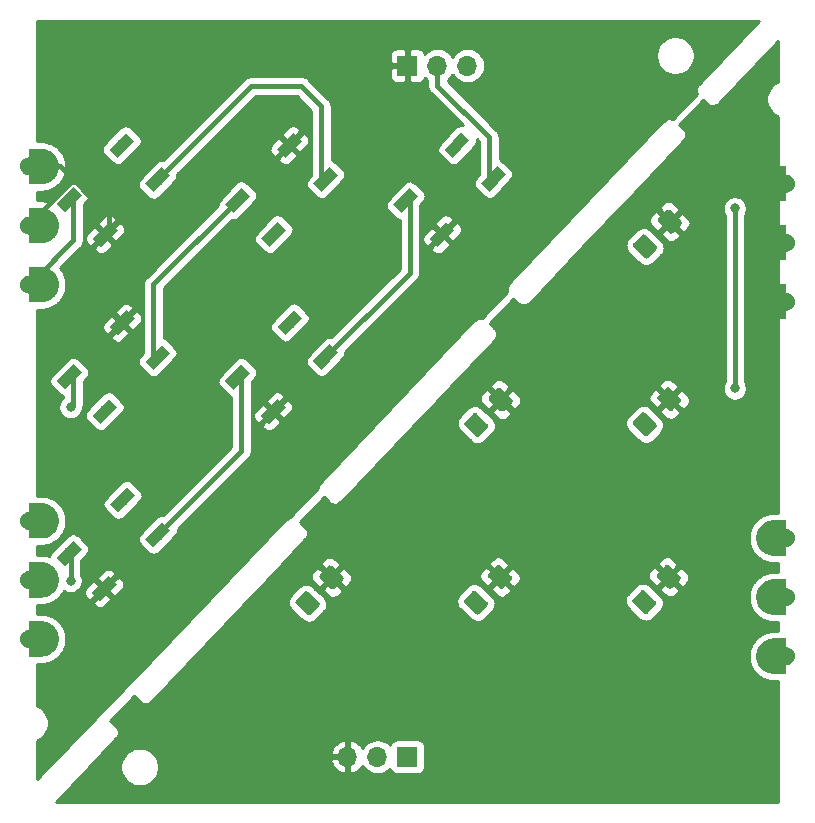
<source format=gbr>
G04 #@! TF.GenerationSoftware,KiCad,Pcbnew,5.1.4-e60b266~84~ubuntu18.04.1*
G04 #@! TF.CreationDate,2019-08-23T14:23:09+02:00*
G04 #@! TF.ProjectId,aab1,61616231-2e6b-4696-9361-645f70636258,rev?*
G04 #@! TF.SameCoordinates,Original*
G04 #@! TF.FileFunction,Copper,L2,Bot*
G04 #@! TF.FilePolarity,Positive*
%FSLAX46Y46*%
G04 Gerber Fmt 4.6, Leading zero omitted, Abs format (unit mm)*
G04 Created by KiCad (PCBNEW 5.1.4-e60b266~84~ubuntu18.04.1) date 2019-08-23 14:23:09*
%MOMM*%
%LPD*%
G04 APERTURE LIST*
%ADD10C,1.524000*%
%ADD11C,0.150000*%
%ADD12C,1.000000*%
%ADD13O,1.700000X1.700000*%
%ADD14R,1.700000X1.700000*%
%ADD15C,1.425000*%
%ADD16C,0.800000*%
%ADD17C,0.450000*%
%ADD18C,0.254000*%
G04 APERTURE END LIST*
D10*
X114043064Y-106967657D03*
D11*
G36*
X114043064Y-106206575D02*
G01*
X114080454Y-106206575D01*
X114154873Y-106213904D01*
X114228215Y-106228493D01*
X114299774Y-106250200D01*
X114368861Y-106278817D01*
X114434810Y-106314068D01*
X114496987Y-106355613D01*
X114554792Y-106403052D01*
X114607669Y-106455929D01*
X114655108Y-106513734D01*
X114696653Y-106575911D01*
X114731904Y-106641860D01*
X114760521Y-106710947D01*
X114782228Y-106782506D01*
X114796817Y-106855848D01*
X114804146Y-106930267D01*
X114804146Y-107005047D01*
X114796817Y-107079466D01*
X114782228Y-107152808D01*
X114760521Y-107224367D01*
X114731904Y-107293454D01*
X114696653Y-107359403D01*
X114655108Y-107421580D01*
X114607669Y-107479385D01*
X114554792Y-107532262D01*
X114496987Y-107579701D01*
X114434810Y-107621246D01*
X114368861Y-107656497D01*
X114299774Y-107685114D01*
X114228215Y-107706821D01*
X114154873Y-107721410D01*
X114080454Y-107728739D01*
X114043064Y-107728739D01*
X114043064Y-108467657D01*
X113043064Y-108467657D01*
X113043064Y-108466762D01*
X113006431Y-108466762D01*
X112933244Y-108463183D01*
X112933232Y-108463183D01*
X112933216Y-108463181D01*
X112922788Y-108462598D01*
X112891596Y-108459100D01*
X112860307Y-108456031D01*
X112787851Y-108445331D01*
X112787832Y-108445329D01*
X112787813Y-108445325D01*
X112777469Y-108443724D01*
X112746745Y-108437193D01*
X112715953Y-108431096D01*
X112644860Y-108413372D01*
X112644850Y-108413370D01*
X112644838Y-108413366D01*
X112634712Y-108410766D01*
X112604809Y-108401281D01*
X112574703Y-108392191D01*
X112505684Y-108367614D01*
X112505671Y-108367610D01*
X112505656Y-108367604D01*
X112495833Y-108364029D01*
X112466963Y-108351656D01*
X112437926Y-108339687D01*
X112371632Y-108308491D01*
X112371624Y-108308488D01*
X112371615Y-108308483D01*
X112362180Y-108303963D01*
X112334646Y-108288826D01*
X112306926Y-108274087D01*
X112243995Y-108236573D01*
X112243983Y-108236566D01*
X112243969Y-108236557D01*
X112235028Y-108231142D01*
X112209111Y-108213396D01*
X112182952Y-108196015D01*
X112123973Y-108152532D01*
X112115588Y-108146259D01*
X112091527Y-108126069D01*
X112067198Y-108106227D01*
X112012743Y-108057197D01*
X112005010Y-108050135D01*
X111983030Y-108027691D01*
X111960745Y-108005560D01*
X111911336Y-107951451D01*
X111904329Y-107943668D01*
X111884661Y-107919206D01*
X111864630Y-107894992D01*
X111820737Y-107836320D01*
X111814523Y-107827891D01*
X111797325Y-107801609D01*
X111779760Y-107775568D01*
X111741802Y-107712891D01*
X111736440Y-107703896D01*
X111721875Y-107676035D01*
X111706955Y-107648441D01*
X111675294Y-107582361D01*
X111670835Y-107572885D01*
X111659071Y-107543770D01*
X111646899Y-107514813D01*
X111621837Y-107445957D01*
X111621832Y-107445946D01*
X111621825Y-107445923D01*
X111618324Y-107436092D01*
X111609455Y-107405959D01*
X111600166Y-107375948D01*
X111581951Y-107305003D01*
X111581945Y-107304983D01*
X111581940Y-107304960D01*
X111579410Y-107294814D01*
X111573527Y-107263971D01*
X111567212Y-107233205D01*
X111556006Y-107160817D01*
X111556002Y-107160799D01*
X111556000Y-107160778D01*
X111554472Y-107150433D01*
X111551628Y-107119178D01*
X111548343Y-107087926D01*
X111544252Y-107014766D01*
X111543740Y-107004307D01*
X111543959Y-106972894D01*
X111543740Y-106941480D01*
X111546808Y-106868292D01*
X111546808Y-106868275D01*
X111546810Y-106868256D01*
X111547321Y-106857811D01*
X111550598Y-106826633D01*
X111553450Y-106795302D01*
X111563648Y-106722741D01*
X111565178Y-106712381D01*
X111571487Y-106681647D01*
X111577378Y-106650764D01*
X111594601Y-106579576D01*
X111594606Y-106579550D01*
X111594614Y-106579522D01*
X111597142Y-106569382D01*
X111606424Y-106539397D01*
X111615295Y-106509257D01*
X111639392Y-106440057D01*
X111642905Y-106430192D01*
X111655062Y-106401270D01*
X111666842Y-106372114D01*
X111697572Y-106305609D01*
X111697580Y-106305589D01*
X111697592Y-106305565D01*
X111702036Y-106296122D01*
X111716960Y-106268521D01*
X111731529Y-106240654D01*
X111768609Y-106177453D01*
X111773972Y-106168458D01*
X111791513Y-106142452D01*
X111808727Y-106116147D01*
X111851797Y-106056866D01*
X111858012Y-106048437D01*
X111878024Y-106024246D01*
X111897706Y-105999767D01*
X111946354Y-105944972D01*
X111946365Y-105944958D01*
X111946385Y-105944938D01*
X111953361Y-105937189D01*
X111975637Y-105915068D01*
X111997634Y-105892606D01*
X112051386Y-105842833D01*
X112051393Y-105842825D01*
X112051402Y-105842818D01*
X112059131Y-105835760D01*
X112083469Y-105815910D01*
X112107525Y-105795726D01*
X112165883Y-105751430D01*
X112165889Y-105751425D01*
X112165897Y-105751420D01*
X112174276Y-105745150D01*
X112200460Y-105727753D01*
X112226349Y-105710027D01*
X112288744Y-105671641D01*
X112288756Y-105671633D01*
X112288771Y-105671625D01*
X112297717Y-105666207D01*
X112325415Y-105651480D01*
X112352967Y-105636333D01*
X112418826Y-105604211D01*
X112428270Y-105599686D01*
X112457316Y-105587714D01*
X112486183Y-105575342D01*
X112554862Y-105549801D01*
X112564703Y-105546219D01*
X112594789Y-105537136D01*
X112624698Y-105527648D01*
X112695526Y-105508934D01*
X112695548Y-105508927D01*
X112695575Y-105508921D01*
X112705684Y-105506325D01*
X112736478Y-105500227D01*
X112767221Y-105493693D01*
X112839541Y-105481980D01*
X112839551Y-105481978D01*
X112839562Y-105481977D01*
X112849903Y-105480376D01*
X112881154Y-105477312D01*
X112912369Y-105473811D01*
X112985499Y-105469210D01*
X112995955Y-105468625D01*
X113011673Y-105468625D01*
X113027364Y-105467748D01*
X113037836Y-105467675D01*
X113043064Y-105467675D01*
X113043064Y-105467657D01*
X114043064Y-105467657D01*
X114043064Y-106206575D01*
X114043064Y-106206575D01*
G37*
D10*
X114043064Y-96967657D03*
D11*
G36*
X114043064Y-96206575D02*
G01*
X114080454Y-96206575D01*
X114154873Y-96213904D01*
X114228215Y-96228493D01*
X114299774Y-96250200D01*
X114368861Y-96278817D01*
X114434810Y-96314068D01*
X114496987Y-96355613D01*
X114554792Y-96403052D01*
X114607669Y-96455929D01*
X114655108Y-96513734D01*
X114696653Y-96575911D01*
X114731904Y-96641860D01*
X114760521Y-96710947D01*
X114782228Y-96782506D01*
X114796817Y-96855848D01*
X114804146Y-96930267D01*
X114804146Y-97005047D01*
X114796817Y-97079466D01*
X114782228Y-97152808D01*
X114760521Y-97224367D01*
X114731904Y-97293454D01*
X114696653Y-97359403D01*
X114655108Y-97421580D01*
X114607669Y-97479385D01*
X114554792Y-97532262D01*
X114496987Y-97579701D01*
X114434810Y-97621246D01*
X114368861Y-97656497D01*
X114299774Y-97685114D01*
X114228215Y-97706821D01*
X114154873Y-97721410D01*
X114080454Y-97728739D01*
X114043064Y-97728739D01*
X114043064Y-98467657D01*
X113043064Y-98467657D01*
X113043064Y-98466762D01*
X113006431Y-98466762D01*
X112933244Y-98463183D01*
X112933232Y-98463183D01*
X112933216Y-98463181D01*
X112922788Y-98462598D01*
X112891596Y-98459100D01*
X112860307Y-98456031D01*
X112787851Y-98445331D01*
X112787832Y-98445329D01*
X112787813Y-98445325D01*
X112777469Y-98443724D01*
X112746745Y-98437193D01*
X112715953Y-98431096D01*
X112644860Y-98413372D01*
X112644850Y-98413370D01*
X112644838Y-98413366D01*
X112634712Y-98410766D01*
X112604809Y-98401281D01*
X112574703Y-98392191D01*
X112505684Y-98367614D01*
X112505671Y-98367610D01*
X112505656Y-98367604D01*
X112495833Y-98364029D01*
X112466963Y-98351656D01*
X112437926Y-98339687D01*
X112371632Y-98308491D01*
X112371624Y-98308488D01*
X112371615Y-98308483D01*
X112362180Y-98303963D01*
X112334646Y-98288826D01*
X112306926Y-98274087D01*
X112243995Y-98236573D01*
X112243983Y-98236566D01*
X112243969Y-98236557D01*
X112235028Y-98231142D01*
X112209111Y-98213396D01*
X112182952Y-98196015D01*
X112123973Y-98152532D01*
X112115588Y-98146259D01*
X112091527Y-98126069D01*
X112067198Y-98106227D01*
X112012743Y-98057197D01*
X112005010Y-98050135D01*
X111983030Y-98027691D01*
X111960745Y-98005560D01*
X111911336Y-97951451D01*
X111904329Y-97943668D01*
X111884661Y-97919206D01*
X111864630Y-97894992D01*
X111820737Y-97836320D01*
X111814523Y-97827891D01*
X111797325Y-97801609D01*
X111779760Y-97775568D01*
X111741802Y-97712891D01*
X111736440Y-97703896D01*
X111721875Y-97676035D01*
X111706955Y-97648441D01*
X111675294Y-97582361D01*
X111670835Y-97572885D01*
X111659071Y-97543770D01*
X111646899Y-97514813D01*
X111621837Y-97445957D01*
X111621832Y-97445946D01*
X111621825Y-97445923D01*
X111618324Y-97436092D01*
X111609455Y-97405959D01*
X111600166Y-97375948D01*
X111581951Y-97305003D01*
X111581945Y-97304983D01*
X111581940Y-97304960D01*
X111579410Y-97294814D01*
X111573527Y-97263971D01*
X111567212Y-97233205D01*
X111556006Y-97160817D01*
X111556002Y-97160799D01*
X111556000Y-97160778D01*
X111554472Y-97150433D01*
X111551628Y-97119178D01*
X111548343Y-97087926D01*
X111544252Y-97014766D01*
X111543740Y-97004307D01*
X111543959Y-96972894D01*
X111543740Y-96941480D01*
X111546808Y-96868292D01*
X111546808Y-96868275D01*
X111546810Y-96868256D01*
X111547321Y-96857811D01*
X111550598Y-96826633D01*
X111553450Y-96795302D01*
X111563648Y-96722741D01*
X111565178Y-96712381D01*
X111571487Y-96681647D01*
X111577378Y-96650764D01*
X111594601Y-96579576D01*
X111594606Y-96579550D01*
X111594614Y-96579522D01*
X111597142Y-96569382D01*
X111606424Y-96539397D01*
X111615295Y-96509257D01*
X111639392Y-96440057D01*
X111642905Y-96430192D01*
X111655062Y-96401270D01*
X111666842Y-96372114D01*
X111697572Y-96305609D01*
X111697580Y-96305589D01*
X111697592Y-96305565D01*
X111702036Y-96296122D01*
X111716960Y-96268521D01*
X111731529Y-96240654D01*
X111768609Y-96177453D01*
X111773972Y-96168458D01*
X111791513Y-96142452D01*
X111808727Y-96116147D01*
X111851797Y-96056866D01*
X111858012Y-96048437D01*
X111878024Y-96024246D01*
X111897706Y-95999767D01*
X111946354Y-95944972D01*
X111946365Y-95944958D01*
X111946385Y-95944938D01*
X111953361Y-95937189D01*
X111975637Y-95915068D01*
X111997634Y-95892606D01*
X112051386Y-95842833D01*
X112051393Y-95842825D01*
X112051402Y-95842818D01*
X112059131Y-95835760D01*
X112083469Y-95815910D01*
X112107525Y-95795726D01*
X112165883Y-95751430D01*
X112165889Y-95751425D01*
X112165897Y-95751420D01*
X112174276Y-95745150D01*
X112200460Y-95727753D01*
X112226349Y-95710027D01*
X112288744Y-95671641D01*
X112288756Y-95671633D01*
X112288771Y-95671625D01*
X112297717Y-95666207D01*
X112325415Y-95651480D01*
X112352967Y-95636333D01*
X112418826Y-95604211D01*
X112428270Y-95599686D01*
X112457316Y-95587714D01*
X112486183Y-95575342D01*
X112554862Y-95549801D01*
X112564703Y-95546219D01*
X112594789Y-95537136D01*
X112624698Y-95527648D01*
X112695526Y-95508934D01*
X112695548Y-95508927D01*
X112695575Y-95508921D01*
X112705684Y-95506325D01*
X112736478Y-95500227D01*
X112767221Y-95493693D01*
X112839541Y-95481980D01*
X112839551Y-95481978D01*
X112839562Y-95481977D01*
X112849903Y-95480376D01*
X112881154Y-95477312D01*
X112912369Y-95473811D01*
X112985499Y-95469210D01*
X112995955Y-95468625D01*
X113011673Y-95468625D01*
X113027364Y-95467748D01*
X113037836Y-95467675D01*
X113043064Y-95467675D01*
X113043064Y-95467657D01*
X114043064Y-95467657D01*
X114043064Y-96206575D01*
X114043064Y-96206575D01*
G37*
D10*
X114043064Y-101967657D03*
D11*
G36*
X114043064Y-101206575D02*
G01*
X114080454Y-101206575D01*
X114154873Y-101213904D01*
X114228215Y-101228493D01*
X114299774Y-101250200D01*
X114368861Y-101278817D01*
X114434810Y-101314068D01*
X114496987Y-101355613D01*
X114554792Y-101403052D01*
X114607669Y-101455929D01*
X114655108Y-101513734D01*
X114696653Y-101575911D01*
X114731904Y-101641860D01*
X114760521Y-101710947D01*
X114782228Y-101782506D01*
X114796817Y-101855848D01*
X114804146Y-101930267D01*
X114804146Y-102005047D01*
X114796817Y-102079466D01*
X114782228Y-102152808D01*
X114760521Y-102224367D01*
X114731904Y-102293454D01*
X114696653Y-102359403D01*
X114655108Y-102421580D01*
X114607669Y-102479385D01*
X114554792Y-102532262D01*
X114496987Y-102579701D01*
X114434810Y-102621246D01*
X114368861Y-102656497D01*
X114299774Y-102685114D01*
X114228215Y-102706821D01*
X114154873Y-102721410D01*
X114080454Y-102728739D01*
X114043064Y-102728739D01*
X114043064Y-103467657D01*
X113043064Y-103467657D01*
X113043064Y-103466762D01*
X113006431Y-103466762D01*
X112933244Y-103463183D01*
X112933232Y-103463183D01*
X112933216Y-103463181D01*
X112922788Y-103462598D01*
X112891596Y-103459100D01*
X112860307Y-103456031D01*
X112787851Y-103445331D01*
X112787832Y-103445329D01*
X112787813Y-103445325D01*
X112777469Y-103443724D01*
X112746745Y-103437193D01*
X112715953Y-103431096D01*
X112644860Y-103413372D01*
X112644850Y-103413370D01*
X112644838Y-103413366D01*
X112634712Y-103410766D01*
X112604809Y-103401281D01*
X112574703Y-103392191D01*
X112505684Y-103367614D01*
X112505671Y-103367610D01*
X112505656Y-103367604D01*
X112495833Y-103364029D01*
X112466963Y-103351656D01*
X112437926Y-103339687D01*
X112371632Y-103308491D01*
X112371624Y-103308488D01*
X112371615Y-103308483D01*
X112362180Y-103303963D01*
X112334646Y-103288826D01*
X112306926Y-103274087D01*
X112243995Y-103236573D01*
X112243983Y-103236566D01*
X112243969Y-103236557D01*
X112235028Y-103231142D01*
X112209111Y-103213396D01*
X112182952Y-103196015D01*
X112123973Y-103152532D01*
X112115588Y-103146259D01*
X112091527Y-103126069D01*
X112067198Y-103106227D01*
X112012743Y-103057197D01*
X112005010Y-103050135D01*
X111983030Y-103027691D01*
X111960745Y-103005560D01*
X111911336Y-102951451D01*
X111904329Y-102943668D01*
X111884661Y-102919206D01*
X111864630Y-102894992D01*
X111820737Y-102836320D01*
X111814523Y-102827891D01*
X111797325Y-102801609D01*
X111779760Y-102775568D01*
X111741802Y-102712891D01*
X111736440Y-102703896D01*
X111721875Y-102676035D01*
X111706955Y-102648441D01*
X111675294Y-102582361D01*
X111670835Y-102572885D01*
X111659071Y-102543770D01*
X111646899Y-102514813D01*
X111621837Y-102445957D01*
X111621832Y-102445946D01*
X111621825Y-102445923D01*
X111618324Y-102436092D01*
X111609455Y-102405959D01*
X111600166Y-102375948D01*
X111581951Y-102305003D01*
X111581945Y-102304983D01*
X111581940Y-102304960D01*
X111579410Y-102294814D01*
X111573527Y-102263971D01*
X111567212Y-102233205D01*
X111556006Y-102160817D01*
X111556002Y-102160799D01*
X111556000Y-102160778D01*
X111554472Y-102150433D01*
X111551628Y-102119178D01*
X111548343Y-102087926D01*
X111544252Y-102014766D01*
X111543740Y-102004307D01*
X111543959Y-101972894D01*
X111543740Y-101941480D01*
X111546808Y-101868292D01*
X111546808Y-101868275D01*
X111546810Y-101868256D01*
X111547321Y-101857811D01*
X111550598Y-101826633D01*
X111553450Y-101795302D01*
X111563648Y-101722741D01*
X111565178Y-101712381D01*
X111571487Y-101681647D01*
X111577378Y-101650764D01*
X111594601Y-101579576D01*
X111594606Y-101579550D01*
X111594614Y-101579522D01*
X111597142Y-101569382D01*
X111606424Y-101539397D01*
X111615295Y-101509257D01*
X111639392Y-101440057D01*
X111642905Y-101430192D01*
X111655062Y-101401270D01*
X111666842Y-101372114D01*
X111697572Y-101305609D01*
X111697580Y-101305589D01*
X111697592Y-101305565D01*
X111702036Y-101296122D01*
X111716960Y-101268521D01*
X111731529Y-101240654D01*
X111768609Y-101177453D01*
X111773972Y-101168458D01*
X111791513Y-101142452D01*
X111808727Y-101116147D01*
X111851797Y-101056866D01*
X111858012Y-101048437D01*
X111878024Y-101024246D01*
X111897706Y-100999767D01*
X111946354Y-100944972D01*
X111946365Y-100944958D01*
X111946385Y-100944938D01*
X111953361Y-100937189D01*
X111975637Y-100915068D01*
X111997634Y-100892606D01*
X112051386Y-100842833D01*
X112051393Y-100842825D01*
X112051402Y-100842818D01*
X112059131Y-100835760D01*
X112083469Y-100815910D01*
X112107525Y-100795726D01*
X112165883Y-100751430D01*
X112165889Y-100751425D01*
X112165897Y-100751420D01*
X112174276Y-100745150D01*
X112200460Y-100727753D01*
X112226349Y-100710027D01*
X112288744Y-100671641D01*
X112288756Y-100671633D01*
X112288771Y-100671625D01*
X112297717Y-100666207D01*
X112325415Y-100651480D01*
X112352967Y-100636333D01*
X112418826Y-100604211D01*
X112428270Y-100599686D01*
X112457316Y-100587714D01*
X112486183Y-100575342D01*
X112554862Y-100549801D01*
X112564703Y-100546219D01*
X112594789Y-100537136D01*
X112624698Y-100527648D01*
X112695526Y-100508934D01*
X112695548Y-100508927D01*
X112695575Y-100508921D01*
X112705684Y-100506325D01*
X112736478Y-100500227D01*
X112767221Y-100493693D01*
X112839541Y-100481980D01*
X112839551Y-100481978D01*
X112839562Y-100481977D01*
X112849903Y-100480376D01*
X112881154Y-100477312D01*
X112912369Y-100473811D01*
X112985499Y-100469210D01*
X112995955Y-100468625D01*
X113011673Y-100468625D01*
X113027364Y-100467748D01*
X113037836Y-100467675D01*
X113043064Y-100467675D01*
X113043064Y-100467657D01*
X114043064Y-100467657D01*
X114043064Y-101206575D01*
X114043064Y-101206575D01*
G37*
D10*
X114041108Y-136967657D03*
D11*
G36*
X114041108Y-136206575D02*
G01*
X114078498Y-136206575D01*
X114152917Y-136213904D01*
X114226259Y-136228493D01*
X114297818Y-136250200D01*
X114366905Y-136278817D01*
X114432854Y-136314068D01*
X114495031Y-136355613D01*
X114552836Y-136403052D01*
X114605713Y-136455929D01*
X114653152Y-136513734D01*
X114694697Y-136575911D01*
X114729948Y-136641860D01*
X114758565Y-136710947D01*
X114780272Y-136782506D01*
X114794861Y-136855848D01*
X114802190Y-136930267D01*
X114802190Y-137005047D01*
X114794861Y-137079466D01*
X114780272Y-137152808D01*
X114758565Y-137224367D01*
X114729948Y-137293454D01*
X114694697Y-137359403D01*
X114653152Y-137421580D01*
X114605713Y-137479385D01*
X114552836Y-137532262D01*
X114495031Y-137579701D01*
X114432854Y-137621246D01*
X114366905Y-137656497D01*
X114297818Y-137685114D01*
X114226259Y-137706821D01*
X114152917Y-137721410D01*
X114078498Y-137728739D01*
X114041108Y-137728739D01*
X114041108Y-138467657D01*
X113041108Y-138467657D01*
X113041108Y-138466762D01*
X113004475Y-138466762D01*
X112931288Y-138463183D01*
X112931276Y-138463183D01*
X112931260Y-138463181D01*
X112920832Y-138462598D01*
X112889640Y-138459100D01*
X112858351Y-138456031D01*
X112785895Y-138445331D01*
X112785876Y-138445329D01*
X112785857Y-138445325D01*
X112775513Y-138443724D01*
X112744789Y-138437193D01*
X112713997Y-138431096D01*
X112642904Y-138413372D01*
X112642894Y-138413370D01*
X112642882Y-138413366D01*
X112632756Y-138410766D01*
X112602853Y-138401281D01*
X112572747Y-138392191D01*
X112503728Y-138367614D01*
X112503715Y-138367610D01*
X112503700Y-138367604D01*
X112493877Y-138364029D01*
X112465007Y-138351656D01*
X112435970Y-138339687D01*
X112369676Y-138308491D01*
X112369668Y-138308488D01*
X112369659Y-138308483D01*
X112360224Y-138303963D01*
X112332690Y-138288826D01*
X112304970Y-138274087D01*
X112242039Y-138236573D01*
X112242027Y-138236566D01*
X112242013Y-138236557D01*
X112233072Y-138231142D01*
X112207155Y-138213396D01*
X112180996Y-138196015D01*
X112122017Y-138152532D01*
X112113632Y-138146259D01*
X112089571Y-138126069D01*
X112065242Y-138106227D01*
X112010787Y-138057197D01*
X112003054Y-138050135D01*
X111981074Y-138027691D01*
X111958789Y-138005560D01*
X111909380Y-137951451D01*
X111902373Y-137943668D01*
X111882705Y-137919206D01*
X111862674Y-137894992D01*
X111818781Y-137836320D01*
X111812567Y-137827891D01*
X111795369Y-137801609D01*
X111777804Y-137775568D01*
X111739846Y-137712891D01*
X111734484Y-137703896D01*
X111719919Y-137676035D01*
X111704999Y-137648441D01*
X111673338Y-137582361D01*
X111668879Y-137572885D01*
X111657115Y-137543770D01*
X111644943Y-137514813D01*
X111619881Y-137445957D01*
X111619876Y-137445946D01*
X111619869Y-137445923D01*
X111616368Y-137436092D01*
X111607499Y-137405959D01*
X111598210Y-137375948D01*
X111579995Y-137305003D01*
X111579989Y-137304983D01*
X111579984Y-137304960D01*
X111577454Y-137294814D01*
X111571571Y-137263971D01*
X111565256Y-137233205D01*
X111554050Y-137160817D01*
X111554046Y-137160799D01*
X111554044Y-137160778D01*
X111552516Y-137150433D01*
X111549672Y-137119178D01*
X111546387Y-137087926D01*
X111542296Y-137014766D01*
X111541784Y-137004307D01*
X111542003Y-136972894D01*
X111541784Y-136941480D01*
X111544852Y-136868292D01*
X111544852Y-136868275D01*
X111544854Y-136868256D01*
X111545365Y-136857811D01*
X111548642Y-136826633D01*
X111551494Y-136795302D01*
X111561692Y-136722741D01*
X111563222Y-136712381D01*
X111569531Y-136681647D01*
X111575422Y-136650764D01*
X111592645Y-136579576D01*
X111592650Y-136579550D01*
X111592658Y-136579522D01*
X111595186Y-136569382D01*
X111604468Y-136539397D01*
X111613339Y-136509257D01*
X111637436Y-136440057D01*
X111640949Y-136430192D01*
X111653106Y-136401270D01*
X111664886Y-136372114D01*
X111695616Y-136305609D01*
X111695624Y-136305589D01*
X111695636Y-136305565D01*
X111700080Y-136296122D01*
X111715004Y-136268521D01*
X111729573Y-136240654D01*
X111766653Y-136177453D01*
X111772016Y-136168458D01*
X111789557Y-136142452D01*
X111806771Y-136116147D01*
X111849841Y-136056866D01*
X111856056Y-136048437D01*
X111876068Y-136024246D01*
X111895750Y-135999767D01*
X111944398Y-135944972D01*
X111944409Y-135944958D01*
X111944429Y-135944938D01*
X111951405Y-135937189D01*
X111973681Y-135915068D01*
X111995678Y-135892606D01*
X112049430Y-135842833D01*
X112049437Y-135842825D01*
X112049446Y-135842818D01*
X112057175Y-135835760D01*
X112081513Y-135815910D01*
X112105569Y-135795726D01*
X112163927Y-135751430D01*
X112163933Y-135751425D01*
X112163941Y-135751420D01*
X112172320Y-135745150D01*
X112198504Y-135727753D01*
X112224393Y-135710027D01*
X112286788Y-135671641D01*
X112286800Y-135671633D01*
X112286815Y-135671625D01*
X112295761Y-135666207D01*
X112323459Y-135651480D01*
X112351011Y-135636333D01*
X112416870Y-135604211D01*
X112426314Y-135599686D01*
X112455360Y-135587714D01*
X112484227Y-135575342D01*
X112552906Y-135549801D01*
X112562747Y-135546219D01*
X112592833Y-135537136D01*
X112622742Y-135527648D01*
X112693570Y-135508934D01*
X112693592Y-135508927D01*
X112693619Y-135508921D01*
X112703728Y-135506325D01*
X112734522Y-135500227D01*
X112765265Y-135493693D01*
X112837585Y-135481980D01*
X112837595Y-135481978D01*
X112837606Y-135481977D01*
X112847947Y-135480376D01*
X112879198Y-135477312D01*
X112910413Y-135473811D01*
X112983543Y-135469210D01*
X112993999Y-135468625D01*
X113009717Y-135468625D01*
X113025408Y-135467748D01*
X113035880Y-135467675D01*
X113041108Y-135467675D01*
X113041108Y-135467657D01*
X114041108Y-135467657D01*
X114041108Y-136206575D01*
X114041108Y-136206575D01*
G37*
D10*
X114041108Y-126967657D03*
D11*
G36*
X114041108Y-126206575D02*
G01*
X114078498Y-126206575D01*
X114152917Y-126213904D01*
X114226259Y-126228493D01*
X114297818Y-126250200D01*
X114366905Y-126278817D01*
X114432854Y-126314068D01*
X114495031Y-126355613D01*
X114552836Y-126403052D01*
X114605713Y-126455929D01*
X114653152Y-126513734D01*
X114694697Y-126575911D01*
X114729948Y-126641860D01*
X114758565Y-126710947D01*
X114780272Y-126782506D01*
X114794861Y-126855848D01*
X114802190Y-126930267D01*
X114802190Y-127005047D01*
X114794861Y-127079466D01*
X114780272Y-127152808D01*
X114758565Y-127224367D01*
X114729948Y-127293454D01*
X114694697Y-127359403D01*
X114653152Y-127421580D01*
X114605713Y-127479385D01*
X114552836Y-127532262D01*
X114495031Y-127579701D01*
X114432854Y-127621246D01*
X114366905Y-127656497D01*
X114297818Y-127685114D01*
X114226259Y-127706821D01*
X114152917Y-127721410D01*
X114078498Y-127728739D01*
X114041108Y-127728739D01*
X114041108Y-128467657D01*
X113041108Y-128467657D01*
X113041108Y-128466762D01*
X113004475Y-128466762D01*
X112931288Y-128463183D01*
X112931276Y-128463183D01*
X112931260Y-128463181D01*
X112920832Y-128462598D01*
X112889640Y-128459100D01*
X112858351Y-128456031D01*
X112785895Y-128445331D01*
X112785876Y-128445329D01*
X112785857Y-128445325D01*
X112775513Y-128443724D01*
X112744789Y-128437193D01*
X112713997Y-128431096D01*
X112642904Y-128413372D01*
X112642894Y-128413370D01*
X112642882Y-128413366D01*
X112632756Y-128410766D01*
X112602853Y-128401281D01*
X112572747Y-128392191D01*
X112503728Y-128367614D01*
X112503715Y-128367610D01*
X112503700Y-128367604D01*
X112493877Y-128364029D01*
X112465007Y-128351656D01*
X112435970Y-128339687D01*
X112369676Y-128308491D01*
X112369668Y-128308488D01*
X112369659Y-128308483D01*
X112360224Y-128303963D01*
X112332690Y-128288826D01*
X112304970Y-128274087D01*
X112242039Y-128236573D01*
X112242027Y-128236566D01*
X112242013Y-128236557D01*
X112233072Y-128231142D01*
X112207155Y-128213396D01*
X112180996Y-128196015D01*
X112122017Y-128152532D01*
X112113632Y-128146259D01*
X112089571Y-128126069D01*
X112065242Y-128106227D01*
X112010787Y-128057197D01*
X112003054Y-128050135D01*
X111981074Y-128027691D01*
X111958789Y-128005560D01*
X111909380Y-127951451D01*
X111902373Y-127943668D01*
X111882705Y-127919206D01*
X111862674Y-127894992D01*
X111818781Y-127836320D01*
X111812567Y-127827891D01*
X111795369Y-127801609D01*
X111777804Y-127775568D01*
X111739846Y-127712891D01*
X111734484Y-127703896D01*
X111719919Y-127676035D01*
X111704999Y-127648441D01*
X111673338Y-127582361D01*
X111668879Y-127572885D01*
X111657115Y-127543770D01*
X111644943Y-127514813D01*
X111619881Y-127445957D01*
X111619876Y-127445946D01*
X111619869Y-127445923D01*
X111616368Y-127436092D01*
X111607499Y-127405959D01*
X111598210Y-127375948D01*
X111579995Y-127305003D01*
X111579989Y-127304983D01*
X111579984Y-127304960D01*
X111577454Y-127294814D01*
X111571571Y-127263971D01*
X111565256Y-127233205D01*
X111554050Y-127160817D01*
X111554046Y-127160799D01*
X111554044Y-127160778D01*
X111552516Y-127150433D01*
X111549672Y-127119178D01*
X111546387Y-127087926D01*
X111542296Y-127014766D01*
X111541784Y-127004307D01*
X111542003Y-126972894D01*
X111541784Y-126941480D01*
X111544852Y-126868292D01*
X111544852Y-126868275D01*
X111544854Y-126868256D01*
X111545365Y-126857811D01*
X111548642Y-126826633D01*
X111551494Y-126795302D01*
X111561692Y-126722741D01*
X111563222Y-126712381D01*
X111569531Y-126681647D01*
X111575422Y-126650764D01*
X111592645Y-126579576D01*
X111592650Y-126579550D01*
X111592658Y-126579522D01*
X111595186Y-126569382D01*
X111604468Y-126539397D01*
X111613339Y-126509257D01*
X111637436Y-126440057D01*
X111640949Y-126430192D01*
X111653106Y-126401270D01*
X111664886Y-126372114D01*
X111695616Y-126305609D01*
X111695624Y-126305589D01*
X111695636Y-126305565D01*
X111700080Y-126296122D01*
X111715004Y-126268521D01*
X111729573Y-126240654D01*
X111766653Y-126177453D01*
X111772016Y-126168458D01*
X111789557Y-126142452D01*
X111806771Y-126116147D01*
X111849841Y-126056866D01*
X111856056Y-126048437D01*
X111876068Y-126024246D01*
X111895750Y-125999767D01*
X111944398Y-125944972D01*
X111944409Y-125944958D01*
X111944429Y-125944938D01*
X111951405Y-125937189D01*
X111973681Y-125915068D01*
X111995678Y-125892606D01*
X112049430Y-125842833D01*
X112049437Y-125842825D01*
X112049446Y-125842818D01*
X112057175Y-125835760D01*
X112081513Y-125815910D01*
X112105569Y-125795726D01*
X112163927Y-125751430D01*
X112163933Y-125751425D01*
X112163941Y-125751420D01*
X112172320Y-125745150D01*
X112198504Y-125727753D01*
X112224393Y-125710027D01*
X112286788Y-125671641D01*
X112286800Y-125671633D01*
X112286815Y-125671625D01*
X112295761Y-125666207D01*
X112323459Y-125651480D01*
X112351011Y-125636333D01*
X112416870Y-125604211D01*
X112426314Y-125599686D01*
X112455360Y-125587714D01*
X112484227Y-125575342D01*
X112552906Y-125549801D01*
X112562747Y-125546219D01*
X112592833Y-125537136D01*
X112622742Y-125527648D01*
X112693570Y-125508934D01*
X112693592Y-125508927D01*
X112693619Y-125508921D01*
X112703728Y-125506325D01*
X112734522Y-125500227D01*
X112765265Y-125493693D01*
X112837585Y-125481980D01*
X112837595Y-125481978D01*
X112837606Y-125481977D01*
X112847947Y-125480376D01*
X112879198Y-125477312D01*
X112910413Y-125473811D01*
X112983543Y-125469210D01*
X112993999Y-125468625D01*
X113009717Y-125468625D01*
X113025408Y-125467748D01*
X113035880Y-125467675D01*
X113041108Y-125467675D01*
X113041108Y-125467657D01*
X114041108Y-125467657D01*
X114041108Y-126206575D01*
X114041108Y-126206575D01*
G37*
D10*
X114041108Y-131967657D03*
D11*
G36*
X114041108Y-131206575D02*
G01*
X114078498Y-131206575D01*
X114152917Y-131213904D01*
X114226259Y-131228493D01*
X114297818Y-131250200D01*
X114366905Y-131278817D01*
X114432854Y-131314068D01*
X114495031Y-131355613D01*
X114552836Y-131403052D01*
X114605713Y-131455929D01*
X114653152Y-131513734D01*
X114694697Y-131575911D01*
X114729948Y-131641860D01*
X114758565Y-131710947D01*
X114780272Y-131782506D01*
X114794861Y-131855848D01*
X114802190Y-131930267D01*
X114802190Y-132005047D01*
X114794861Y-132079466D01*
X114780272Y-132152808D01*
X114758565Y-132224367D01*
X114729948Y-132293454D01*
X114694697Y-132359403D01*
X114653152Y-132421580D01*
X114605713Y-132479385D01*
X114552836Y-132532262D01*
X114495031Y-132579701D01*
X114432854Y-132621246D01*
X114366905Y-132656497D01*
X114297818Y-132685114D01*
X114226259Y-132706821D01*
X114152917Y-132721410D01*
X114078498Y-132728739D01*
X114041108Y-132728739D01*
X114041108Y-133467657D01*
X113041108Y-133467657D01*
X113041108Y-133466762D01*
X113004475Y-133466762D01*
X112931288Y-133463183D01*
X112931276Y-133463183D01*
X112931260Y-133463181D01*
X112920832Y-133462598D01*
X112889640Y-133459100D01*
X112858351Y-133456031D01*
X112785895Y-133445331D01*
X112785876Y-133445329D01*
X112785857Y-133445325D01*
X112775513Y-133443724D01*
X112744789Y-133437193D01*
X112713997Y-133431096D01*
X112642904Y-133413372D01*
X112642894Y-133413370D01*
X112642882Y-133413366D01*
X112632756Y-133410766D01*
X112602853Y-133401281D01*
X112572747Y-133392191D01*
X112503728Y-133367614D01*
X112503715Y-133367610D01*
X112503700Y-133367604D01*
X112493877Y-133364029D01*
X112465007Y-133351656D01*
X112435970Y-133339687D01*
X112369676Y-133308491D01*
X112369668Y-133308488D01*
X112369659Y-133308483D01*
X112360224Y-133303963D01*
X112332690Y-133288826D01*
X112304970Y-133274087D01*
X112242039Y-133236573D01*
X112242027Y-133236566D01*
X112242013Y-133236557D01*
X112233072Y-133231142D01*
X112207155Y-133213396D01*
X112180996Y-133196015D01*
X112122017Y-133152532D01*
X112113632Y-133146259D01*
X112089571Y-133126069D01*
X112065242Y-133106227D01*
X112010787Y-133057197D01*
X112003054Y-133050135D01*
X111981074Y-133027691D01*
X111958789Y-133005560D01*
X111909380Y-132951451D01*
X111902373Y-132943668D01*
X111882705Y-132919206D01*
X111862674Y-132894992D01*
X111818781Y-132836320D01*
X111812567Y-132827891D01*
X111795369Y-132801609D01*
X111777804Y-132775568D01*
X111739846Y-132712891D01*
X111734484Y-132703896D01*
X111719919Y-132676035D01*
X111704999Y-132648441D01*
X111673338Y-132582361D01*
X111668879Y-132572885D01*
X111657115Y-132543770D01*
X111644943Y-132514813D01*
X111619881Y-132445957D01*
X111619876Y-132445946D01*
X111619869Y-132445923D01*
X111616368Y-132436092D01*
X111607499Y-132405959D01*
X111598210Y-132375948D01*
X111579995Y-132305003D01*
X111579989Y-132304983D01*
X111579984Y-132304960D01*
X111577454Y-132294814D01*
X111571571Y-132263971D01*
X111565256Y-132233205D01*
X111554050Y-132160817D01*
X111554046Y-132160799D01*
X111554044Y-132160778D01*
X111552516Y-132150433D01*
X111549672Y-132119178D01*
X111546387Y-132087926D01*
X111542296Y-132014766D01*
X111541784Y-132004307D01*
X111542003Y-131972894D01*
X111541784Y-131941480D01*
X111544852Y-131868292D01*
X111544852Y-131868275D01*
X111544854Y-131868256D01*
X111545365Y-131857811D01*
X111548642Y-131826633D01*
X111551494Y-131795302D01*
X111561692Y-131722741D01*
X111563222Y-131712381D01*
X111569531Y-131681647D01*
X111575422Y-131650764D01*
X111592645Y-131579576D01*
X111592650Y-131579550D01*
X111592658Y-131579522D01*
X111595186Y-131569382D01*
X111604468Y-131539397D01*
X111613339Y-131509257D01*
X111637436Y-131440057D01*
X111640949Y-131430192D01*
X111653106Y-131401270D01*
X111664886Y-131372114D01*
X111695616Y-131305609D01*
X111695624Y-131305589D01*
X111695636Y-131305565D01*
X111700080Y-131296122D01*
X111715004Y-131268521D01*
X111729573Y-131240654D01*
X111766653Y-131177453D01*
X111772016Y-131168458D01*
X111789557Y-131142452D01*
X111806771Y-131116147D01*
X111849841Y-131056866D01*
X111856056Y-131048437D01*
X111876068Y-131024246D01*
X111895750Y-130999767D01*
X111944398Y-130944972D01*
X111944409Y-130944958D01*
X111944429Y-130944938D01*
X111951405Y-130937189D01*
X111973681Y-130915068D01*
X111995678Y-130892606D01*
X112049430Y-130842833D01*
X112049437Y-130842825D01*
X112049446Y-130842818D01*
X112057175Y-130835760D01*
X112081513Y-130815910D01*
X112105569Y-130795726D01*
X112163927Y-130751430D01*
X112163933Y-130751425D01*
X112163941Y-130751420D01*
X112172320Y-130745150D01*
X112198504Y-130727753D01*
X112224393Y-130710027D01*
X112286788Y-130671641D01*
X112286800Y-130671633D01*
X112286815Y-130671625D01*
X112295761Y-130666207D01*
X112323459Y-130651480D01*
X112351011Y-130636333D01*
X112416870Y-130604211D01*
X112426314Y-130599686D01*
X112455360Y-130587714D01*
X112484227Y-130575342D01*
X112552906Y-130549801D01*
X112562747Y-130546219D01*
X112592833Y-130537136D01*
X112622742Y-130527648D01*
X112693570Y-130508934D01*
X112693592Y-130508927D01*
X112693619Y-130508921D01*
X112703728Y-130506325D01*
X112734522Y-130500227D01*
X112765265Y-130493693D01*
X112837585Y-130481980D01*
X112837595Y-130481978D01*
X112837606Y-130481977D01*
X112847947Y-130480376D01*
X112879198Y-130477312D01*
X112910413Y-130473811D01*
X112983543Y-130469210D01*
X112993999Y-130468625D01*
X113009717Y-130468625D01*
X113025408Y-130467748D01*
X113035880Y-130467675D01*
X113041108Y-130467675D01*
X113041108Y-130467657D01*
X114041108Y-130467657D01*
X114041108Y-131206575D01*
X114041108Y-131206575D01*
G37*
D10*
X50000000Y-125514572D03*
D11*
G36*
X50000000Y-126275654D02*
G01*
X49962610Y-126275654D01*
X49888191Y-126268325D01*
X49814849Y-126253736D01*
X49743290Y-126232029D01*
X49674203Y-126203412D01*
X49608254Y-126168161D01*
X49546077Y-126126616D01*
X49488272Y-126079177D01*
X49435395Y-126026300D01*
X49387956Y-125968495D01*
X49346411Y-125906318D01*
X49311160Y-125840369D01*
X49282543Y-125771282D01*
X49260836Y-125699723D01*
X49246247Y-125626381D01*
X49238918Y-125551962D01*
X49238918Y-125477182D01*
X49246247Y-125402763D01*
X49260836Y-125329421D01*
X49282543Y-125257862D01*
X49311160Y-125188775D01*
X49346411Y-125122826D01*
X49387956Y-125060649D01*
X49435395Y-125002844D01*
X49488272Y-124949967D01*
X49546077Y-124902528D01*
X49608254Y-124860983D01*
X49674203Y-124825732D01*
X49743290Y-124797115D01*
X49814849Y-124775408D01*
X49888191Y-124760819D01*
X49962610Y-124753490D01*
X50000000Y-124753490D01*
X50000000Y-124014572D01*
X51000000Y-124014572D01*
X51000000Y-124015467D01*
X51036633Y-124015467D01*
X51109820Y-124019046D01*
X51109832Y-124019046D01*
X51109848Y-124019048D01*
X51120276Y-124019631D01*
X51151468Y-124023129D01*
X51182757Y-124026198D01*
X51255213Y-124036898D01*
X51255232Y-124036900D01*
X51255251Y-124036904D01*
X51265595Y-124038505D01*
X51296319Y-124045036D01*
X51327111Y-124051133D01*
X51398204Y-124068857D01*
X51398214Y-124068859D01*
X51398226Y-124068863D01*
X51408352Y-124071463D01*
X51438255Y-124080948D01*
X51468361Y-124090038D01*
X51537380Y-124114615D01*
X51537393Y-124114619D01*
X51537408Y-124114625D01*
X51547231Y-124118200D01*
X51576101Y-124130573D01*
X51605138Y-124142542D01*
X51671432Y-124173738D01*
X51671440Y-124173741D01*
X51671449Y-124173746D01*
X51680884Y-124178266D01*
X51708418Y-124193403D01*
X51736138Y-124208142D01*
X51799069Y-124245656D01*
X51799081Y-124245663D01*
X51799095Y-124245672D01*
X51808036Y-124251087D01*
X51833953Y-124268833D01*
X51860112Y-124286214D01*
X51919091Y-124329697D01*
X51927476Y-124335970D01*
X51951537Y-124356160D01*
X51975866Y-124376002D01*
X52030321Y-124425032D01*
X52038054Y-124432094D01*
X52060034Y-124454538D01*
X52082319Y-124476669D01*
X52131728Y-124530778D01*
X52138735Y-124538561D01*
X52158403Y-124563023D01*
X52178434Y-124587237D01*
X52222327Y-124645909D01*
X52228541Y-124654338D01*
X52245739Y-124680620D01*
X52263304Y-124706661D01*
X52301262Y-124769338D01*
X52306624Y-124778333D01*
X52321189Y-124806194D01*
X52336109Y-124833788D01*
X52367770Y-124899868D01*
X52372229Y-124909344D01*
X52383993Y-124938459D01*
X52396165Y-124967416D01*
X52421227Y-125036272D01*
X52421232Y-125036283D01*
X52421239Y-125036306D01*
X52424740Y-125046137D01*
X52433609Y-125076270D01*
X52442898Y-125106281D01*
X52461113Y-125177226D01*
X52461119Y-125177246D01*
X52461124Y-125177269D01*
X52463654Y-125187415D01*
X52469537Y-125218258D01*
X52475852Y-125249024D01*
X52487058Y-125321412D01*
X52487062Y-125321430D01*
X52487064Y-125321451D01*
X52488592Y-125331796D01*
X52491436Y-125363051D01*
X52494721Y-125394303D01*
X52498812Y-125467463D01*
X52499324Y-125477922D01*
X52499105Y-125509335D01*
X52499324Y-125540749D01*
X52496256Y-125613937D01*
X52496256Y-125613954D01*
X52496254Y-125613973D01*
X52495743Y-125624418D01*
X52492466Y-125655596D01*
X52489614Y-125686927D01*
X52479416Y-125759488D01*
X52477886Y-125769848D01*
X52471577Y-125800582D01*
X52465686Y-125831465D01*
X52448463Y-125902653D01*
X52448458Y-125902679D01*
X52448450Y-125902707D01*
X52445922Y-125912847D01*
X52436640Y-125942832D01*
X52427769Y-125972972D01*
X52403672Y-126042172D01*
X52400159Y-126052037D01*
X52388002Y-126080959D01*
X52376222Y-126110115D01*
X52345492Y-126176620D01*
X52345484Y-126176640D01*
X52345472Y-126176664D01*
X52341028Y-126186107D01*
X52326104Y-126213708D01*
X52311535Y-126241575D01*
X52274455Y-126304776D01*
X52269092Y-126313771D01*
X52251551Y-126339777D01*
X52234337Y-126366082D01*
X52191267Y-126425363D01*
X52185052Y-126433792D01*
X52165040Y-126457983D01*
X52145358Y-126482462D01*
X52096710Y-126537257D01*
X52096699Y-126537271D01*
X52096679Y-126537291D01*
X52089703Y-126545040D01*
X52067427Y-126567161D01*
X52045430Y-126589623D01*
X51991678Y-126639396D01*
X51991671Y-126639404D01*
X51991662Y-126639411D01*
X51983933Y-126646469D01*
X51959595Y-126666319D01*
X51935539Y-126686503D01*
X51877181Y-126730799D01*
X51877175Y-126730804D01*
X51877167Y-126730809D01*
X51868788Y-126737079D01*
X51842604Y-126754476D01*
X51816715Y-126772202D01*
X51754320Y-126810588D01*
X51754308Y-126810596D01*
X51754293Y-126810604D01*
X51745347Y-126816022D01*
X51717649Y-126830749D01*
X51690097Y-126845896D01*
X51624238Y-126878018D01*
X51614794Y-126882543D01*
X51585748Y-126894515D01*
X51556881Y-126906887D01*
X51488202Y-126932428D01*
X51478361Y-126936010D01*
X51448275Y-126945093D01*
X51418366Y-126954581D01*
X51347538Y-126973295D01*
X51347516Y-126973302D01*
X51347489Y-126973308D01*
X51337380Y-126975904D01*
X51306586Y-126982002D01*
X51275843Y-126988536D01*
X51203523Y-127000249D01*
X51203513Y-127000251D01*
X51203502Y-127000252D01*
X51193161Y-127001853D01*
X51161910Y-127004917D01*
X51130695Y-127008418D01*
X51057565Y-127013019D01*
X51047109Y-127013604D01*
X51031391Y-127013604D01*
X51015700Y-127014481D01*
X51005228Y-127014554D01*
X51000000Y-127014554D01*
X51000000Y-127014572D01*
X50000000Y-127014572D01*
X50000000Y-126275654D01*
X50000000Y-126275654D01*
G37*
D10*
X50000000Y-135514572D03*
D11*
G36*
X50000000Y-136275654D02*
G01*
X49962610Y-136275654D01*
X49888191Y-136268325D01*
X49814849Y-136253736D01*
X49743290Y-136232029D01*
X49674203Y-136203412D01*
X49608254Y-136168161D01*
X49546077Y-136126616D01*
X49488272Y-136079177D01*
X49435395Y-136026300D01*
X49387956Y-135968495D01*
X49346411Y-135906318D01*
X49311160Y-135840369D01*
X49282543Y-135771282D01*
X49260836Y-135699723D01*
X49246247Y-135626381D01*
X49238918Y-135551962D01*
X49238918Y-135477182D01*
X49246247Y-135402763D01*
X49260836Y-135329421D01*
X49282543Y-135257862D01*
X49311160Y-135188775D01*
X49346411Y-135122826D01*
X49387956Y-135060649D01*
X49435395Y-135002844D01*
X49488272Y-134949967D01*
X49546077Y-134902528D01*
X49608254Y-134860983D01*
X49674203Y-134825732D01*
X49743290Y-134797115D01*
X49814849Y-134775408D01*
X49888191Y-134760819D01*
X49962610Y-134753490D01*
X50000000Y-134753490D01*
X50000000Y-134014572D01*
X51000000Y-134014572D01*
X51000000Y-134015467D01*
X51036633Y-134015467D01*
X51109820Y-134019046D01*
X51109832Y-134019046D01*
X51109848Y-134019048D01*
X51120276Y-134019631D01*
X51151468Y-134023129D01*
X51182757Y-134026198D01*
X51255213Y-134036898D01*
X51255232Y-134036900D01*
X51255251Y-134036904D01*
X51265595Y-134038505D01*
X51296319Y-134045036D01*
X51327111Y-134051133D01*
X51398204Y-134068857D01*
X51398214Y-134068859D01*
X51398226Y-134068863D01*
X51408352Y-134071463D01*
X51438255Y-134080948D01*
X51468361Y-134090038D01*
X51537380Y-134114615D01*
X51537393Y-134114619D01*
X51537408Y-134114625D01*
X51547231Y-134118200D01*
X51576101Y-134130573D01*
X51605138Y-134142542D01*
X51671432Y-134173738D01*
X51671440Y-134173741D01*
X51671449Y-134173746D01*
X51680884Y-134178266D01*
X51708418Y-134193403D01*
X51736138Y-134208142D01*
X51799069Y-134245656D01*
X51799081Y-134245663D01*
X51799095Y-134245672D01*
X51808036Y-134251087D01*
X51833953Y-134268833D01*
X51860112Y-134286214D01*
X51919091Y-134329697D01*
X51927476Y-134335970D01*
X51951537Y-134356160D01*
X51975866Y-134376002D01*
X52030321Y-134425032D01*
X52038054Y-134432094D01*
X52060034Y-134454538D01*
X52082319Y-134476669D01*
X52131728Y-134530778D01*
X52138735Y-134538561D01*
X52158403Y-134563023D01*
X52178434Y-134587237D01*
X52222327Y-134645909D01*
X52228541Y-134654338D01*
X52245739Y-134680620D01*
X52263304Y-134706661D01*
X52301262Y-134769338D01*
X52306624Y-134778333D01*
X52321189Y-134806194D01*
X52336109Y-134833788D01*
X52367770Y-134899868D01*
X52372229Y-134909344D01*
X52383993Y-134938459D01*
X52396165Y-134967416D01*
X52421227Y-135036272D01*
X52421232Y-135036283D01*
X52421239Y-135036306D01*
X52424740Y-135046137D01*
X52433609Y-135076270D01*
X52442898Y-135106281D01*
X52461113Y-135177226D01*
X52461119Y-135177246D01*
X52461124Y-135177269D01*
X52463654Y-135187415D01*
X52469537Y-135218258D01*
X52475852Y-135249024D01*
X52487058Y-135321412D01*
X52487062Y-135321430D01*
X52487064Y-135321451D01*
X52488592Y-135331796D01*
X52491436Y-135363051D01*
X52494721Y-135394303D01*
X52498812Y-135467463D01*
X52499324Y-135477922D01*
X52499105Y-135509335D01*
X52499324Y-135540749D01*
X52496256Y-135613937D01*
X52496256Y-135613954D01*
X52496254Y-135613973D01*
X52495743Y-135624418D01*
X52492466Y-135655596D01*
X52489614Y-135686927D01*
X52479416Y-135759488D01*
X52477886Y-135769848D01*
X52471577Y-135800582D01*
X52465686Y-135831465D01*
X52448463Y-135902653D01*
X52448458Y-135902679D01*
X52448450Y-135902707D01*
X52445922Y-135912847D01*
X52436640Y-135942832D01*
X52427769Y-135972972D01*
X52403672Y-136042172D01*
X52400159Y-136052037D01*
X52388002Y-136080959D01*
X52376222Y-136110115D01*
X52345492Y-136176620D01*
X52345484Y-136176640D01*
X52345472Y-136176664D01*
X52341028Y-136186107D01*
X52326104Y-136213708D01*
X52311535Y-136241575D01*
X52274455Y-136304776D01*
X52269092Y-136313771D01*
X52251551Y-136339777D01*
X52234337Y-136366082D01*
X52191267Y-136425363D01*
X52185052Y-136433792D01*
X52165040Y-136457983D01*
X52145358Y-136482462D01*
X52096710Y-136537257D01*
X52096699Y-136537271D01*
X52096679Y-136537291D01*
X52089703Y-136545040D01*
X52067427Y-136567161D01*
X52045430Y-136589623D01*
X51991678Y-136639396D01*
X51991671Y-136639404D01*
X51991662Y-136639411D01*
X51983933Y-136646469D01*
X51959595Y-136666319D01*
X51935539Y-136686503D01*
X51877181Y-136730799D01*
X51877175Y-136730804D01*
X51877167Y-136730809D01*
X51868788Y-136737079D01*
X51842604Y-136754476D01*
X51816715Y-136772202D01*
X51754320Y-136810588D01*
X51754308Y-136810596D01*
X51754293Y-136810604D01*
X51745347Y-136816022D01*
X51717649Y-136830749D01*
X51690097Y-136845896D01*
X51624238Y-136878018D01*
X51614794Y-136882543D01*
X51585748Y-136894515D01*
X51556881Y-136906887D01*
X51488202Y-136932428D01*
X51478361Y-136936010D01*
X51448275Y-136945093D01*
X51418366Y-136954581D01*
X51347538Y-136973295D01*
X51347516Y-136973302D01*
X51347489Y-136973308D01*
X51337380Y-136975904D01*
X51306586Y-136982002D01*
X51275843Y-136988536D01*
X51203523Y-137000249D01*
X51203513Y-137000251D01*
X51203502Y-137000252D01*
X51193161Y-137001853D01*
X51161910Y-137004917D01*
X51130695Y-137008418D01*
X51057565Y-137013019D01*
X51047109Y-137013604D01*
X51031391Y-137013604D01*
X51015700Y-137014481D01*
X51005228Y-137014554D01*
X51000000Y-137014554D01*
X51000000Y-137014572D01*
X50000000Y-137014572D01*
X50000000Y-136275654D01*
X50000000Y-136275654D01*
G37*
D10*
X50000000Y-130514572D03*
D11*
G36*
X50000000Y-131275654D02*
G01*
X49962610Y-131275654D01*
X49888191Y-131268325D01*
X49814849Y-131253736D01*
X49743290Y-131232029D01*
X49674203Y-131203412D01*
X49608254Y-131168161D01*
X49546077Y-131126616D01*
X49488272Y-131079177D01*
X49435395Y-131026300D01*
X49387956Y-130968495D01*
X49346411Y-130906318D01*
X49311160Y-130840369D01*
X49282543Y-130771282D01*
X49260836Y-130699723D01*
X49246247Y-130626381D01*
X49238918Y-130551962D01*
X49238918Y-130477182D01*
X49246247Y-130402763D01*
X49260836Y-130329421D01*
X49282543Y-130257862D01*
X49311160Y-130188775D01*
X49346411Y-130122826D01*
X49387956Y-130060649D01*
X49435395Y-130002844D01*
X49488272Y-129949967D01*
X49546077Y-129902528D01*
X49608254Y-129860983D01*
X49674203Y-129825732D01*
X49743290Y-129797115D01*
X49814849Y-129775408D01*
X49888191Y-129760819D01*
X49962610Y-129753490D01*
X50000000Y-129753490D01*
X50000000Y-129014572D01*
X51000000Y-129014572D01*
X51000000Y-129015467D01*
X51036633Y-129015467D01*
X51109820Y-129019046D01*
X51109832Y-129019046D01*
X51109848Y-129019048D01*
X51120276Y-129019631D01*
X51151468Y-129023129D01*
X51182757Y-129026198D01*
X51255213Y-129036898D01*
X51255232Y-129036900D01*
X51255251Y-129036904D01*
X51265595Y-129038505D01*
X51296319Y-129045036D01*
X51327111Y-129051133D01*
X51398204Y-129068857D01*
X51398214Y-129068859D01*
X51398226Y-129068863D01*
X51408352Y-129071463D01*
X51438255Y-129080948D01*
X51468361Y-129090038D01*
X51537380Y-129114615D01*
X51537393Y-129114619D01*
X51537408Y-129114625D01*
X51547231Y-129118200D01*
X51576101Y-129130573D01*
X51605138Y-129142542D01*
X51671432Y-129173738D01*
X51671440Y-129173741D01*
X51671449Y-129173746D01*
X51680884Y-129178266D01*
X51708418Y-129193403D01*
X51736138Y-129208142D01*
X51799069Y-129245656D01*
X51799081Y-129245663D01*
X51799095Y-129245672D01*
X51808036Y-129251087D01*
X51833953Y-129268833D01*
X51860112Y-129286214D01*
X51919091Y-129329697D01*
X51927476Y-129335970D01*
X51951537Y-129356160D01*
X51975866Y-129376002D01*
X52030321Y-129425032D01*
X52038054Y-129432094D01*
X52060034Y-129454538D01*
X52082319Y-129476669D01*
X52131728Y-129530778D01*
X52138735Y-129538561D01*
X52158403Y-129563023D01*
X52178434Y-129587237D01*
X52222327Y-129645909D01*
X52228541Y-129654338D01*
X52245739Y-129680620D01*
X52263304Y-129706661D01*
X52301262Y-129769338D01*
X52306624Y-129778333D01*
X52321189Y-129806194D01*
X52336109Y-129833788D01*
X52367770Y-129899868D01*
X52372229Y-129909344D01*
X52383993Y-129938459D01*
X52396165Y-129967416D01*
X52421227Y-130036272D01*
X52421232Y-130036283D01*
X52421239Y-130036306D01*
X52424740Y-130046137D01*
X52433609Y-130076270D01*
X52442898Y-130106281D01*
X52461113Y-130177226D01*
X52461119Y-130177246D01*
X52461124Y-130177269D01*
X52463654Y-130187415D01*
X52469537Y-130218258D01*
X52475852Y-130249024D01*
X52487058Y-130321412D01*
X52487062Y-130321430D01*
X52487064Y-130321451D01*
X52488592Y-130331796D01*
X52491436Y-130363051D01*
X52494721Y-130394303D01*
X52498812Y-130467463D01*
X52499324Y-130477922D01*
X52499105Y-130509335D01*
X52499324Y-130540749D01*
X52496256Y-130613937D01*
X52496256Y-130613954D01*
X52496254Y-130613973D01*
X52495743Y-130624418D01*
X52492466Y-130655596D01*
X52489614Y-130686927D01*
X52479416Y-130759488D01*
X52477886Y-130769848D01*
X52471577Y-130800582D01*
X52465686Y-130831465D01*
X52448463Y-130902653D01*
X52448458Y-130902679D01*
X52448450Y-130902707D01*
X52445922Y-130912847D01*
X52436640Y-130942832D01*
X52427769Y-130972972D01*
X52403672Y-131042172D01*
X52400159Y-131052037D01*
X52388002Y-131080959D01*
X52376222Y-131110115D01*
X52345492Y-131176620D01*
X52345484Y-131176640D01*
X52345472Y-131176664D01*
X52341028Y-131186107D01*
X52326104Y-131213708D01*
X52311535Y-131241575D01*
X52274455Y-131304776D01*
X52269092Y-131313771D01*
X52251551Y-131339777D01*
X52234337Y-131366082D01*
X52191267Y-131425363D01*
X52185052Y-131433792D01*
X52165040Y-131457983D01*
X52145358Y-131482462D01*
X52096710Y-131537257D01*
X52096699Y-131537271D01*
X52096679Y-131537291D01*
X52089703Y-131545040D01*
X52067427Y-131567161D01*
X52045430Y-131589623D01*
X51991678Y-131639396D01*
X51991671Y-131639404D01*
X51991662Y-131639411D01*
X51983933Y-131646469D01*
X51959595Y-131666319D01*
X51935539Y-131686503D01*
X51877181Y-131730799D01*
X51877175Y-131730804D01*
X51877167Y-131730809D01*
X51868788Y-131737079D01*
X51842604Y-131754476D01*
X51816715Y-131772202D01*
X51754320Y-131810588D01*
X51754308Y-131810596D01*
X51754293Y-131810604D01*
X51745347Y-131816022D01*
X51717649Y-131830749D01*
X51690097Y-131845896D01*
X51624238Y-131878018D01*
X51614794Y-131882543D01*
X51585748Y-131894515D01*
X51556881Y-131906887D01*
X51488202Y-131932428D01*
X51478361Y-131936010D01*
X51448275Y-131945093D01*
X51418366Y-131954581D01*
X51347538Y-131973295D01*
X51347516Y-131973302D01*
X51347489Y-131973308D01*
X51337380Y-131975904D01*
X51306586Y-131982002D01*
X51275843Y-131988536D01*
X51203523Y-132000249D01*
X51203513Y-132000251D01*
X51203502Y-132000252D01*
X51193161Y-132001853D01*
X51161910Y-132004917D01*
X51130695Y-132008418D01*
X51057565Y-132013019D01*
X51047109Y-132013604D01*
X51031391Y-132013604D01*
X51015700Y-132014481D01*
X51005228Y-132014554D01*
X51000000Y-132014554D01*
X51000000Y-132014572D01*
X50000000Y-132014572D01*
X50000000Y-131275654D01*
X50000000Y-131275654D01*
G37*
D10*
X50001956Y-95514572D03*
D11*
G36*
X50001956Y-96275654D02*
G01*
X49964566Y-96275654D01*
X49890147Y-96268325D01*
X49816805Y-96253736D01*
X49745246Y-96232029D01*
X49676159Y-96203412D01*
X49610210Y-96168161D01*
X49548033Y-96126616D01*
X49490228Y-96079177D01*
X49437351Y-96026300D01*
X49389912Y-95968495D01*
X49348367Y-95906318D01*
X49313116Y-95840369D01*
X49284499Y-95771282D01*
X49262792Y-95699723D01*
X49248203Y-95626381D01*
X49240874Y-95551962D01*
X49240874Y-95477182D01*
X49248203Y-95402763D01*
X49262792Y-95329421D01*
X49284499Y-95257862D01*
X49313116Y-95188775D01*
X49348367Y-95122826D01*
X49389912Y-95060649D01*
X49437351Y-95002844D01*
X49490228Y-94949967D01*
X49548033Y-94902528D01*
X49610210Y-94860983D01*
X49676159Y-94825732D01*
X49745246Y-94797115D01*
X49816805Y-94775408D01*
X49890147Y-94760819D01*
X49964566Y-94753490D01*
X50001956Y-94753490D01*
X50001956Y-94014572D01*
X51001956Y-94014572D01*
X51001956Y-94015467D01*
X51038589Y-94015467D01*
X51111776Y-94019046D01*
X51111788Y-94019046D01*
X51111804Y-94019048D01*
X51122232Y-94019631D01*
X51153424Y-94023129D01*
X51184713Y-94026198D01*
X51257169Y-94036898D01*
X51257188Y-94036900D01*
X51257207Y-94036904D01*
X51267551Y-94038505D01*
X51298275Y-94045036D01*
X51329067Y-94051133D01*
X51400160Y-94068857D01*
X51400170Y-94068859D01*
X51400182Y-94068863D01*
X51410308Y-94071463D01*
X51440211Y-94080948D01*
X51470317Y-94090038D01*
X51539336Y-94114615D01*
X51539349Y-94114619D01*
X51539364Y-94114625D01*
X51549187Y-94118200D01*
X51578057Y-94130573D01*
X51607094Y-94142542D01*
X51673388Y-94173738D01*
X51673396Y-94173741D01*
X51673405Y-94173746D01*
X51682840Y-94178266D01*
X51710374Y-94193403D01*
X51738094Y-94208142D01*
X51801025Y-94245656D01*
X51801037Y-94245663D01*
X51801051Y-94245672D01*
X51809992Y-94251087D01*
X51835909Y-94268833D01*
X51862068Y-94286214D01*
X51921047Y-94329697D01*
X51929432Y-94335970D01*
X51953493Y-94356160D01*
X51977822Y-94376002D01*
X52032277Y-94425032D01*
X52040010Y-94432094D01*
X52061990Y-94454538D01*
X52084275Y-94476669D01*
X52133684Y-94530778D01*
X52140691Y-94538561D01*
X52160359Y-94563023D01*
X52180390Y-94587237D01*
X52224283Y-94645909D01*
X52230497Y-94654338D01*
X52247695Y-94680620D01*
X52265260Y-94706661D01*
X52303218Y-94769338D01*
X52308580Y-94778333D01*
X52323145Y-94806194D01*
X52338065Y-94833788D01*
X52369726Y-94899868D01*
X52374185Y-94909344D01*
X52385949Y-94938459D01*
X52398121Y-94967416D01*
X52423183Y-95036272D01*
X52423188Y-95036283D01*
X52423195Y-95036306D01*
X52426696Y-95046137D01*
X52435565Y-95076270D01*
X52444854Y-95106281D01*
X52463069Y-95177226D01*
X52463075Y-95177246D01*
X52463080Y-95177269D01*
X52465610Y-95187415D01*
X52471493Y-95218258D01*
X52477808Y-95249024D01*
X52489014Y-95321412D01*
X52489018Y-95321430D01*
X52489020Y-95321451D01*
X52490548Y-95331796D01*
X52493392Y-95363051D01*
X52496677Y-95394303D01*
X52500768Y-95467463D01*
X52501280Y-95477922D01*
X52501061Y-95509335D01*
X52501280Y-95540749D01*
X52498212Y-95613937D01*
X52498212Y-95613954D01*
X52498210Y-95613973D01*
X52497699Y-95624418D01*
X52494422Y-95655596D01*
X52491570Y-95686927D01*
X52481372Y-95759488D01*
X52479842Y-95769848D01*
X52473533Y-95800582D01*
X52467642Y-95831465D01*
X52450419Y-95902653D01*
X52450414Y-95902679D01*
X52450406Y-95902707D01*
X52447878Y-95912847D01*
X52438596Y-95942832D01*
X52429725Y-95972972D01*
X52405628Y-96042172D01*
X52402115Y-96052037D01*
X52389958Y-96080959D01*
X52378178Y-96110115D01*
X52347448Y-96176620D01*
X52347440Y-96176640D01*
X52347428Y-96176664D01*
X52342984Y-96186107D01*
X52328060Y-96213708D01*
X52313491Y-96241575D01*
X52276411Y-96304776D01*
X52271048Y-96313771D01*
X52253507Y-96339777D01*
X52236293Y-96366082D01*
X52193223Y-96425363D01*
X52187008Y-96433792D01*
X52166996Y-96457983D01*
X52147314Y-96482462D01*
X52098666Y-96537257D01*
X52098655Y-96537271D01*
X52098635Y-96537291D01*
X52091659Y-96545040D01*
X52069383Y-96567161D01*
X52047386Y-96589623D01*
X51993634Y-96639396D01*
X51993627Y-96639404D01*
X51993618Y-96639411D01*
X51985889Y-96646469D01*
X51961551Y-96666319D01*
X51937495Y-96686503D01*
X51879137Y-96730799D01*
X51879131Y-96730804D01*
X51879123Y-96730809D01*
X51870744Y-96737079D01*
X51844560Y-96754476D01*
X51818671Y-96772202D01*
X51756276Y-96810588D01*
X51756264Y-96810596D01*
X51756249Y-96810604D01*
X51747303Y-96816022D01*
X51719605Y-96830749D01*
X51692053Y-96845896D01*
X51626194Y-96878018D01*
X51616750Y-96882543D01*
X51587704Y-96894515D01*
X51558837Y-96906887D01*
X51490158Y-96932428D01*
X51480317Y-96936010D01*
X51450231Y-96945093D01*
X51420322Y-96954581D01*
X51349494Y-96973295D01*
X51349472Y-96973302D01*
X51349445Y-96973308D01*
X51339336Y-96975904D01*
X51308542Y-96982002D01*
X51277799Y-96988536D01*
X51205479Y-97000249D01*
X51205469Y-97000251D01*
X51205458Y-97000252D01*
X51195117Y-97001853D01*
X51163866Y-97004917D01*
X51132651Y-97008418D01*
X51059521Y-97013019D01*
X51049065Y-97013604D01*
X51033347Y-97013604D01*
X51017656Y-97014481D01*
X51007184Y-97014554D01*
X51001956Y-97014554D01*
X51001956Y-97014572D01*
X50001956Y-97014572D01*
X50001956Y-96275654D01*
X50001956Y-96275654D01*
G37*
D10*
X50001956Y-105514572D03*
D11*
G36*
X50001956Y-106275654D02*
G01*
X49964566Y-106275654D01*
X49890147Y-106268325D01*
X49816805Y-106253736D01*
X49745246Y-106232029D01*
X49676159Y-106203412D01*
X49610210Y-106168161D01*
X49548033Y-106126616D01*
X49490228Y-106079177D01*
X49437351Y-106026300D01*
X49389912Y-105968495D01*
X49348367Y-105906318D01*
X49313116Y-105840369D01*
X49284499Y-105771282D01*
X49262792Y-105699723D01*
X49248203Y-105626381D01*
X49240874Y-105551962D01*
X49240874Y-105477182D01*
X49248203Y-105402763D01*
X49262792Y-105329421D01*
X49284499Y-105257862D01*
X49313116Y-105188775D01*
X49348367Y-105122826D01*
X49389912Y-105060649D01*
X49437351Y-105002844D01*
X49490228Y-104949967D01*
X49548033Y-104902528D01*
X49610210Y-104860983D01*
X49676159Y-104825732D01*
X49745246Y-104797115D01*
X49816805Y-104775408D01*
X49890147Y-104760819D01*
X49964566Y-104753490D01*
X50001956Y-104753490D01*
X50001956Y-104014572D01*
X51001956Y-104014572D01*
X51001956Y-104015467D01*
X51038589Y-104015467D01*
X51111776Y-104019046D01*
X51111788Y-104019046D01*
X51111804Y-104019048D01*
X51122232Y-104019631D01*
X51153424Y-104023129D01*
X51184713Y-104026198D01*
X51257169Y-104036898D01*
X51257188Y-104036900D01*
X51257207Y-104036904D01*
X51267551Y-104038505D01*
X51298275Y-104045036D01*
X51329067Y-104051133D01*
X51400160Y-104068857D01*
X51400170Y-104068859D01*
X51400182Y-104068863D01*
X51410308Y-104071463D01*
X51440211Y-104080948D01*
X51470317Y-104090038D01*
X51539336Y-104114615D01*
X51539349Y-104114619D01*
X51539364Y-104114625D01*
X51549187Y-104118200D01*
X51578057Y-104130573D01*
X51607094Y-104142542D01*
X51673388Y-104173738D01*
X51673396Y-104173741D01*
X51673405Y-104173746D01*
X51682840Y-104178266D01*
X51710374Y-104193403D01*
X51738094Y-104208142D01*
X51801025Y-104245656D01*
X51801037Y-104245663D01*
X51801051Y-104245672D01*
X51809992Y-104251087D01*
X51835909Y-104268833D01*
X51862068Y-104286214D01*
X51921047Y-104329697D01*
X51929432Y-104335970D01*
X51953493Y-104356160D01*
X51977822Y-104376002D01*
X52032277Y-104425032D01*
X52040010Y-104432094D01*
X52061990Y-104454538D01*
X52084275Y-104476669D01*
X52133684Y-104530778D01*
X52140691Y-104538561D01*
X52160359Y-104563023D01*
X52180390Y-104587237D01*
X52224283Y-104645909D01*
X52230497Y-104654338D01*
X52247695Y-104680620D01*
X52265260Y-104706661D01*
X52303218Y-104769338D01*
X52308580Y-104778333D01*
X52323145Y-104806194D01*
X52338065Y-104833788D01*
X52369726Y-104899868D01*
X52374185Y-104909344D01*
X52385949Y-104938459D01*
X52398121Y-104967416D01*
X52423183Y-105036272D01*
X52423188Y-105036283D01*
X52423195Y-105036306D01*
X52426696Y-105046137D01*
X52435565Y-105076270D01*
X52444854Y-105106281D01*
X52463069Y-105177226D01*
X52463075Y-105177246D01*
X52463080Y-105177269D01*
X52465610Y-105187415D01*
X52471493Y-105218258D01*
X52477808Y-105249024D01*
X52489014Y-105321412D01*
X52489018Y-105321430D01*
X52489020Y-105321451D01*
X52490548Y-105331796D01*
X52493392Y-105363051D01*
X52496677Y-105394303D01*
X52500768Y-105467463D01*
X52501280Y-105477922D01*
X52501061Y-105509335D01*
X52501280Y-105540749D01*
X52498212Y-105613937D01*
X52498212Y-105613954D01*
X52498210Y-105613973D01*
X52497699Y-105624418D01*
X52494422Y-105655596D01*
X52491570Y-105686927D01*
X52481372Y-105759488D01*
X52479842Y-105769848D01*
X52473533Y-105800582D01*
X52467642Y-105831465D01*
X52450419Y-105902653D01*
X52450414Y-105902679D01*
X52450406Y-105902707D01*
X52447878Y-105912847D01*
X52438596Y-105942832D01*
X52429725Y-105972972D01*
X52405628Y-106042172D01*
X52402115Y-106052037D01*
X52389958Y-106080959D01*
X52378178Y-106110115D01*
X52347448Y-106176620D01*
X52347440Y-106176640D01*
X52347428Y-106176664D01*
X52342984Y-106186107D01*
X52328060Y-106213708D01*
X52313491Y-106241575D01*
X52276411Y-106304776D01*
X52271048Y-106313771D01*
X52253507Y-106339777D01*
X52236293Y-106366082D01*
X52193223Y-106425363D01*
X52187008Y-106433792D01*
X52166996Y-106457983D01*
X52147314Y-106482462D01*
X52098666Y-106537257D01*
X52098655Y-106537271D01*
X52098635Y-106537291D01*
X52091659Y-106545040D01*
X52069383Y-106567161D01*
X52047386Y-106589623D01*
X51993634Y-106639396D01*
X51993627Y-106639404D01*
X51993618Y-106639411D01*
X51985889Y-106646469D01*
X51961551Y-106666319D01*
X51937495Y-106686503D01*
X51879137Y-106730799D01*
X51879131Y-106730804D01*
X51879123Y-106730809D01*
X51870744Y-106737079D01*
X51844560Y-106754476D01*
X51818671Y-106772202D01*
X51756276Y-106810588D01*
X51756264Y-106810596D01*
X51756249Y-106810604D01*
X51747303Y-106816022D01*
X51719605Y-106830749D01*
X51692053Y-106845896D01*
X51626194Y-106878018D01*
X51616750Y-106882543D01*
X51587704Y-106894515D01*
X51558837Y-106906887D01*
X51490158Y-106932428D01*
X51480317Y-106936010D01*
X51450231Y-106945093D01*
X51420322Y-106954581D01*
X51349494Y-106973295D01*
X51349472Y-106973302D01*
X51349445Y-106973308D01*
X51339336Y-106975904D01*
X51308542Y-106982002D01*
X51277799Y-106988536D01*
X51205479Y-107000249D01*
X51205469Y-107000251D01*
X51205458Y-107000252D01*
X51195117Y-107001853D01*
X51163866Y-107004917D01*
X51132651Y-107008418D01*
X51059521Y-107013019D01*
X51049065Y-107013604D01*
X51033347Y-107013604D01*
X51017656Y-107014481D01*
X51007184Y-107014554D01*
X51001956Y-107014554D01*
X51001956Y-107014572D01*
X50001956Y-107014572D01*
X50001956Y-106275654D01*
X50001956Y-106275654D01*
G37*
D10*
X50001956Y-100514572D03*
D11*
G36*
X50001956Y-101275654D02*
G01*
X49964566Y-101275654D01*
X49890147Y-101268325D01*
X49816805Y-101253736D01*
X49745246Y-101232029D01*
X49676159Y-101203412D01*
X49610210Y-101168161D01*
X49548033Y-101126616D01*
X49490228Y-101079177D01*
X49437351Y-101026300D01*
X49389912Y-100968495D01*
X49348367Y-100906318D01*
X49313116Y-100840369D01*
X49284499Y-100771282D01*
X49262792Y-100699723D01*
X49248203Y-100626381D01*
X49240874Y-100551962D01*
X49240874Y-100477182D01*
X49248203Y-100402763D01*
X49262792Y-100329421D01*
X49284499Y-100257862D01*
X49313116Y-100188775D01*
X49348367Y-100122826D01*
X49389912Y-100060649D01*
X49437351Y-100002844D01*
X49490228Y-99949967D01*
X49548033Y-99902528D01*
X49610210Y-99860983D01*
X49676159Y-99825732D01*
X49745246Y-99797115D01*
X49816805Y-99775408D01*
X49890147Y-99760819D01*
X49964566Y-99753490D01*
X50001956Y-99753490D01*
X50001956Y-99014572D01*
X51001956Y-99014572D01*
X51001956Y-99015467D01*
X51038589Y-99015467D01*
X51111776Y-99019046D01*
X51111788Y-99019046D01*
X51111804Y-99019048D01*
X51122232Y-99019631D01*
X51153424Y-99023129D01*
X51184713Y-99026198D01*
X51257169Y-99036898D01*
X51257188Y-99036900D01*
X51257207Y-99036904D01*
X51267551Y-99038505D01*
X51298275Y-99045036D01*
X51329067Y-99051133D01*
X51400160Y-99068857D01*
X51400170Y-99068859D01*
X51400182Y-99068863D01*
X51410308Y-99071463D01*
X51440211Y-99080948D01*
X51470317Y-99090038D01*
X51539336Y-99114615D01*
X51539349Y-99114619D01*
X51539364Y-99114625D01*
X51549187Y-99118200D01*
X51578057Y-99130573D01*
X51607094Y-99142542D01*
X51673388Y-99173738D01*
X51673396Y-99173741D01*
X51673405Y-99173746D01*
X51682840Y-99178266D01*
X51710374Y-99193403D01*
X51738094Y-99208142D01*
X51801025Y-99245656D01*
X51801037Y-99245663D01*
X51801051Y-99245672D01*
X51809992Y-99251087D01*
X51835909Y-99268833D01*
X51862068Y-99286214D01*
X51921047Y-99329697D01*
X51929432Y-99335970D01*
X51953493Y-99356160D01*
X51977822Y-99376002D01*
X52032277Y-99425032D01*
X52040010Y-99432094D01*
X52061990Y-99454538D01*
X52084275Y-99476669D01*
X52133684Y-99530778D01*
X52140691Y-99538561D01*
X52160359Y-99563023D01*
X52180390Y-99587237D01*
X52224283Y-99645909D01*
X52230497Y-99654338D01*
X52247695Y-99680620D01*
X52265260Y-99706661D01*
X52303218Y-99769338D01*
X52308580Y-99778333D01*
X52323145Y-99806194D01*
X52338065Y-99833788D01*
X52369726Y-99899868D01*
X52374185Y-99909344D01*
X52385949Y-99938459D01*
X52398121Y-99967416D01*
X52423183Y-100036272D01*
X52423188Y-100036283D01*
X52423195Y-100036306D01*
X52426696Y-100046137D01*
X52435565Y-100076270D01*
X52444854Y-100106281D01*
X52463069Y-100177226D01*
X52463075Y-100177246D01*
X52463080Y-100177269D01*
X52465610Y-100187415D01*
X52471493Y-100218258D01*
X52477808Y-100249024D01*
X52489014Y-100321412D01*
X52489018Y-100321430D01*
X52489020Y-100321451D01*
X52490548Y-100331796D01*
X52493392Y-100363051D01*
X52496677Y-100394303D01*
X52500768Y-100467463D01*
X52501280Y-100477922D01*
X52501061Y-100509335D01*
X52501280Y-100540749D01*
X52498212Y-100613937D01*
X52498212Y-100613954D01*
X52498210Y-100613973D01*
X52497699Y-100624418D01*
X52494422Y-100655596D01*
X52491570Y-100686927D01*
X52481372Y-100759488D01*
X52479842Y-100769848D01*
X52473533Y-100800582D01*
X52467642Y-100831465D01*
X52450419Y-100902653D01*
X52450414Y-100902679D01*
X52450406Y-100902707D01*
X52447878Y-100912847D01*
X52438596Y-100942832D01*
X52429725Y-100972972D01*
X52405628Y-101042172D01*
X52402115Y-101052037D01*
X52389958Y-101080959D01*
X52378178Y-101110115D01*
X52347448Y-101176620D01*
X52347440Y-101176640D01*
X52347428Y-101176664D01*
X52342984Y-101186107D01*
X52328060Y-101213708D01*
X52313491Y-101241575D01*
X52276411Y-101304776D01*
X52271048Y-101313771D01*
X52253507Y-101339777D01*
X52236293Y-101366082D01*
X52193223Y-101425363D01*
X52187008Y-101433792D01*
X52166996Y-101457983D01*
X52147314Y-101482462D01*
X52098666Y-101537257D01*
X52098655Y-101537271D01*
X52098635Y-101537291D01*
X52091659Y-101545040D01*
X52069383Y-101567161D01*
X52047386Y-101589623D01*
X51993634Y-101639396D01*
X51993627Y-101639404D01*
X51993618Y-101639411D01*
X51985889Y-101646469D01*
X51961551Y-101666319D01*
X51937495Y-101686503D01*
X51879137Y-101730799D01*
X51879131Y-101730804D01*
X51879123Y-101730809D01*
X51870744Y-101737079D01*
X51844560Y-101754476D01*
X51818671Y-101772202D01*
X51756276Y-101810588D01*
X51756264Y-101810596D01*
X51756249Y-101810604D01*
X51747303Y-101816022D01*
X51719605Y-101830749D01*
X51692053Y-101845896D01*
X51626194Y-101878018D01*
X51616750Y-101882543D01*
X51587704Y-101894515D01*
X51558837Y-101906887D01*
X51490158Y-101932428D01*
X51480317Y-101936010D01*
X51450231Y-101945093D01*
X51420322Y-101954581D01*
X51349494Y-101973295D01*
X51349472Y-101973302D01*
X51349445Y-101973308D01*
X51339336Y-101975904D01*
X51308542Y-101982002D01*
X51277799Y-101988536D01*
X51205479Y-102000249D01*
X51205469Y-102000251D01*
X51205458Y-102000252D01*
X51195117Y-102001853D01*
X51163866Y-102004917D01*
X51132651Y-102008418D01*
X51059521Y-102013019D01*
X51049065Y-102013604D01*
X51033347Y-102013604D01*
X51017656Y-102014481D01*
X51007184Y-102014554D01*
X51001956Y-102014554D01*
X51001956Y-102014572D01*
X50001956Y-102014572D01*
X50001956Y-101275654D01*
X50001956Y-101275654D01*
G37*
D12*
X56418876Y-101248086D03*
D11*
G36*
X56752002Y-100180834D02*
G01*
X57472553Y-100874236D01*
X56085750Y-102315338D01*
X55365199Y-101621936D01*
X56752002Y-100180834D01*
X56752002Y-100180834D01*
G37*
D12*
X60856648Y-96636558D03*
D11*
G36*
X61189774Y-95569306D02*
G01*
X61910325Y-96262708D01*
X60523522Y-97703810D01*
X59802971Y-97010408D01*
X61189774Y-95569306D01*
X61189774Y-95569306D01*
G37*
D12*
X53392562Y-98335798D03*
D11*
G36*
X53725688Y-97268546D02*
G01*
X54446239Y-97961948D01*
X53059436Y-99403050D01*
X52338885Y-98709648D01*
X53725688Y-97268546D01*
X53725688Y-97268546D01*
G37*
D12*
X57830334Y-93724270D03*
D11*
G36*
X58163460Y-92657018D02*
G01*
X58884011Y-93350420D01*
X57497208Y-94791522D01*
X56776657Y-94098120D01*
X58163460Y-92657018D01*
X58163460Y-92657018D01*
G37*
D12*
X57860232Y-108734522D03*
D11*
G36*
X57517805Y-109798826D02*
G01*
X56803332Y-109099163D01*
X58202659Y-107670218D01*
X58917132Y-108369881D01*
X57517805Y-109798826D01*
X57517805Y-109798826D01*
G37*
D12*
X53382386Y-113307146D03*
D11*
G36*
X53039959Y-114371450D02*
G01*
X52325486Y-113671787D01*
X53724813Y-112242842D01*
X54439286Y-112942505D01*
X53039959Y-114371450D01*
X53039959Y-114371450D01*
G37*
D12*
X60861018Y-111673108D03*
D11*
G36*
X60518591Y-112737412D02*
G01*
X59804118Y-112037749D01*
X61203445Y-110608804D01*
X61917918Y-111308467D01*
X60518591Y-112737412D01*
X60518591Y-112737412D01*
G37*
D12*
X56383172Y-116245732D03*
D11*
G36*
X56040745Y-117310036D02*
G01*
X55326272Y-116610373D01*
X56725599Y-115181428D01*
X57440072Y-115881091D01*
X56040745Y-117310036D01*
X56040745Y-117310036D01*
G37*
D12*
X72019790Y-93717087D03*
D11*
G36*
X71697858Y-94787769D02*
G01*
X70970085Y-94101951D01*
X72341722Y-92646405D01*
X73069495Y-93332223D01*
X71697858Y-94787769D01*
X71697858Y-94787769D01*
G37*
D12*
X67630553Y-98374832D03*
D11*
G36*
X67308621Y-99445514D02*
G01*
X66580848Y-98759696D01*
X67952485Y-97304150D01*
X68680258Y-97989968D01*
X67308621Y-99445514D01*
X67308621Y-99445514D01*
G37*
D12*
X75076435Y-96597524D03*
D11*
G36*
X74754503Y-97668206D02*
G01*
X74026730Y-96982388D01*
X75398367Y-95526842D01*
X76126140Y-96212660D01*
X74754503Y-97668206D01*
X74754503Y-97668206D01*
G37*
D12*
X70687198Y-101255269D03*
D11*
G36*
X70365266Y-102325951D02*
G01*
X69637493Y-101640133D01*
X71009130Y-100184587D01*
X71736903Y-100870405D01*
X70365266Y-102325951D01*
X70365266Y-102325951D01*
G37*
D12*
X56340982Y-131241743D03*
D11*
G36*
X56694535Y-130181083D02*
G01*
X57401642Y-130888190D01*
X55987429Y-132302403D01*
X55280322Y-131595296D01*
X56694535Y-130181083D01*
X56694535Y-130181083D01*
G37*
D12*
X60866465Y-126716260D03*
D11*
G36*
X61220018Y-125655600D02*
G01*
X61927125Y-126362707D01*
X60512912Y-127776920D01*
X59805805Y-127069813D01*
X61220018Y-125655600D01*
X61220018Y-125655600D01*
G37*
D12*
X53371133Y-128271894D03*
D11*
G36*
X53724686Y-127211234D02*
G01*
X54431793Y-127918341D01*
X53017580Y-129332554D01*
X52310473Y-128625447D01*
X53724686Y-127211234D01*
X53724686Y-127211234D01*
G37*
D12*
X57896616Y-123746411D03*
D11*
G36*
X58250169Y-122685751D02*
G01*
X58957276Y-123392858D01*
X57543063Y-124807071D01*
X56835956Y-124099964D01*
X58250169Y-122685751D01*
X58250169Y-122685751D01*
G37*
D12*
X70644862Y-116252035D03*
D11*
G36*
X70977988Y-115184783D02*
G01*
X71698539Y-115878185D01*
X70311736Y-117319287D01*
X69591185Y-116625885D01*
X70977988Y-115184783D01*
X70977988Y-115184783D01*
G37*
D12*
X75082634Y-111640507D03*
D11*
G36*
X75415760Y-110573255D02*
G01*
X76136311Y-111266657D01*
X74749508Y-112707759D01*
X74028957Y-112014357D01*
X75415760Y-110573255D01*
X75415760Y-110573255D01*
G37*
D12*
X67618548Y-113339747D03*
D11*
G36*
X67951674Y-112272495D02*
G01*
X68672225Y-112965897D01*
X67285422Y-114406999D01*
X66564871Y-113713597D01*
X67951674Y-112272495D01*
X67951674Y-112272495D01*
G37*
D12*
X72056320Y-108728219D03*
D11*
G36*
X72389446Y-107660967D02*
G01*
X73109997Y-108354369D01*
X71723194Y-109795471D01*
X71002643Y-109102069D01*
X72389446Y-107660967D01*
X72389446Y-107660967D01*
G37*
D12*
X84949003Y-101260940D03*
D11*
G36*
X85261579Y-100187489D02*
G01*
X85995309Y-100866931D01*
X84636427Y-102334391D01*
X83902697Y-101654949D01*
X85261579Y-100187489D01*
X85261579Y-100187489D01*
G37*
D12*
X89297428Y-96565069D03*
D11*
G36*
X89610004Y-95491618D02*
G01*
X90343734Y-96171060D01*
X88984852Y-97638520D01*
X88251122Y-96959078D01*
X89610004Y-95491618D01*
X89610004Y-95491618D01*
G37*
D12*
X81867338Y-98407287D03*
D11*
G36*
X82179914Y-97333836D02*
G01*
X82913644Y-98013278D01*
X81554762Y-99480738D01*
X80821032Y-98801296D01*
X82179914Y-97333836D01*
X82179914Y-97333836D01*
G37*
D12*
X86215763Y-93711416D03*
D11*
G36*
X86528339Y-92637965D02*
G01*
X87262069Y-93317407D01*
X85903187Y-94784867D01*
X85169457Y-94105425D01*
X86528339Y-92637965D01*
X86528339Y-92637965D01*
G37*
D13*
X87101532Y-86982229D03*
X84561532Y-86982229D03*
D14*
X82021532Y-86982229D03*
D11*
G36*
X102035528Y-101273382D02*
G01*
X102059797Y-101276982D01*
X102083595Y-101282943D01*
X102106695Y-101291208D01*
X102128873Y-101301698D01*
X102149917Y-101314311D01*
X102169622Y-101328925D01*
X102187801Y-101345401D01*
X103071685Y-102229285D01*
X103088161Y-102247464D01*
X103102775Y-102267169D01*
X103115388Y-102288213D01*
X103125878Y-102310391D01*
X103134143Y-102333491D01*
X103140104Y-102357289D01*
X103143704Y-102381558D01*
X103144908Y-102406062D01*
X103143704Y-102430566D01*
X103140104Y-102454835D01*
X103134143Y-102478633D01*
X103125878Y-102501733D01*
X103115388Y-102523911D01*
X103102775Y-102544955D01*
X103088161Y-102564660D01*
X103071685Y-102582839D01*
X102417611Y-103236913D01*
X102399432Y-103253389D01*
X102379727Y-103268003D01*
X102358683Y-103280616D01*
X102336505Y-103291106D01*
X102313405Y-103299371D01*
X102289607Y-103305332D01*
X102265338Y-103308932D01*
X102240834Y-103310136D01*
X102216330Y-103308932D01*
X102192061Y-103305332D01*
X102168263Y-103299371D01*
X102145163Y-103291106D01*
X102122985Y-103280616D01*
X102101941Y-103268003D01*
X102082236Y-103253389D01*
X102064057Y-103236913D01*
X101180173Y-102353029D01*
X101163697Y-102334850D01*
X101149083Y-102315145D01*
X101136470Y-102294101D01*
X101125980Y-102271923D01*
X101117715Y-102248823D01*
X101111754Y-102225025D01*
X101108154Y-102200756D01*
X101106950Y-102176252D01*
X101108154Y-102151748D01*
X101111754Y-102127479D01*
X101117715Y-102103681D01*
X101125980Y-102080581D01*
X101136470Y-102058403D01*
X101149083Y-102037359D01*
X101163697Y-102017654D01*
X101180173Y-101999475D01*
X101834247Y-101345401D01*
X101852426Y-101328925D01*
X101872131Y-101314311D01*
X101893175Y-101301698D01*
X101915353Y-101291208D01*
X101938453Y-101282943D01*
X101962251Y-101276982D01*
X101986520Y-101273382D01*
X102011024Y-101272178D01*
X102035528Y-101273382D01*
X102035528Y-101273382D01*
G37*
D15*
X102125929Y-102291157D03*
D11*
G36*
X104139170Y-99169740D02*
G01*
X104163439Y-99173340D01*
X104187237Y-99179301D01*
X104210337Y-99187566D01*
X104232515Y-99198056D01*
X104253559Y-99210669D01*
X104273264Y-99225283D01*
X104291443Y-99241759D01*
X105175327Y-100125643D01*
X105191803Y-100143822D01*
X105206417Y-100163527D01*
X105219030Y-100184571D01*
X105229520Y-100206749D01*
X105237785Y-100229849D01*
X105243746Y-100253647D01*
X105247346Y-100277916D01*
X105248550Y-100302420D01*
X105247346Y-100326924D01*
X105243746Y-100351193D01*
X105237785Y-100374991D01*
X105229520Y-100398091D01*
X105219030Y-100420269D01*
X105206417Y-100441313D01*
X105191803Y-100461018D01*
X105175327Y-100479197D01*
X104521253Y-101133271D01*
X104503074Y-101149747D01*
X104483369Y-101164361D01*
X104462325Y-101176974D01*
X104440147Y-101187464D01*
X104417047Y-101195729D01*
X104393249Y-101201690D01*
X104368980Y-101205290D01*
X104344476Y-101206494D01*
X104319972Y-101205290D01*
X104295703Y-101201690D01*
X104271905Y-101195729D01*
X104248805Y-101187464D01*
X104226627Y-101176974D01*
X104205583Y-101164361D01*
X104185878Y-101149747D01*
X104167699Y-101133271D01*
X103283815Y-100249387D01*
X103267339Y-100231208D01*
X103252725Y-100211503D01*
X103240112Y-100190459D01*
X103229622Y-100168281D01*
X103221357Y-100145181D01*
X103215396Y-100121383D01*
X103211796Y-100097114D01*
X103210592Y-100072610D01*
X103211796Y-100048106D01*
X103215396Y-100023837D01*
X103221357Y-100000039D01*
X103229622Y-99976939D01*
X103240112Y-99954761D01*
X103252725Y-99933717D01*
X103267339Y-99914012D01*
X103283815Y-99895833D01*
X103937889Y-99241759D01*
X103956068Y-99225283D01*
X103975773Y-99210669D01*
X103996817Y-99198056D01*
X104018995Y-99187566D01*
X104042095Y-99179301D01*
X104065893Y-99173340D01*
X104090162Y-99169740D01*
X104114666Y-99168536D01*
X104139170Y-99169740D01*
X104139170Y-99169740D01*
G37*
D15*
X104229571Y-100187515D03*
D11*
G36*
X101995675Y-116327015D02*
G01*
X102019979Y-116330360D01*
X102043839Y-116336072D01*
X102067024Y-116344095D01*
X102089311Y-116354352D01*
X102110485Y-116366744D01*
X102130343Y-116381151D01*
X102148693Y-116397436D01*
X103041784Y-117272015D01*
X103058449Y-117290020D01*
X103073270Y-117309571D01*
X103086102Y-117330481D01*
X103096823Y-117352549D01*
X103105330Y-117375561D01*
X103111540Y-117399295D01*
X103115394Y-117423525D01*
X103116854Y-117448015D01*
X103115907Y-117472531D01*
X103112562Y-117496835D01*
X103106850Y-117520695D01*
X103098827Y-117543880D01*
X103088570Y-117566167D01*
X103076178Y-117587341D01*
X103061771Y-117607199D01*
X103045486Y-117625549D01*
X102398297Y-118286436D01*
X102380292Y-118303101D01*
X102360741Y-118317922D01*
X102339830Y-118330754D01*
X102317763Y-118341475D01*
X102294751Y-118349982D01*
X102271016Y-118356192D01*
X102246787Y-118360046D01*
X102222297Y-118361506D01*
X102197781Y-118360559D01*
X102173477Y-118357214D01*
X102149617Y-118351502D01*
X102126432Y-118343479D01*
X102104145Y-118333222D01*
X102082971Y-118320830D01*
X102063113Y-118306423D01*
X102044763Y-118290138D01*
X101151672Y-117415559D01*
X101135007Y-117397554D01*
X101120186Y-117378003D01*
X101107354Y-117357093D01*
X101096633Y-117335025D01*
X101088126Y-117312013D01*
X101081916Y-117288279D01*
X101078062Y-117264049D01*
X101076602Y-117239559D01*
X101077549Y-117215043D01*
X101080894Y-117190739D01*
X101086606Y-117166879D01*
X101094629Y-117143694D01*
X101104886Y-117121407D01*
X101117278Y-117100233D01*
X101131685Y-117080375D01*
X101147970Y-117062025D01*
X101795159Y-116401138D01*
X101813164Y-116384473D01*
X101832715Y-116369652D01*
X101853626Y-116356820D01*
X101875693Y-116346099D01*
X101898705Y-116337592D01*
X101922440Y-116331382D01*
X101946669Y-116327528D01*
X101971159Y-116326068D01*
X101995675Y-116327015D01*
X101995675Y-116327015D01*
G37*
D15*
X102096728Y-117343787D03*
D11*
G36*
X104077173Y-114201459D02*
G01*
X104101477Y-114204804D01*
X104125337Y-114210516D01*
X104148522Y-114218539D01*
X104170809Y-114228796D01*
X104191983Y-114241188D01*
X104211841Y-114255595D01*
X104230191Y-114271880D01*
X105123282Y-115146459D01*
X105139947Y-115164464D01*
X105154768Y-115184015D01*
X105167600Y-115204925D01*
X105178321Y-115226993D01*
X105186828Y-115250005D01*
X105193038Y-115273739D01*
X105196892Y-115297969D01*
X105198352Y-115322459D01*
X105197405Y-115346975D01*
X105194060Y-115371279D01*
X105188348Y-115395139D01*
X105180325Y-115418324D01*
X105170068Y-115440611D01*
X105157676Y-115461785D01*
X105143269Y-115481643D01*
X105126984Y-115499993D01*
X104479795Y-116160880D01*
X104461790Y-116177545D01*
X104442239Y-116192366D01*
X104421328Y-116205198D01*
X104399261Y-116215919D01*
X104376249Y-116224426D01*
X104352514Y-116230636D01*
X104328285Y-116234490D01*
X104303795Y-116235950D01*
X104279279Y-116235003D01*
X104254975Y-116231658D01*
X104231115Y-116225946D01*
X104207930Y-116217923D01*
X104185643Y-116207666D01*
X104164469Y-116195274D01*
X104144611Y-116180867D01*
X104126261Y-116164582D01*
X103233170Y-115290003D01*
X103216505Y-115271998D01*
X103201684Y-115252447D01*
X103188852Y-115231537D01*
X103178131Y-115209469D01*
X103169624Y-115186457D01*
X103163414Y-115162723D01*
X103159560Y-115138493D01*
X103158100Y-115114003D01*
X103159047Y-115089487D01*
X103162392Y-115065183D01*
X103168104Y-115041323D01*
X103176127Y-115018138D01*
X103186384Y-114995851D01*
X103198776Y-114974677D01*
X103213183Y-114954819D01*
X103229468Y-114936469D01*
X103876657Y-114275582D01*
X103894662Y-114258917D01*
X103914213Y-114244096D01*
X103935124Y-114231264D01*
X103957191Y-114220543D01*
X103980203Y-114212036D01*
X104003938Y-114205826D01*
X104028167Y-114201972D01*
X104052657Y-114200512D01*
X104077173Y-114201459D01*
X104077173Y-114201459D01*
G37*
D15*
X104178226Y-115218231D03*
D11*
G36*
X87732809Y-116372402D02*
G01*
X87757141Y-116375536D01*
X87781050Y-116381039D01*
X87804304Y-116388859D01*
X87826680Y-116398921D01*
X87847961Y-116411128D01*
X87867944Y-116425361D01*
X87886435Y-116441485D01*
X88787124Y-117308237D01*
X88803946Y-117326096D01*
X88818937Y-117345517D01*
X88831951Y-117366315D01*
X88842865Y-117388288D01*
X88851572Y-117411224D01*
X88857989Y-117434904D01*
X88862054Y-117459099D01*
X88863728Y-117483576D01*
X88862995Y-117508098D01*
X88859861Y-117532431D01*
X88854358Y-117556340D01*
X88846538Y-117579594D01*
X88836476Y-117601970D01*
X88824270Y-117623251D01*
X88810036Y-117643234D01*
X88793912Y-117661725D01*
X88152515Y-118328235D01*
X88134656Y-118345057D01*
X88115234Y-118360048D01*
X88094437Y-118373062D01*
X88072464Y-118383976D01*
X88049527Y-118392683D01*
X88025848Y-118399100D01*
X88001653Y-118403165D01*
X87977176Y-118404839D01*
X87952653Y-118404106D01*
X87928321Y-118400972D01*
X87904412Y-118395469D01*
X87881158Y-118387649D01*
X87858782Y-118377587D01*
X87837501Y-118365380D01*
X87817518Y-118351147D01*
X87799027Y-118335023D01*
X86898338Y-117468271D01*
X86881516Y-117450412D01*
X86866525Y-117430991D01*
X86853511Y-117410193D01*
X86842597Y-117388220D01*
X86833890Y-117365284D01*
X86827473Y-117341604D01*
X86823408Y-117317409D01*
X86821734Y-117292932D01*
X86822467Y-117268410D01*
X86825601Y-117244077D01*
X86831104Y-117220168D01*
X86838924Y-117196914D01*
X86848986Y-117174538D01*
X86861192Y-117153257D01*
X86875426Y-117133274D01*
X86891550Y-117114783D01*
X87532947Y-116448273D01*
X87550806Y-116431451D01*
X87570228Y-116416460D01*
X87591025Y-116403446D01*
X87612998Y-116392532D01*
X87635935Y-116383825D01*
X87659614Y-116377408D01*
X87683809Y-116373343D01*
X87708286Y-116371669D01*
X87732809Y-116372402D01*
X87732809Y-116372402D01*
G37*
D15*
X87842731Y-117388254D03*
D11*
G36*
X89795679Y-114228762D02*
G01*
X89820011Y-114231896D01*
X89843920Y-114237399D01*
X89867174Y-114245219D01*
X89889550Y-114255281D01*
X89910831Y-114267488D01*
X89930814Y-114281721D01*
X89949305Y-114297845D01*
X90849994Y-115164597D01*
X90866816Y-115182456D01*
X90881807Y-115201877D01*
X90894821Y-115222675D01*
X90905735Y-115244648D01*
X90914442Y-115267584D01*
X90920859Y-115291264D01*
X90924924Y-115315459D01*
X90926598Y-115339936D01*
X90925865Y-115364458D01*
X90922731Y-115388791D01*
X90917228Y-115412700D01*
X90909408Y-115435954D01*
X90899346Y-115458330D01*
X90887140Y-115479611D01*
X90872906Y-115499594D01*
X90856782Y-115518085D01*
X90215385Y-116184595D01*
X90197526Y-116201417D01*
X90178104Y-116216408D01*
X90157307Y-116229422D01*
X90135334Y-116240336D01*
X90112397Y-116249043D01*
X90088718Y-116255460D01*
X90064523Y-116259525D01*
X90040046Y-116261199D01*
X90015523Y-116260466D01*
X89991191Y-116257332D01*
X89967282Y-116251829D01*
X89944028Y-116244009D01*
X89921652Y-116233947D01*
X89900371Y-116221740D01*
X89880388Y-116207507D01*
X89861897Y-116191383D01*
X88961208Y-115324631D01*
X88944386Y-115306772D01*
X88929395Y-115287351D01*
X88916381Y-115266553D01*
X88905467Y-115244580D01*
X88896760Y-115221644D01*
X88890343Y-115197964D01*
X88886278Y-115173769D01*
X88884604Y-115149292D01*
X88885337Y-115124770D01*
X88888471Y-115100437D01*
X88893974Y-115076528D01*
X88901794Y-115053274D01*
X88911856Y-115030898D01*
X88924062Y-115009617D01*
X88938296Y-114989634D01*
X88954420Y-114971143D01*
X89595817Y-114304633D01*
X89613676Y-114287811D01*
X89633098Y-114272820D01*
X89653895Y-114259806D01*
X89675868Y-114248892D01*
X89698805Y-114240185D01*
X89722484Y-114233768D01*
X89746679Y-114229703D01*
X89771156Y-114228029D01*
X89795679Y-114228762D01*
X89795679Y-114228762D01*
G37*
D15*
X89905601Y-115244614D03*
D11*
G36*
X101955489Y-131379788D02*
G01*
X101979821Y-131382922D01*
X102003730Y-131388425D01*
X102026984Y-131396245D01*
X102049360Y-131406307D01*
X102070641Y-131418514D01*
X102090624Y-131432747D01*
X102109115Y-131448871D01*
X103009804Y-132315623D01*
X103026626Y-132333482D01*
X103041617Y-132352903D01*
X103054631Y-132373701D01*
X103065545Y-132395674D01*
X103074252Y-132418610D01*
X103080669Y-132442290D01*
X103084734Y-132466485D01*
X103086408Y-132490962D01*
X103085675Y-132515484D01*
X103082541Y-132539817D01*
X103077038Y-132563726D01*
X103069218Y-132586980D01*
X103059156Y-132609356D01*
X103046950Y-132630637D01*
X103032716Y-132650620D01*
X103016592Y-132669111D01*
X102375195Y-133335621D01*
X102357336Y-133352443D01*
X102337914Y-133367434D01*
X102317117Y-133380448D01*
X102295144Y-133391362D01*
X102272207Y-133400069D01*
X102248528Y-133406486D01*
X102224333Y-133410551D01*
X102199856Y-133412225D01*
X102175333Y-133411492D01*
X102151001Y-133408358D01*
X102127092Y-133402855D01*
X102103838Y-133395035D01*
X102081462Y-133384973D01*
X102060181Y-133372766D01*
X102040198Y-133358533D01*
X102021707Y-133342409D01*
X101121018Y-132475657D01*
X101104196Y-132457798D01*
X101089205Y-132438377D01*
X101076191Y-132417579D01*
X101065277Y-132395606D01*
X101056570Y-132372670D01*
X101050153Y-132348990D01*
X101046088Y-132324795D01*
X101044414Y-132300318D01*
X101045147Y-132275796D01*
X101048281Y-132251463D01*
X101053784Y-132227554D01*
X101061604Y-132204300D01*
X101071666Y-132181924D01*
X101083872Y-132160643D01*
X101098106Y-132140660D01*
X101114230Y-132122169D01*
X101755627Y-131455659D01*
X101773486Y-131438837D01*
X101792908Y-131423846D01*
X101813705Y-131410832D01*
X101835678Y-131399918D01*
X101858615Y-131391211D01*
X101882294Y-131384794D01*
X101906489Y-131380729D01*
X101930966Y-131379055D01*
X101955489Y-131379788D01*
X101955489Y-131379788D01*
G37*
D15*
X102065411Y-132395640D03*
D11*
G36*
X104018359Y-129236148D02*
G01*
X104042691Y-129239282D01*
X104066600Y-129244785D01*
X104089854Y-129252605D01*
X104112230Y-129262667D01*
X104133511Y-129274874D01*
X104153494Y-129289107D01*
X104171985Y-129305231D01*
X105072674Y-130171983D01*
X105089496Y-130189842D01*
X105104487Y-130209263D01*
X105117501Y-130230061D01*
X105128415Y-130252034D01*
X105137122Y-130274970D01*
X105143539Y-130298650D01*
X105147604Y-130322845D01*
X105149278Y-130347322D01*
X105148545Y-130371844D01*
X105145411Y-130396177D01*
X105139908Y-130420086D01*
X105132088Y-130443340D01*
X105122026Y-130465716D01*
X105109820Y-130486997D01*
X105095586Y-130506980D01*
X105079462Y-130525471D01*
X104438065Y-131191981D01*
X104420206Y-131208803D01*
X104400784Y-131223794D01*
X104379987Y-131236808D01*
X104358014Y-131247722D01*
X104335077Y-131256429D01*
X104311398Y-131262846D01*
X104287203Y-131266911D01*
X104262726Y-131268585D01*
X104238203Y-131267852D01*
X104213871Y-131264718D01*
X104189962Y-131259215D01*
X104166708Y-131251395D01*
X104144332Y-131241333D01*
X104123051Y-131229126D01*
X104103068Y-131214893D01*
X104084577Y-131198769D01*
X103183888Y-130332017D01*
X103167066Y-130314158D01*
X103152075Y-130294737D01*
X103139061Y-130273939D01*
X103128147Y-130251966D01*
X103119440Y-130229030D01*
X103113023Y-130205350D01*
X103108958Y-130181155D01*
X103107284Y-130156678D01*
X103108017Y-130132156D01*
X103111151Y-130107823D01*
X103116654Y-130083914D01*
X103124474Y-130060660D01*
X103134536Y-130038284D01*
X103146742Y-130017003D01*
X103160976Y-129997020D01*
X103177100Y-129978529D01*
X103818497Y-129312019D01*
X103836356Y-129295197D01*
X103855778Y-129280206D01*
X103876575Y-129267192D01*
X103898548Y-129256278D01*
X103921485Y-129247571D01*
X103945164Y-129241154D01*
X103969359Y-129237089D01*
X103993836Y-129235415D01*
X104018359Y-129236148D01*
X104018359Y-129236148D01*
G37*
D15*
X104128281Y-130252000D03*
D11*
G36*
X87695834Y-131424710D02*
G01*
X87720198Y-131427589D01*
X87744163Y-131432841D01*
X87767498Y-131440418D01*
X87789978Y-131450245D01*
X87811386Y-131462228D01*
X87831517Y-131476252D01*
X87850176Y-131492181D01*
X88759892Y-132349454D01*
X88776900Y-132367135D01*
X88792092Y-132386399D01*
X88805324Y-132407059D01*
X88816467Y-132428916D01*
X88825414Y-132451761D01*
X88832079Y-132475372D01*
X88836397Y-132499523D01*
X88838327Y-132523980D01*
X88837851Y-132548510D01*
X88834972Y-132572874D01*
X88829720Y-132596839D01*
X88822143Y-132620174D01*
X88812316Y-132642653D01*
X88800333Y-132664062D01*
X88786310Y-132684192D01*
X88770380Y-132702852D01*
X88135998Y-133376041D01*
X88118316Y-133393049D01*
X88099053Y-133408242D01*
X88078393Y-133421473D01*
X88056536Y-133432616D01*
X88033691Y-133441563D01*
X88010080Y-133448228D01*
X87985929Y-133452546D01*
X87961471Y-133454476D01*
X87936942Y-133454000D01*
X87912578Y-133451121D01*
X87888613Y-133445869D01*
X87865278Y-133438292D01*
X87842798Y-133428465D01*
X87821390Y-133416482D01*
X87801259Y-133402458D01*
X87782600Y-133386529D01*
X86872884Y-132529256D01*
X86855876Y-132511575D01*
X86840684Y-132492311D01*
X86827452Y-132471651D01*
X86816309Y-132449794D01*
X86807362Y-132426949D01*
X86800697Y-132403338D01*
X86796379Y-132379187D01*
X86794449Y-132354730D01*
X86794925Y-132330200D01*
X86797804Y-132305836D01*
X86803056Y-132281871D01*
X86810633Y-132258536D01*
X86820460Y-132236057D01*
X86832443Y-132214648D01*
X86846466Y-132194518D01*
X86862396Y-132175858D01*
X87496778Y-131502669D01*
X87514460Y-131485661D01*
X87533723Y-131470468D01*
X87554383Y-131457237D01*
X87576240Y-131446094D01*
X87599085Y-131437147D01*
X87622696Y-131430482D01*
X87646847Y-131426164D01*
X87671305Y-131424234D01*
X87695834Y-131424710D01*
X87695834Y-131424710D01*
G37*
D15*
X87816388Y-132439355D03*
D11*
G36*
X89736144Y-129259586D02*
G01*
X89760508Y-129262465D01*
X89784473Y-129267717D01*
X89807808Y-129275294D01*
X89830288Y-129285121D01*
X89851696Y-129297104D01*
X89871827Y-129311128D01*
X89890486Y-129327057D01*
X90800202Y-130184330D01*
X90817210Y-130202011D01*
X90832402Y-130221275D01*
X90845634Y-130241935D01*
X90856777Y-130263792D01*
X90865724Y-130286637D01*
X90872389Y-130310248D01*
X90876707Y-130334399D01*
X90878637Y-130358856D01*
X90878161Y-130383386D01*
X90875282Y-130407750D01*
X90870030Y-130431715D01*
X90862453Y-130455050D01*
X90852626Y-130477529D01*
X90840643Y-130498938D01*
X90826620Y-130519068D01*
X90810690Y-130537728D01*
X90176308Y-131210917D01*
X90158626Y-131227925D01*
X90139363Y-131243118D01*
X90118703Y-131256349D01*
X90096846Y-131267492D01*
X90074001Y-131276439D01*
X90050390Y-131283104D01*
X90026239Y-131287422D01*
X90001781Y-131289352D01*
X89977252Y-131288876D01*
X89952888Y-131285997D01*
X89928923Y-131280745D01*
X89905588Y-131273168D01*
X89883108Y-131263341D01*
X89861700Y-131251358D01*
X89841569Y-131237334D01*
X89822910Y-131221405D01*
X88913194Y-130364132D01*
X88896186Y-130346451D01*
X88880994Y-130327187D01*
X88867762Y-130306527D01*
X88856619Y-130284670D01*
X88847672Y-130261825D01*
X88841007Y-130238214D01*
X88836689Y-130214063D01*
X88834759Y-130189606D01*
X88835235Y-130165076D01*
X88838114Y-130140712D01*
X88843366Y-130116747D01*
X88850943Y-130093412D01*
X88860770Y-130070933D01*
X88872753Y-130049524D01*
X88886776Y-130029394D01*
X88902706Y-130010734D01*
X89537088Y-129337545D01*
X89554770Y-129320537D01*
X89574033Y-129305344D01*
X89594693Y-129292113D01*
X89616550Y-129280970D01*
X89639395Y-129272023D01*
X89663006Y-129265358D01*
X89687157Y-129261040D01*
X89711615Y-129259110D01*
X89736144Y-129259586D01*
X89736144Y-129259586D01*
G37*
D15*
X89856698Y-130274231D03*
D13*
X76941532Y-145500000D03*
X79481532Y-145500000D03*
D14*
X82021532Y-145500000D03*
D11*
G36*
X73431917Y-131472797D02*
G01*
X73456306Y-131475462D01*
X73480316Y-131480505D01*
X73503716Y-131487878D01*
X73526281Y-131497508D01*
X73547793Y-131509304D01*
X73568045Y-131523152D01*
X73586842Y-131538918D01*
X74504005Y-132388220D01*
X74521167Y-132405752D01*
X74536527Y-132424882D01*
X74549939Y-132445426D01*
X74561272Y-132467185D01*
X74570418Y-132489951D01*
X74577288Y-132513503D01*
X74581817Y-132537615D01*
X74583961Y-132562055D01*
X74583698Y-132586587D01*
X74581033Y-132610976D01*
X74575990Y-132634986D01*
X74568617Y-132658386D01*
X74558987Y-132680951D01*
X74547191Y-132702463D01*
X74533343Y-132722715D01*
X74517577Y-132741512D01*
X73889094Y-133420212D01*
X73871562Y-133437374D01*
X73852432Y-133452734D01*
X73831888Y-133466146D01*
X73810129Y-133477479D01*
X73787363Y-133486625D01*
X73763811Y-133493495D01*
X73739699Y-133498024D01*
X73715259Y-133500168D01*
X73690727Y-133499905D01*
X73666338Y-133497240D01*
X73642328Y-133492197D01*
X73618928Y-133484824D01*
X73596363Y-133475194D01*
X73574851Y-133463398D01*
X73554599Y-133449550D01*
X73535802Y-133433784D01*
X72618639Y-132584482D01*
X72601477Y-132566950D01*
X72586117Y-132547820D01*
X72572705Y-132527276D01*
X72561372Y-132505517D01*
X72552226Y-132482751D01*
X72545356Y-132459199D01*
X72540827Y-132435087D01*
X72538683Y-132410647D01*
X72538946Y-132386115D01*
X72541611Y-132361726D01*
X72546654Y-132337716D01*
X72554027Y-132314316D01*
X72563657Y-132291751D01*
X72575453Y-132270239D01*
X72589301Y-132249987D01*
X72605067Y-132231190D01*
X73233550Y-131552490D01*
X73251082Y-131535328D01*
X73270212Y-131519968D01*
X73290756Y-131506556D01*
X73312515Y-131495223D01*
X73335281Y-131486077D01*
X73358833Y-131479207D01*
X73382945Y-131474678D01*
X73407385Y-131472534D01*
X73431917Y-131472797D01*
X73431917Y-131472797D01*
G37*
D15*
X73561322Y-132486351D03*
D11*
G36*
X75453255Y-129289951D02*
G01*
X75477644Y-129292616D01*
X75501654Y-129297659D01*
X75525054Y-129305032D01*
X75547619Y-129314662D01*
X75569131Y-129326458D01*
X75589383Y-129340306D01*
X75608180Y-129356072D01*
X76525343Y-130205374D01*
X76542505Y-130222906D01*
X76557865Y-130242036D01*
X76571277Y-130262580D01*
X76582610Y-130284339D01*
X76591756Y-130307105D01*
X76598626Y-130330657D01*
X76603155Y-130354769D01*
X76605299Y-130379209D01*
X76605036Y-130403741D01*
X76602371Y-130428130D01*
X76597328Y-130452140D01*
X76589955Y-130475540D01*
X76580325Y-130498105D01*
X76568529Y-130519617D01*
X76554681Y-130539869D01*
X76538915Y-130558666D01*
X75910432Y-131237366D01*
X75892900Y-131254528D01*
X75873770Y-131269888D01*
X75853226Y-131283300D01*
X75831467Y-131294633D01*
X75808701Y-131303779D01*
X75785149Y-131310649D01*
X75761037Y-131315178D01*
X75736597Y-131317322D01*
X75712065Y-131317059D01*
X75687676Y-131314394D01*
X75663666Y-131309351D01*
X75640266Y-131301978D01*
X75617701Y-131292348D01*
X75596189Y-131280552D01*
X75575937Y-131266704D01*
X75557140Y-131250938D01*
X74639977Y-130401636D01*
X74622815Y-130384104D01*
X74607455Y-130364974D01*
X74594043Y-130344430D01*
X74582710Y-130322671D01*
X74573564Y-130299905D01*
X74566694Y-130276353D01*
X74562165Y-130252241D01*
X74560021Y-130227801D01*
X74560284Y-130203269D01*
X74562949Y-130178880D01*
X74567992Y-130154870D01*
X74575365Y-130131470D01*
X74584995Y-130108905D01*
X74596791Y-130087393D01*
X74610639Y-130067141D01*
X74626405Y-130048344D01*
X75254888Y-129369644D01*
X75272420Y-129352482D01*
X75291550Y-129337122D01*
X75312094Y-129323710D01*
X75333853Y-129312377D01*
X75356619Y-129303231D01*
X75380171Y-129296361D01*
X75404283Y-129291832D01*
X75428723Y-129289688D01*
X75453255Y-129289951D01*
X75453255Y-129289951D01*
G37*
D15*
X75582660Y-130303505D03*
D16*
X87900000Y-117400000D03*
X59800000Y-102200000D03*
X74000000Y-102200000D03*
X88300000Y-102100000D03*
X74000000Y-117200000D03*
X59700000Y-132300000D03*
X59700000Y-117300000D03*
X102108000Y-102362000D03*
X102108000Y-117348000D03*
X102108000Y-132334000D03*
X87630000Y-132588000D03*
X73660000Y-132334000D03*
X110998000Y-103886000D03*
X86200000Y-93700000D03*
X72000000Y-108700000D03*
X57900000Y-123700000D03*
X56400000Y-116200000D03*
X70700000Y-101200000D03*
X57800000Y-93700000D03*
X96520000Y-119380000D03*
X103124000Y-120650000D03*
X110744000Y-134366000D03*
X88900000Y-135636000D03*
X82296000Y-134366000D03*
X109728000Y-99060000D03*
X109728000Y-114300000D03*
X53500000Y-115900000D03*
X53500000Y-130600000D03*
D17*
X50475010Y-99918167D02*
X50475010Y-100514572D01*
X53549641Y-96843536D02*
X50475010Y-99918167D01*
X53928883Y-96843536D02*
X53549641Y-96843536D01*
X56765577Y-100887810D02*
X56765577Y-99680230D01*
X56765577Y-99680230D02*
X53928883Y-96843536D01*
X52599919Y-95514572D02*
X50475010Y-95514572D01*
X56765577Y-99680230D02*
X52599919Y-95514572D01*
X113568054Y-106456054D02*
X113568054Y-106492647D01*
X110998000Y-103886000D02*
X113568054Y-106456054D01*
X112124721Y-103886000D02*
X113568054Y-102442667D01*
X110998000Y-103886000D02*
X112124721Y-103886000D01*
X110998000Y-100012721D02*
X113568054Y-97442667D01*
X110998000Y-103886000D02*
X110998000Y-100012721D01*
X109728000Y-99060000D02*
X109728000Y-114300000D01*
X82207059Y-104529657D02*
X74735933Y-112000783D01*
X82207059Y-98040422D02*
X82207059Y-104529657D01*
X84561532Y-86982229D02*
X84561532Y-88661532D01*
X88957707Y-93057707D02*
X88957707Y-96931934D01*
X84561532Y-88661532D02*
X88957707Y-93057707D01*
X67965249Y-119617476D02*
X60512912Y-127069813D01*
X67965249Y-112979471D02*
X67965249Y-119617476D01*
X53732218Y-112949910D02*
X53732218Y-115667782D01*
X53732218Y-115667782D02*
X53500000Y-115900000D01*
X53500000Y-128143027D02*
X53724686Y-127918341D01*
X53500000Y-130600000D02*
X53500000Y-128143027D01*
X60511186Y-105473222D02*
X67973462Y-98010946D01*
X60511186Y-112030344D02*
X60511186Y-105473222D01*
X74733526Y-96961410D02*
X74733526Y-90433526D01*
X74733526Y-90433526D02*
X73000000Y-88700000D01*
X68806781Y-88700000D02*
X60509947Y-96996834D01*
X73000000Y-88700000D02*
X68806781Y-88700000D01*
X53739263Y-97975522D02*
X53739263Y-101777265D01*
X50475010Y-105041518D02*
X50475010Y-105514572D01*
X53739263Y-101777265D02*
X50475010Y-105041518D01*
D18*
G36*
X113358065Y-88332796D02*
G01*
X113268601Y-88369853D01*
X113000812Y-88548784D01*
X112773077Y-88776519D01*
X112594146Y-89044308D01*
X112470896Y-89341859D01*
X112408064Y-89657738D01*
X112408064Y-89979804D01*
X112470896Y-90295683D01*
X112594146Y-90593234D01*
X112773077Y-90861023D01*
X113000812Y-91088758D01*
X113268601Y-91267689D01*
X113358065Y-91304746D01*
X113358065Y-92535072D01*
X113358064Y-92535082D01*
X113358065Y-124829585D01*
X113041108Y-124829585D01*
X113040925Y-124829603D01*
X113035880Y-124829603D01*
X113031432Y-124829619D01*
X113020960Y-124829692D01*
X112958718Y-124833171D01*
X112958090Y-124833237D01*
X112957450Y-124833237D01*
X112890733Y-124836735D01*
X112880318Y-124837830D01*
X112875911Y-124838308D01*
X112730449Y-124854624D01*
X112668914Y-124864591D01*
X112606820Y-124877789D01*
X112544461Y-124890137D01*
X112479704Y-124906524D01*
X112469700Y-124909621D01*
X112465463Y-124910949D01*
X112325941Y-124955208D01*
X112267510Y-124976938D01*
X112209121Y-125001964D01*
X112150397Y-125026168D01*
X112090060Y-125054818D01*
X112080848Y-125059799D01*
X112076940Y-125061930D01*
X111948671Y-125132447D01*
X111895573Y-125165114D01*
X111843226Y-125200957D01*
X111790265Y-125236144D01*
X111736652Y-125275959D01*
X111728583Y-125282634D01*
X111725152Y-125285493D01*
X111613022Y-125379581D01*
X111567283Y-125421936D01*
X111522890Y-125467269D01*
X111477754Y-125512091D01*
X111432912Y-125561544D01*
X111426293Y-125569659D01*
X111423467Y-125573148D01*
X111331749Y-125687225D01*
X111295109Y-125737656D01*
X111260344Y-125790783D01*
X111224815Y-125843457D01*
X111190398Y-125900741D01*
X111185482Y-125909988D01*
X111183423Y-125913893D01*
X111115608Y-126043610D01*
X111089462Y-126100194D01*
X111065676Y-126159064D01*
X111041043Y-126217665D01*
X111018404Y-126280556D01*
X111015381Y-126290572D01*
X111017934Y-126291343D01*
X111016683Y-126295551D01*
X111014122Y-126294797D01*
X110972795Y-126435216D01*
X110958137Y-126495807D01*
X110946242Y-126558162D01*
X110933463Y-126620418D01*
X110923476Y-126686449D01*
X110922454Y-126696871D01*
X110922034Y-126701310D01*
X110908767Y-126847082D01*
X110906157Y-126909366D01*
X110906599Y-126972792D01*
X110906156Y-127036424D01*
X110909187Y-127103143D01*
X110910209Y-127113565D01*
X110910659Y-127117993D01*
X110925960Y-127263565D01*
X110935498Y-127325175D01*
X110948265Y-127387368D01*
X110960171Y-127449781D01*
X110976102Y-127514641D01*
X110979129Y-127524667D01*
X110980431Y-127528927D01*
X111023715Y-127668756D01*
X111045038Y-127727339D01*
X111069654Y-127785898D01*
X111093447Y-127844788D01*
X111121669Y-127905313D01*
X111126585Y-127914559D01*
X111128695Y-127918493D01*
X111198314Y-128047251D01*
X111230608Y-128100575D01*
X111266128Y-128153235D01*
X111300910Y-128206388D01*
X111340373Y-128260305D01*
X111346992Y-128268420D01*
X111349800Y-128271839D01*
X111443102Y-128384623D01*
X111485142Y-128430663D01*
X111530200Y-128475407D01*
X111574656Y-128520804D01*
X111623828Y-128566019D01*
X111631897Y-128572694D01*
X111635327Y-128575511D01*
X111748758Y-128668024D01*
X111798935Y-128705018D01*
X111851856Y-128740179D01*
X111904261Y-128776061D01*
X111961260Y-128810854D01*
X111970472Y-128815835D01*
X111974401Y-128817942D01*
X112103642Y-128886661D01*
X112160049Y-128913204D01*
X112218814Y-128937425D01*
X112277172Y-128962437D01*
X112339834Y-128985493D01*
X112349838Y-128988590D01*
X112354115Y-128989898D01*
X112494242Y-129032204D01*
X112554730Y-129047285D01*
X112617071Y-129059628D01*
X112679165Y-129072827D01*
X112745171Y-129083280D01*
X112755586Y-129084374D01*
X112760008Y-129084606D01*
X112759987Y-129084821D01*
X112905653Y-129099104D01*
X112967919Y-129102149D01*
X113004758Y-129102149D01*
X113041108Y-129105729D01*
X113358065Y-129105729D01*
X113358065Y-129829585D01*
X113041108Y-129829585D01*
X113040925Y-129829603D01*
X113035880Y-129829603D01*
X113031432Y-129829619D01*
X113020960Y-129829692D01*
X112958718Y-129833171D01*
X112958090Y-129833237D01*
X112957450Y-129833237D01*
X112890733Y-129836735D01*
X112880318Y-129837830D01*
X112875911Y-129838308D01*
X112730449Y-129854624D01*
X112668914Y-129864591D01*
X112606820Y-129877789D01*
X112544461Y-129890137D01*
X112479704Y-129906524D01*
X112469700Y-129909621D01*
X112465463Y-129910949D01*
X112325941Y-129955208D01*
X112267510Y-129976938D01*
X112209121Y-130001964D01*
X112150397Y-130026168D01*
X112090060Y-130054818D01*
X112080848Y-130059799D01*
X112076940Y-130061930D01*
X111948671Y-130132447D01*
X111895573Y-130165114D01*
X111843226Y-130200957D01*
X111790265Y-130236144D01*
X111736652Y-130275959D01*
X111728583Y-130282634D01*
X111725152Y-130285493D01*
X111613022Y-130379581D01*
X111567283Y-130421936D01*
X111522890Y-130467269D01*
X111477754Y-130512091D01*
X111432912Y-130561544D01*
X111426293Y-130569659D01*
X111423467Y-130573148D01*
X111331749Y-130687225D01*
X111295109Y-130737656D01*
X111260344Y-130790783D01*
X111224815Y-130843457D01*
X111190398Y-130900741D01*
X111185482Y-130909988D01*
X111183423Y-130913893D01*
X111115608Y-131043610D01*
X111089462Y-131100194D01*
X111065676Y-131159064D01*
X111041043Y-131217665D01*
X111018404Y-131280556D01*
X111015381Y-131290572D01*
X111017934Y-131291343D01*
X111016683Y-131295551D01*
X111014122Y-131294797D01*
X110972795Y-131435216D01*
X110958137Y-131495807D01*
X110946242Y-131558162D01*
X110933463Y-131620418D01*
X110923476Y-131686449D01*
X110922454Y-131696871D01*
X110922034Y-131701310D01*
X110908767Y-131847082D01*
X110906157Y-131909366D01*
X110906599Y-131972792D01*
X110906156Y-132036424D01*
X110909187Y-132103143D01*
X110910209Y-132113565D01*
X110910659Y-132117993D01*
X110925960Y-132263565D01*
X110935498Y-132325175D01*
X110948265Y-132387368D01*
X110960171Y-132449781D01*
X110976102Y-132514641D01*
X110979129Y-132524667D01*
X110980431Y-132528927D01*
X111023715Y-132668756D01*
X111045038Y-132727339D01*
X111069654Y-132785898D01*
X111093447Y-132844788D01*
X111121669Y-132905313D01*
X111126585Y-132914559D01*
X111128695Y-132918493D01*
X111198314Y-133047251D01*
X111230608Y-133100575D01*
X111266128Y-133153235D01*
X111300910Y-133206388D01*
X111340373Y-133260305D01*
X111346992Y-133268420D01*
X111349800Y-133271839D01*
X111443102Y-133384623D01*
X111485142Y-133430663D01*
X111530200Y-133475407D01*
X111574656Y-133520804D01*
X111623828Y-133566019D01*
X111631897Y-133572694D01*
X111635327Y-133575511D01*
X111748758Y-133668024D01*
X111798935Y-133705018D01*
X111851856Y-133740179D01*
X111904261Y-133776061D01*
X111961260Y-133810854D01*
X111970472Y-133815835D01*
X111974401Y-133817942D01*
X112103642Y-133886661D01*
X112160049Y-133913204D01*
X112218814Y-133937425D01*
X112277172Y-133962437D01*
X112339834Y-133985493D01*
X112349838Y-133988590D01*
X112354115Y-133989898D01*
X112494242Y-134032204D01*
X112554730Y-134047285D01*
X112617071Y-134059628D01*
X112679165Y-134072827D01*
X112745171Y-134083280D01*
X112755586Y-134084374D01*
X112760008Y-134084606D01*
X112759987Y-134084821D01*
X112905653Y-134099104D01*
X112967919Y-134102149D01*
X113004758Y-134102149D01*
X113041108Y-134105729D01*
X113358065Y-134105729D01*
X113358065Y-134829585D01*
X113041108Y-134829585D01*
X113040925Y-134829603D01*
X113035880Y-134829603D01*
X113031432Y-134829619D01*
X113020960Y-134829692D01*
X112958718Y-134833171D01*
X112958090Y-134833237D01*
X112957450Y-134833237D01*
X112890733Y-134836735D01*
X112880318Y-134837830D01*
X112875911Y-134838308D01*
X112730449Y-134854624D01*
X112668914Y-134864591D01*
X112606820Y-134877789D01*
X112544461Y-134890137D01*
X112479704Y-134906524D01*
X112469700Y-134909621D01*
X112465463Y-134910949D01*
X112325941Y-134955208D01*
X112267510Y-134976938D01*
X112209121Y-135001964D01*
X112150397Y-135026168D01*
X112090060Y-135054818D01*
X112080848Y-135059799D01*
X112076940Y-135061930D01*
X111948671Y-135132447D01*
X111895573Y-135165114D01*
X111843226Y-135200957D01*
X111790265Y-135236144D01*
X111736652Y-135275959D01*
X111728583Y-135282634D01*
X111725152Y-135285493D01*
X111613022Y-135379581D01*
X111567283Y-135421936D01*
X111522890Y-135467269D01*
X111477754Y-135512091D01*
X111432912Y-135561544D01*
X111426293Y-135569659D01*
X111423467Y-135573148D01*
X111331749Y-135687225D01*
X111295109Y-135737656D01*
X111260344Y-135790783D01*
X111224815Y-135843457D01*
X111190398Y-135900741D01*
X111185482Y-135909988D01*
X111183423Y-135913893D01*
X111115608Y-136043610D01*
X111089462Y-136100194D01*
X111065676Y-136159064D01*
X111041043Y-136217665D01*
X111018404Y-136280556D01*
X111015381Y-136290572D01*
X111017934Y-136291343D01*
X111016683Y-136295551D01*
X111014122Y-136294797D01*
X110972795Y-136435216D01*
X110958137Y-136495807D01*
X110946242Y-136558162D01*
X110933463Y-136620418D01*
X110923476Y-136686449D01*
X110922454Y-136696871D01*
X110922034Y-136701310D01*
X110908767Y-136847082D01*
X110906157Y-136909366D01*
X110906599Y-136972792D01*
X110906156Y-137036424D01*
X110909187Y-137103143D01*
X110910209Y-137113565D01*
X110910659Y-137117993D01*
X110925960Y-137263565D01*
X110935498Y-137325175D01*
X110948265Y-137387368D01*
X110960171Y-137449781D01*
X110976102Y-137514641D01*
X110979129Y-137524667D01*
X110980431Y-137528927D01*
X111023715Y-137668756D01*
X111045038Y-137727339D01*
X111069654Y-137785898D01*
X111093447Y-137844788D01*
X111121669Y-137905313D01*
X111126585Y-137914559D01*
X111128695Y-137918493D01*
X111198314Y-138047251D01*
X111230608Y-138100575D01*
X111266128Y-138153235D01*
X111300910Y-138206388D01*
X111340373Y-138260305D01*
X111346992Y-138268420D01*
X111349800Y-138271839D01*
X111443102Y-138384623D01*
X111485142Y-138430663D01*
X111530200Y-138475407D01*
X111574656Y-138520804D01*
X111623828Y-138566019D01*
X111631897Y-138572694D01*
X111635327Y-138575511D01*
X111748758Y-138668024D01*
X111798935Y-138705018D01*
X111851856Y-138740179D01*
X111904261Y-138776061D01*
X111961260Y-138810854D01*
X111970472Y-138815835D01*
X111974401Y-138817942D01*
X112103642Y-138886661D01*
X112160049Y-138913204D01*
X112218814Y-138937425D01*
X112277172Y-138962437D01*
X112339834Y-138985493D01*
X112349838Y-138988590D01*
X112354115Y-138989898D01*
X112494242Y-139032204D01*
X112554730Y-139047285D01*
X112617071Y-139059628D01*
X112679165Y-139072827D01*
X112745171Y-139083280D01*
X112755586Y-139084374D01*
X112760008Y-139084606D01*
X112759987Y-139084821D01*
X112905653Y-139099104D01*
X112967919Y-139102149D01*
X113004758Y-139102149D01*
X113041108Y-139105729D01*
X113358065Y-139105729D01*
X113358065Y-149315000D01*
X52283036Y-149315000D01*
X55240754Y-146196810D01*
X57709719Y-146196810D01*
X57709719Y-146518876D01*
X57772551Y-146834755D01*
X57895801Y-147132306D01*
X58074732Y-147400095D01*
X58302467Y-147627830D01*
X58570256Y-147806761D01*
X58867807Y-147930011D01*
X59183686Y-147992843D01*
X59505752Y-147992843D01*
X59821631Y-147930011D01*
X60119182Y-147806761D01*
X60386971Y-147627830D01*
X60614706Y-147400095D01*
X60793637Y-147132306D01*
X60916887Y-146834755D01*
X60979719Y-146518876D01*
X60979719Y-146196810D01*
X60916887Y-145880931D01*
X60906930Y-145856891D01*
X75500051Y-145856891D01*
X75597375Y-146131252D01*
X75746354Y-146381355D01*
X75941263Y-146597588D01*
X76174612Y-146771641D01*
X76437433Y-146896825D01*
X76584642Y-146941476D01*
X76814532Y-146820155D01*
X76814532Y-145627000D01*
X75620718Y-145627000D01*
X75500051Y-145856891D01*
X60906930Y-145856891D01*
X60793637Y-145583380D01*
X60614706Y-145315591D01*
X60442224Y-145143109D01*
X75500051Y-145143109D01*
X75620718Y-145373000D01*
X76814532Y-145373000D01*
X76814532Y-144179845D01*
X77068532Y-144179845D01*
X77068532Y-145373000D01*
X77088532Y-145373000D01*
X77088532Y-145627000D01*
X77068532Y-145627000D01*
X77068532Y-146820155D01*
X77298422Y-146941476D01*
X77445631Y-146896825D01*
X77708452Y-146771641D01*
X77941801Y-146597588D01*
X78136710Y-146381355D01*
X78206331Y-146264477D01*
X78240826Y-146329014D01*
X78426398Y-146555134D01*
X78652518Y-146740706D01*
X78910498Y-146878599D01*
X79190421Y-146963513D01*
X79408582Y-146985000D01*
X79554482Y-146985000D01*
X79772643Y-146963513D01*
X80052566Y-146878599D01*
X80310546Y-146740706D01*
X80536666Y-146555134D01*
X80561139Y-146525313D01*
X80582030Y-146594180D01*
X80640995Y-146704494D01*
X80720347Y-146801185D01*
X80817038Y-146880537D01*
X80927352Y-146939502D01*
X81047050Y-146975812D01*
X81171532Y-146988072D01*
X82871532Y-146988072D01*
X82996014Y-146975812D01*
X83115712Y-146939502D01*
X83226026Y-146880537D01*
X83322717Y-146801185D01*
X83402069Y-146704494D01*
X83461034Y-146594180D01*
X83497344Y-146474482D01*
X83509604Y-146350000D01*
X83509604Y-144650000D01*
X83497344Y-144525518D01*
X83461034Y-144405820D01*
X83402069Y-144295506D01*
X83322717Y-144198815D01*
X83226026Y-144119463D01*
X83115712Y-144060498D01*
X82996014Y-144024188D01*
X82871532Y-144011928D01*
X81171532Y-144011928D01*
X81047050Y-144024188D01*
X80927352Y-144060498D01*
X80817038Y-144119463D01*
X80720347Y-144198815D01*
X80640995Y-144295506D01*
X80582030Y-144405820D01*
X80561139Y-144474687D01*
X80536666Y-144444866D01*
X80310546Y-144259294D01*
X80052566Y-144121401D01*
X79772643Y-144036487D01*
X79554482Y-144015000D01*
X79408582Y-144015000D01*
X79190421Y-144036487D01*
X78910498Y-144121401D01*
X78652518Y-144259294D01*
X78426398Y-144444866D01*
X78240826Y-144670986D01*
X78206331Y-144735523D01*
X78136710Y-144618645D01*
X77941801Y-144402412D01*
X77708452Y-144228359D01*
X77445631Y-144103175D01*
X77298422Y-144058524D01*
X77068532Y-144179845D01*
X76814532Y-144179845D01*
X76584642Y-144058524D01*
X76437433Y-144103175D01*
X76174612Y-144228359D01*
X75941263Y-144402412D01*
X75746354Y-144618645D01*
X75597375Y-144868748D01*
X75500051Y-145143109D01*
X60442224Y-145143109D01*
X60386971Y-145087856D01*
X60119182Y-144908925D01*
X59821631Y-144785675D01*
X59505752Y-144722843D01*
X59183686Y-144722843D01*
X58867807Y-144785675D01*
X58570256Y-144908925D01*
X58302467Y-145087856D01*
X58074732Y-145315591D01*
X57895801Y-145583380D01*
X57772551Y-145880931D01*
X57709719Y-146196810D01*
X55240754Y-146196810D01*
X57374421Y-143947381D01*
X57399972Y-143925257D01*
X57420716Y-143898574D01*
X57420723Y-143898566D01*
X57482788Y-143818730D01*
X57543231Y-143698092D01*
X57578978Y-143567979D01*
X57588653Y-143433394D01*
X57571887Y-143299506D01*
X57571887Y-143299505D01*
X57529322Y-143171461D01*
X57462595Y-143054181D01*
X57396402Y-142977733D01*
X57396397Y-142977728D01*
X57374271Y-142952174D01*
X57347583Y-142931426D01*
X56856347Y-142465472D01*
X58855284Y-140371347D01*
X59339900Y-140831023D01*
X59362024Y-140856575D01*
X59388708Y-140877320D01*
X59388715Y-140877326D01*
X59468551Y-140939391D01*
X59589190Y-140999834D01*
X59719302Y-141035581D01*
X59786595Y-141040418D01*
X59853887Y-141045256D01*
X59853888Y-141045256D01*
X59987775Y-141028490D01*
X60115819Y-140985925D01*
X60233098Y-140919198D01*
X60335107Y-140830874D01*
X60355858Y-140804182D01*
X68294198Y-132435141D01*
X71901082Y-132435141D01*
X71924784Y-132607613D01*
X71981678Y-132772146D01*
X72069578Y-132922419D01*
X72185106Y-133052655D01*
X73102269Y-133901957D01*
X73240985Y-134007153D01*
X73397558Y-134083265D01*
X73565972Y-134127369D01*
X73739753Y-134137769D01*
X73912225Y-134114067D01*
X74076758Y-134057173D01*
X74227030Y-133969273D01*
X74357267Y-133853745D01*
X74985750Y-133175045D01*
X75090946Y-133036329D01*
X75167058Y-132879756D01*
X75211162Y-132711342D01*
X75221562Y-132537561D01*
X75199038Y-132373659D01*
X86156658Y-132373659D01*
X86178854Y-132546331D01*
X86234311Y-132711354D01*
X86320896Y-132862388D01*
X86435283Y-132993628D01*
X87344999Y-133850901D01*
X87482791Y-133957303D01*
X87638694Y-134034778D01*
X87806716Y-134080350D01*
X87980400Y-134092267D01*
X88153072Y-134070071D01*
X88318096Y-134014615D01*
X88469129Y-133928029D01*
X88600369Y-133813642D01*
X89234751Y-133140453D01*
X89341154Y-133002661D01*
X89418630Y-132846758D01*
X89464201Y-132678735D01*
X89476118Y-132505051D01*
X89453922Y-132332379D01*
X89447265Y-132312568D01*
X100406460Y-132312568D01*
X100426847Y-132485463D01*
X100480572Y-132651058D01*
X100565571Y-132802990D01*
X100678577Y-132935420D01*
X101579266Y-133802172D01*
X101715937Y-133910012D01*
X101871020Y-133989116D01*
X102038556Y-134036444D01*
X102212106Y-134050179D01*
X102385000Y-134029792D01*
X102550596Y-133976067D01*
X102702528Y-133891068D01*
X102834958Y-133778062D01*
X103476355Y-133111552D01*
X103584195Y-132974881D01*
X103663299Y-132819798D01*
X103710628Y-132652262D01*
X103724362Y-132478712D01*
X103703975Y-132305817D01*
X103650250Y-132140222D01*
X103565251Y-131988290D01*
X103452245Y-131855860D01*
X102767190Y-131196617D01*
X103395510Y-131196617D01*
X103399820Y-131421082D01*
X103822274Y-131831883D01*
X103920471Y-131909365D01*
X104031897Y-131966200D01*
X104152270Y-132000205D01*
X104276964Y-132010074D01*
X104401187Y-131995426D01*
X104520166Y-131956825D01*
X104629328Y-131895754D01*
X104724478Y-131814560D01*
X105018174Y-131504934D01*
X105013864Y-131280469D01*
X104131729Y-130431572D01*
X103395510Y-131196617D01*
X102767190Y-131196617D01*
X102551556Y-130989108D01*
X102414885Y-130881268D01*
X102259802Y-130802164D01*
X102092266Y-130754836D01*
X101918716Y-130741101D01*
X101745822Y-130761488D01*
X101580226Y-130815213D01*
X101428294Y-130900212D01*
X101295864Y-131013218D01*
X100654467Y-131679728D01*
X100546627Y-131816399D01*
X100467523Y-131971482D01*
X100420194Y-132139018D01*
X100406460Y-132312568D01*
X89447265Y-132312568D01*
X89398465Y-132167356D01*
X89311880Y-132016322D01*
X89197493Y-131885082D01*
X88498591Y-131226470D01*
X89133859Y-131226470D01*
X89140519Y-131450877D01*
X89567252Y-131857232D01*
X89666255Y-131933681D01*
X89778270Y-131989347D01*
X89898993Y-132022089D01*
X90023783Y-132030651D01*
X90147845Y-132014703D01*
X90266414Y-131974859D01*
X90374930Y-131912648D01*
X90469225Y-131830462D01*
X90759662Y-131517778D01*
X90753002Y-131293370D01*
X89862026Y-130453757D01*
X89133859Y-131226470D01*
X88498591Y-131226470D01*
X88287777Y-131027809D01*
X88149985Y-130921407D01*
X87994082Y-130843932D01*
X87826060Y-130798360D01*
X87652376Y-130786443D01*
X87479704Y-130808639D01*
X87314680Y-130864095D01*
X87163647Y-130950681D01*
X87032407Y-131065068D01*
X86398025Y-131738257D01*
X86291622Y-131876049D01*
X86214146Y-132031952D01*
X86168575Y-132199975D01*
X86156658Y-132373659D01*
X75199038Y-132373659D01*
X75197860Y-132365089D01*
X75140966Y-132200556D01*
X75053066Y-132050283D01*
X74937538Y-131920047D01*
X74226928Y-131262015D01*
X74868158Y-131262015D01*
X74876776Y-131486356D01*
X75307039Y-131888971D01*
X75406705Y-131964554D01*
X75519202Y-132019240D01*
X75640206Y-132050927D01*
X75765066Y-132058400D01*
X75888985Y-132041370D01*
X76007201Y-132000493D01*
X76115170Y-131937337D01*
X76208744Y-131854331D01*
X76496442Y-131539125D01*
X76487823Y-131314784D01*
X75589555Y-130482978D01*
X74868158Y-131262015D01*
X74226928Y-131262015D01*
X74020375Y-131070745D01*
X73881659Y-130965549D01*
X73725086Y-130889437D01*
X73556672Y-130845333D01*
X73382891Y-130834933D01*
X73210419Y-130858635D01*
X73045886Y-130915529D01*
X72895614Y-131003429D01*
X72765377Y-131118957D01*
X72136894Y-131797657D01*
X72031698Y-131936373D01*
X71955586Y-132092946D01*
X71911482Y-132261360D01*
X71901082Y-132435141D01*
X68294198Y-132435141D01*
X70360935Y-130256271D01*
X73818943Y-130256271D01*
X73835973Y-130380189D01*
X73876850Y-130498406D01*
X73940006Y-130606375D01*
X74023012Y-130699949D01*
X74457450Y-131098056D01*
X74681790Y-131089437D01*
X75403187Y-130310400D01*
X75388296Y-130296610D01*
X75762133Y-130296610D01*
X76660402Y-131128416D01*
X76884742Y-131119798D01*
X77176948Y-130808766D01*
X77252531Y-130709100D01*
X77307217Y-130596603D01*
X77338904Y-130475600D01*
X77346377Y-130350739D01*
X77329347Y-130226821D01*
X77324087Y-130211607D01*
X88093460Y-130211607D01*
X88109408Y-130335670D01*
X88149252Y-130454238D01*
X88211463Y-130562755D01*
X88293650Y-130657049D01*
X88724597Y-131058932D01*
X88949004Y-131052272D01*
X89677172Y-130279559D01*
X89665865Y-130268903D01*
X90036224Y-130268903D01*
X90927200Y-131108516D01*
X91151607Y-131101856D01*
X91446516Y-130793385D01*
X91522966Y-130694383D01*
X91578631Y-130582368D01*
X91611374Y-130461645D01*
X91619936Y-130336855D01*
X91603988Y-130212792D01*
X91589916Y-130170915D01*
X102365796Y-130170915D01*
X102380444Y-130295138D01*
X102419044Y-130414118D01*
X102480115Y-130523280D01*
X102561310Y-130618430D01*
X102988025Y-131024803D01*
X103212490Y-131020493D01*
X103948709Y-130255448D01*
X103941543Y-130248552D01*
X104307853Y-130248552D01*
X105189988Y-131097449D01*
X105414453Y-131093139D01*
X105712576Y-130787774D01*
X105790058Y-130689577D01*
X105846893Y-130578152D01*
X105880898Y-130457778D01*
X105890766Y-130333085D01*
X105876118Y-130208862D01*
X105837518Y-130089882D01*
X105776447Y-129980720D01*
X105695252Y-129885570D01*
X105268537Y-129479197D01*
X105044072Y-129483507D01*
X104307853Y-130248552D01*
X103941543Y-130248552D01*
X103066574Y-129406551D01*
X102842109Y-129410861D01*
X102543986Y-129716226D01*
X102466504Y-129814423D01*
X102409669Y-129925848D01*
X102375664Y-130046222D01*
X102365796Y-130170915D01*
X91589916Y-130170915D01*
X91564144Y-130094224D01*
X91501933Y-129985707D01*
X91419746Y-129891413D01*
X90988799Y-129489530D01*
X90764392Y-129496190D01*
X90036224Y-130268903D01*
X89665865Y-130268903D01*
X88786196Y-129439946D01*
X88561789Y-129446606D01*
X88266880Y-129755077D01*
X88190430Y-129854079D01*
X88134765Y-129966094D01*
X88102022Y-130086817D01*
X88093460Y-130211607D01*
X77324087Y-130211607D01*
X77288470Y-130108604D01*
X77225314Y-130000635D01*
X77142308Y-129907061D01*
X76707870Y-129508954D01*
X76483530Y-129517573D01*
X75762133Y-130296610D01*
X75388296Y-130296610D01*
X74504918Y-129478594D01*
X74280578Y-129487212D01*
X73988372Y-129798244D01*
X73912789Y-129897910D01*
X73858103Y-130010407D01*
X73826416Y-130131410D01*
X73818943Y-130256271D01*
X70360935Y-130256271D01*
X71488162Y-129067885D01*
X74668878Y-129067885D01*
X74677497Y-129292226D01*
X75575765Y-130124032D01*
X76297162Y-129344995D01*
X76288544Y-129120654D01*
X76192396Y-129030684D01*
X88953734Y-129030684D01*
X88960394Y-129255092D01*
X89851370Y-130094705D01*
X90579537Y-129321992D01*
X90572877Y-129097585D01*
X90469418Y-128999066D01*
X103238388Y-128999066D01*
X103242698Y-129223531D01*
X104124833Y-130072428D01*
X104861052Y-129307383D01*
X104856742Y-129082918D01*
X104434288Y-128672117D01*
X104336091Y-128594635D01*
X104224665Y-128537800D01*
X104104292Y-128503795D01*
X103979598Y-128493926D01*
X103855375Y-128508574D01*
X103736396Y-128547175D01*
X103627234Y-128608246D01*
X103532084Y-128689440D01*
X103238388Y-128999066D01*
X90469418Y-128999066D01*
X90146144Y-128691230D01*
X90047141Y-128614781D01*
X89935126Y-128559115D01*
X89814403Y-128526373D01*
X89689613Y-128517811D01*
X89565551Y-128533759D01*
X89446982Y-128573603D01*
X89338466Y-128635814D01*
X89244171Y-128718000D01*
X88953734Y-129030684D01*
X76192396Y-129030684D01*
X75858281Y-128718039D01*
X75758615Y-128642456D01*
X75646118Y-128587770D01*
X75525114Y-128556083D01*
X75400254Y-128548610D01*
X75276335Y-128565640D01*
X75158119Y-128606517D01*
X75050150Y-128669673D01*
X74956576Y-128752679D01*
X74668878Y-129067885D01*
X71488162Y-129067885D01*
X73385187Y-127067937D01*
X73410738Y-127045814D01*
X73431482Y-127019131D01*
X73431489Y-127019123D01*
X73493554Y-126939287D01*
X73553997Y-126818649D01*
X73589744Y-126688536D01*
X73599419Y-126553951D01*
X73582653Y-126420063D01*
X73582653Y-126420062D01*
X73540088Y-126292018D01*
X73473361Y-126174738D01*
X73407168Y-126098290D01*
X73407160Y-126098282D01*
X73385037Y-126072732D01*
X73358353Y-126051987D01*
X72920345Y-125636522D01*
X74919283Y-123542396D01*
X75350661Y-123951575D01*
X75372790Y-123977132D01*
X75399480Y-123997881D01*
X75399482Y-123997883D01*
X75479317Y-124059948D01*
X75599956Y-124120391D01*
X75730068Y-124156138D01*
X75797361Y-124160975D01*
X75864653Y-124165813D01*
X75864654Y-124165813D01*
X75998541Y-124149047D01*
X76126585Y-124106482D01*
X76243865Y-124039756D01*
X76345873Y-123951431D01*
X76366625Y-123924738D01*
X82645515Y-117305182D01*
X86183780Y-117305182D01*
X86204167Y-117478077D01*
X86257892Y-117643672D01*
X86342891Y-117795604D01*
X86455897Y-117928034D01*
X87356586Y-118794786D01*
X87493257Y-118902626D01*
X87648340Y-118981730D01*
X87815876Y-119029058D01*
X87989426Y-119042793D01*
X88162320Y-119022406D01*
X88327916Y-118968681D01*
X88479848Y-118883682D01*
X88612278Y-118770676D01*
X89253675Y-118104166D01*
X89361515Y-117967495D01*
X89440619Y-117812412D01*
X89487948Y-117644876D01*
X89501682Y-117471326D01*
X89481295Y-117298431D01*
X89464363Y-117246241D01*
X100438565Y-117246241D01*
X100457442Y-117419307D01*
X100509720Y-117585365D01*
X100593390Y-117738033D01*
X100705237Y-117871444D01*
X101598328Y-118746023D01*
X101734052Y-118855051D01*
X101888439Y-118935505D01*
X102055555Y-118984294D01*
X102228978Y-118999543D01*
X102402044Y-118980666D01*
X102568102Y-118928388D01*
X102720770Y-118844718D01*
X102854182Y-118732872D01*
X103501371Y-118071985D01*
X103610399Y-117936260D01*
X103690853Y-117781873D01*
X103739642Y-117614757D01*
X103754891Y-117441333D01*
X103736014Y-117268267D01*
X103683736Y-117102209D01*
X103600066Y-116949541D01*
X103488219Y-116816130D01*
X102814544Y-116156418D01*
X103437239Y-116156418D01*
X103439590Y-116380912D01*
X103858444Y-116795383D01*
X103955961Y-116873719D01*
X104066886Y-116931525D01*
X104186958Y-116966579D01*
X104311561Y-116977535D01*
X104435907Y-116963972D01*
X104555219Y-116926411D01*
X104664910Y-116866295D01*
X104760764Y-116785934D01*
X105057151Y-116478883D01*
X105054800Y-116254389D01*
X104180107Y-115397826D01*
X103437239Y-116156418D01*
X102814544Y-116156418D01*
X102595128Y-115941551D01*
X102459404Y-115832523D01*
X102305017Y-115752069D01*
X102137901Y-115703280D01*
X101964478Y-115688031D01*
X101791412Y-115706908D01*
X101625354Y-115759186D01*
X101472686Y-115842856D01*
X101339274Y-115954702D01*
X100692085Y-116615589D01*
X100583057Y-116751314D01*
X100502603Y-116905701D01*
X100453814Y-117072817D01*
X100438565Y-117246241D01*
X89464363Y-117246241D01*
X89427570Y-117132836D01*
X89342571Y-116980904D01*
X89229565Y-116848474D01*
X88544510Y-116189231D01*
X89172830Y-116189231D01*
X89177140Y-116413696D01*
X89599594Y-116824497D01*
X89697791Y-116901979D01*
X89809217Y-116958814D01*
X89929590Y-116992819D01*
X90054284Y-117002688D01*
X90178507Y-116988040D01*
X90297486Y-116949439D01*
X90406648Y-116888368D01*
X90501798Y-116807174D01*
X90795494Y-116497548D01*
X90791184Y-116273083D01*
X89909049Y-115424186D01*
X89172830Y-116189231D01*
X88544510Y-116189231D01*
X88328876Y-115981722D01*
X88192205Y-115873882D01*
X88037122Y-115794778D01*
X87869586Y-115747450D01*
X87696036Y-115733715D01*
X87523142Y-115754102D01*
X87357546Y-115807827D01*
X87205614Y-115892826D01*
X87073184Y-116005832D01*
X86431787Y-116672342D01*
X86323947Y-116809013D01*
X86244843Y-116964096D01*
X86197514Y-117131632D01*
X86183780Y-117305182D01*
X82645515Y-117305182D01*
X84676950Y-115163529D01*
X88143116Y-115163529D01*
X88157764Y-115287752D01*
X88196364Y-115406732D01*
X88257435Y-115515894D01*
X88338630Y-115611044D01*
X88765345Y-116017417D01*
X88989810Y-116013107D01*
X89726029Y-115248062D01*
X89718863Y-115241166D01*
X90085173Y-115241166D01*
X90967308Y-116090063D01*
X91191773Y-116085753D01*
X91489896Y-115780388D01*
X91567378Y-115682191D01*
X91624213Y-115570766D01*
X91658218Y-115450392D01*
X91668086Y-115325699D01*
X91653438Y-115201476D01*
X91627580Y-115121769D01*
X102416515Y-115121769D01*
X102430079Y-115246115D01*
X102467639Y-115365427D01*
X102527756Y-115475117D01*
X102608117Y-115570972D01*
X103031269Y-115981054D01*
X103255763Y-115978703D01*
X103998631Y-115220112D01*
X103994790Y-115216350D01*
X104357821Y-115216350D01*
X105232514Y-116072913D01*
X105457009Y-116070562D01*
X105757785Y-115767810D01*
X105836121Y-115670293D01*
X105893927Y-115559368D01*
X105928980Y-115439296D01*
X105939937Y-115314693D01*
X105926373Y-115190347D01*
X105888813Y-115071035D01*
X105828696Y-114961345D01*
X105748335Y-114865490D01*
X105325183Y-114455408D01*
X105100689Y-114457759D01*
X104357821Y-115216350D01*
X103994790Y-115216350D01*
X103123938Y-114363549D01*
X102899443Y-114365900D01*
X102598667Y-114668652D01*
X102520331Y-114766169D01*
X102462525Y-114877094D01*
X102427472Y-114997166D01*
X102416515Y-115121769D01*
X91627580Y-115121769D01*
X91614838Y-115082496D01*
X91553767Y-114973334D01*
X91472572Y-114878184D01*
X91045857Y-114471811D01*
X90821392Y-114476121D01*
X90085173Y-115241166D01*
X89718863Y-115241166D01*
X88843894Y-114399165D01*
X88619429Y-114403475D01*
X88321306Y-114708840D01*
X88243824Y-114807037D01*
X88186989Y-114918462D01*
X88152984Y-115038836D01*
X88143116Y-115163529D01*
X84676950Y-115163529D01*
X85788491Y-113991680D01*
X89015708Y-113991680D01*
X89020018Y-114216145D01*
X89902153Y-115065042D01*
X90638372Y-114299997D01*
X90634062Y-114075532D01*
X90512764Y-113957579D01*
X103299301Y-113957579D01*
X103301652Y-114182073D01*
X104176345Y-115038636D01*
X104919213Y-114280044D01*
X104916862Y-114055550D01*
X104498008Y-113641079D01*
X104400491Y-113562743D01*
X104289566Y-113504937D01*
X104169494Y-113469883D01*
X104044891Y-113458927D01*
X103920545Y-113472490D01*
X103801233Y-113510051D01*
X103691542Y-113570167D01*
X103595688Y-113650528D01*
X103299301Y-113957579D01*
X90512764Y-113957579D01*
X90211608Y-113664731D01*
X90113411Y-113587249D01*
X90001985Y-113530414D01*
X89881612Y-113496409D01*
X89756918Y-113486540D01*
X89632695Y-113501188D01*
X89513716Y-113539789D01*
X89404554Y-113600860D01*
X89309404Y-113682054D01*
X89015708Y-113991680D01*
X85788491Y-113991680D01*
X89395950Y-110188497D01*
X89421504Y-110166371D01*
X89442249Y-110139687D01*
X89442255Y-110139680D01*
X89504320Y-110059844D01*
X89564763Y-109939206D01*
X89600510Y-109809093D01*
X89610185Y-109674508D01*
X89593419Y-109540620D01*
X89550854Y-109412576D01*
X89544764Y-109401872D01*
X89484128Y-109295296D01*
X89417935Y-109218848D01*
X89417926Y-109218839D01*
X89395803Y-109193289D01*
X89369119Y-109172545D01*
X88984343Y-108807571D01*
X90983281Y-106713445D01*
X91361427Y-107072132D01*
X91383556Y-107097689D01*
X91410246Y-107118438D01*
X91410248Y-107118440D01*
X91490083Y-107180505D01*
X91610722Y-107240948D01*
X91740834Y-107276695D01*
X91804503Y-107281272D01*
X91875419Y-107286370D01*
X91875420Y-107286370D01*
X92009307Y-107269604D01*
X92137351Y-107227039D01*
X92254631Y-107160313D01*
X92356639Y-107071988D01*
X92377391Y-107045295D01*
X96995855Y-102176252D01*
X100468878Y-102176252D01*
X100485942Y-102349506D01*
X100536478Y-102516102D01*
X100618545Y-102669638D01*
X100728988Y-102804214D01*
X101612872Y-103688098D01*
X101747448Y-103798541D01*
X101900984Y-103880608D01*
X102067580Y-103931144D01*
X102240834Y-103948208D01*
X102414088Y-103931144D01*
X102580684Y-103880608D01*
X102734220Y-103798541D01*
X102868796Y-103688098D01*
X103522870Y-103034024D01*
X103633313Y-102899448D01*
X103715380Y-102745912D01*
X103765916Y-102579316D01*
X103782980Y-102406062D01*
X103765916Y-102232808D01*
X103715380Y-102066212D01*
X103633313Y-101912676D01*
X103522870Y-101778100D01*
X102862661Y-101117891D01*
X103478800Y-101117891D01*
X103478800Y-101342397D01*
X103893291Y-101761232D01*
X103989982Y-101840585D01*
X104100296Y-101899549D01*
X104219995Y-101935858D01*
X104344476Y-101948119D01*
X104468957Y-101935858D01*
X104588655Y-101899549D01*
X104698970Y-101840585D01*
X104795661Y-101761232D01*
X105095246Y-101457302D01*
X105095246Y-101232796D01*
X104229571Y-100367120D01*
X103478800Y-101117891D01*
X102862661Y-101117891D01*
X102638986Y-100894216D01*
X102504410Y-100783773D01*
X102350874Y-100701706D01*
X102184278Y-100651170D01*
X102011024Y-100634106D01*
X101837770Y-100651170D01*
X101671174Y-100701706D01*
X101517638Y-100783773D01*
X101383062Y-100894216D01*
X100728988Y-101548290D01*
X100618545Y-101682866D01*
X100536478Y-101836402D01*
X100485942Y-102002998D01*
X100468878Y-102176252D01*
X96995855Y-102176252D01*
X98991236Y-100072610D01*
X102468967Y-100072610D01*
X102481228Y-100197091D01*
X102517537Y-100316790D01*
X102576501Y-100427104D01*
X102655854Y-100523795D01*
X103074689Y-100938286D01*
X103299195Y-100938286D01*
X104049966Y-100187515D01*
X104409176Y-100187515D01*
X105274852Y-101053190D01*
X105499358Y-101053190D01*
X105803288Y-100753605D01*
X105882641Y-100656914D01*
X105941605Y-100546599D01*
X105977914Y-100426901D01*
X105990175Y-100302420D01*
X105977914Y-100177939D01*
X105941605Y-100058240D01*
X105882641Y-99947926D01*
X105803288Y-99851235D01*
X105384453Y-99436744D01*
X105159947Y-99436744D01*
X104409176Y-100187515D01*
X104049966Y-100187515D01*
X103184290Y-99321840D01*
X102959784Y-99321840D01*
X102655854Y-99621425D01*
X102576501Y-99718116D01*
X102517537Y-99828431D01*
X102481228Y-99948129D01*
X102468967Y-100072610D01*
X98991236Y-100072610D01*
X100086683Y-98917728D01*
X103363896Y-98917728D01*
X103363896Y-99142234D01*
X104229571Y-100007910D01*
X104980342Y-99257139D01*
X104980342Y-99032633D01*
X104906544Y-98958061D01*
X108693000Y-98958061D01*
X108693000Y-99161939D01*
X108732774Y-99361898D01*
X108810795Y-99550256D01*
X108868000Y-99635870D01*
X108868001Y-113724129D01*
X108810795Y-113809744D01*
X108732774Y-113998102D01*
X108693000Y-114198061D01*
X108693000Y-114401939D01*
X108732774Y-114601898D01*
X108810795Y-114790256D01*
X108924063Y-114959774D01*
X109068226Y-115103937D01*
X109237744Y-115217205D01*
X109426102Y-115295226D01*
X109626061Y-115335000D01*
X109829939Y-115335000D01*
X110029898Y-115295226D01*
X110218256Y-115217205D01*
X110387774Y-115103937D01*
X110531937Y-114959774D01*
X110645205Y-114790256D01*
X110723226Y-114601898D01*
X110763000Y-114401939D01*
X110763000Y-114198061D01*
X110723226Y-113998102D01*
X110645205Y-113809744D01*
X110588000Y-113724130D01*
X110588000Y-99635870D01*
X110645205Y-99550256D01*
X110723226Y-99361898D01*
X110763000Y-99161939D01*
X110763000Y-98958061D01*
X110723226Y-98758102D01*
X110645205Y-98569744D01*
X110531937Y-98400226D01*
X110387774Y-98256063D01*
X110218256Y-98142795D01*
X110029898Y-98064774D01*
X109829939Y-98025000D01*
X109626061Y-98025000D01*
X109426102Y-98064774D01*
X109237744Y-98142795D01*
X109068226Y-98256063D01*
X108924063Y-98400226D01*
X108810795Y-98569744D01*
X108732774Y-98758102D01*
X108693000Y-98958061D01*
X104906544Y-98958061D01*
X104565851Y-98613798D01*
X104469160Y-98534445D01*
X104358846Y-98475481D01*
X104239147Y-98439172D01*
X104114666Y-98426911D01*
X103990185Y-98439172D01*
X103870487Y-98475481D01*
X103760172Y-98534445D01*
X103663481Y-98613798D01*
X103363896Y-98917728D01*
X100086683Y-98917728D01*
X105406715Y-93309055D01*
X105432269Y-93286929D01*
X105453015Y-93260243D01*
X105453020Y-93260238D01*
X105515086Y-93180402D01*
X105575529Y-93059764D01*
X105611276Y-92929651D01*
X105620951Y-92795066D01*
X105612877Y-92730587D01*
X105604185Y-92661178D01*
X105561620Y-92533134D01*
X105494894Y-92415854D01*
X105428701Y-92339406D01*
X105428692Y-92339397D01*
X105406569Y-92313847D01*
X105379885Y-92293103D01*
X105048341Y-91978621D01*
X107047279Y-89884495D01*
X107372193Y-90192689D01*
X107394322Y-90218246D01*
X107421012Y-90238995D01*
X107421014Y-90238997D01*
X107500849Y-90301062D01*
X107621488Y-90361505D01*
X107751600Y-90397252D01*
X107818893Y-90402089D01*
X107886185Y-90406927D01*
X107886186Y-90406927D01*
X108020073Y-90390161D01*
X108148117Y-90347596D01*
X108265397Y-90280870D01*
X108367405Y-90192545D01*
X108388157Y-90165852D01*
X113358064Y-84926299D01*
X113358065Y-88332796D01*
X113358065Y-88332796D01*
G37*
X113358065Y-88332796D02*
X113268601Y-88369853D01*
X113000812Y-88548784D01*
X112773077Y-88776519D01*
X112594146Y-89044308D01*
X112470896Y-89341859D01*
X112408064Y-89657738D01*
X112408064Y-89979804D01*
X112470896Y-90295683D01*
X112594146Y-90593234D01*
X112773077Y-90861023D01*
X113000812Y-91088758D01*
X113268601Y-91267689D01*
X113358065Y-91304746D01*
X113358065Y-92535072D01*
X113358064Y-92535082D01*
X113358065Y-124829585D01*
X113041108Y-124829585D01*
X113040925Y-124829603D01*
X113035880Y-124829603D01*
X113031432Y-124829619D01*
X113020960Y-124829692D01*
X112958718Y-124833171D01*
X112958090Y-124833237D01*
X112957450Y-124833237D01*
X112890733Y-124836735D01*
X112880318Y-124837830D01*
X112875911Y-124838308D01*
X112730449Y-124854624D01*
X112668914Y-124864591D01*
X112606820Y-124877789D01*
X112544461Y-124890137D01*
X112479704Y-124906524D01*
X112469700Y-124909621D01*
X112465463Y-124910949D01*
X112325941Y-124955208D01*
X112267510Y-124976938D01*
X112209121Y-125001964D01*
X112150397Y-125026168D01*
X112090060Y-125054818D01*
X112080848Y-125059799D01*
X112076940Y-125061930D01*
X111948671Y-125132447D01*
X111895573Y-125165114D01*
X111843226Y-125200957D01*
X111790265Y-125236144D01*
X111736652Y-125275959D01*
X111728583Y-125282634D01*
X111725152Y-125285493D01*
X111613022Y-125379581D01*
X111567283Y-125421936D01*
X111522890Y-125467269D01*
X111477754Y-125512091D01*
X111432912Y-125561544D01*
X111426293Y-125569659D01*
X111423467Y-125573148D01*
X111331749Y-125687225D01*
X111295109Y-125737656D01*
X111260344Y-125790783D01*
X111224815Y-125843457D01*
X111190398Y-125900741D01*
X111185482Y-125909988D01*
X111183423Y-125913893D01*
X111115608Y-126043610D01*
X111089462Y-126100194D01*
X111065676Y-126159064D01*
X111041043Y-126217665D01*
X111018404Y-126280556D01*
X111015381Y-126290572D01*
X111017934Y-126291343D01*
X111016683Y-126295551D01*
X111014122Y-126294797D01*
X110972795Y-126435216D01*
X110958137Y-126495807D01*
X110946242Y-126558162D01*
X110933463Y-126620418D01*
X110923476Y-126686449D01*
X110922454Y-126696871D01*
X110922034Y-126701310D01*
X110908767Y-126847082D01*
X110906157Y-126909366D01*
X110906599Y-126972792D01*
X110906156Y-127036424D01*
X110909187Y-127103143D01*
X110910209Y-127113565D01*
X110910659Y-127117993D01*
X110925960Y-127263565D01*
X110935498Y-127325175D01*
X110948265Y-127387368D01*
X110960171Y-127449781D01*
X110976102Y-127514641D01*
X110979129Y-127524667D01*
X110980431Y-127528927D01*
X111023715Y-127668756D01*
X111045038Y-127727339D01*
X111069654Y-127785898D01*
X111093447Y-127844788D01*
X111121669Y-127905313D01*
X111126585Y-127914559D01*
X111128695Y-127918493D01*
X111198314Y-128047251D01*
X111230608Y-128100575D01*
X111266128Y-128153235D01*
X111300910Y-128206388D01*
X111340373Y-128260305D01*
X111346992Y-128268420D01*
X111349800Y-128271839D01*
X111443102Y-128384623D01*
X111485142Y-128430663D01*
X111530200Y-128475407D01*
X111574656Y-128520804D01*
X111623828Y-128566019D01*
X111631897Y-128572694D01*
X111635327Y-128575511D01*
X111748758Y-128668024D01*
X111798935Y-128705018D01*
X111851856Y-128740179D01*
X111904261Y-128776061D01*
X111961260Y-128810854D01*
X111970472Y-128815835D01*
X111974401Y-128817942D01*
X112103642Y-128886661D01*
X112160049Y-128913204D01*
X112218814Y-128937425D01*
X112277172Y-128962437D01*
X112339834Y-128985493D01*
X112349838Y-128988590D01*
X112354115Y-128989898D01*
X112494242Y-129032204D01*
X112554730Y-129047285D01*
X112617071Y-129059628D01*
X112679165Y-129072827D01*
X112745171Y-129083280D01*
X112755586Y-129084374D01*
X112760008Y-129084606D01*
X112759987Y-129084821D01*
X112905653Y-129099104D01*
X112967919Y-129102149D01*
X113004758Y-129102149D01*
X113041108Y-129105729D01*
X113358065Y-129105729D01*
X113358065Y-129829585D01*
X113041108Y-129829585D01*
X113040925Y-129829603D01*
X113035880Y-129829603D01*
X113031432Y-129829619D01*
X113020960Y-129829692D01*
X112958718Y-129833171D01*
X112958090Y-129833237D01*
X112957450Y-129833237D01*
X112890733Y-129836735D01*
X112880318Y-129837830D01*
X112875911Y-129838308D01*
X112730449Y-129854624D01*
X112668914Y-129864591D01*
X112606820Y-129877789D01*
X112544461Y-129890137D01*
X112479704Y-129906524D01*
X112469700Y-129909621D01*
X112465463Y-129910949D01*
X112325941Y-129955208D01*
X112267510Y-129976938D01*
X112209121Y-130001964D01*
X112150397Y-130026168D01*
X112090060Y-130054818D01*
X112080848Y-130059799D01*
X112076940Y-130061930D01*
X111948671Y-130132447D01*
X111895573Y-130165114D01*
X111843226Y-130200957D01*
X111790265Y-130236144D01*
X111736652Y-130275959D01*
X111728583Y-130282634D01*
X111725152Y-130285493D01*
X111613022Y-130379581D01*
X111567283Y-130421936D01*
X111522890Y-130467269D01*
X111477754Y-130512091D01*
X111432912Y-130561544D01*
X111426293Y-130569659D01*
X111423467Y-130573148D01*
X111331749Y-130687225D01*
X111295109Y-130737656D01*
X111260344Y-130790783D01*
X111224815Y-130843457D01*
X111190398Y-130900741D01*
X111185482Y-130909988D01*
X111183423Y-130913893D01*
X111115608Y-131043610D01*
X111089462Y-131100194D01*
X111065676Y-131159064D01*
X111041043Y-131217665D01*
X111018404Y-131280556D01*
X111015381Y-131290572D01*
X111017934Y-131291343D01*
X111016683Y-131295551D01*
X111014122Y-131294797D01*
X110972795Y-131435216D01*
X110958137Y-131495807D01*
X110946242Y-131558162D01*
X110933463Y-131620418D01*
X110923476Y-131686449D01*
X110922454Y-131696871D01*
X110922034Y-131701310D01*
X110908767Y-131847082D01*
X110906157Y-131909366D01*
X110906599Y-131972792D01*
X110906156Y-132036424D01*
X110909187Y-132103143D01*
X110910209Y-132113565D01*
X110910659Y-132117993D01*
X110925960Y-132263565D01*
X110935498Y-132325175D01*
X110948265Y-132387368D01*
X110960171Y-132449781D01*
X110976102Y-132514641D01*
X110979129Y-132524667D01*
X110980431Y-132528927D01*
X111023715Y-132668756D01*
X111045038Y-132727339D01*
X111069654Y-132785898D01*
X111093447Y-132844788D01*
X111121669Y-132905313D01*
X111126585Y-132914559D01*
X111128695Y-132918493D01*
X111198314Y-133047251D01*
X111230608Y-133100575D01*
X111266128Y-133153235D01*
X111300910Y-133206388D01*
X111340373Y-133260305D01*
X111346992Y-133268420D01*
X111349800Y-133271839D01*
X111443102Y-133384623D01*
X111485142Y-133430663D01*
X111530200Y-133475407D01*
X111574656Y-133520804D01*
X111623828Y-133566019D01*
X111631897Y-133572694D01*
X111635327Y-133575511D01*
X111748758Y-133668024D01*
X111798935Y-133705018D01*
X111851856Y-133740179D01*
X111904261Y-133776061D01*
X111961260Y-133810854D01*
X111970472Y-133815835D01*
X111974401Y-133817942D01*
X112103642Y-133886661D01*
X112160049Y-133913204D01*
X112218814Y-133937425D01*
X112277172Y-133962437D01*
X112339834Y-133985493D01*
X112349838Y-133988590D01*
X112354115Y-133989898D01*
X112494242Y-134032204D01*
X112554730Y-134047285D01*
X112617071Y-134059628D01*
X112679165Y-134072827D01*
X112745171Y-134083280D01*
X112755586Y-134084374D01*
X112760008Y-134084606D01*
X112759987Y-134084821D01*
X112905653Y-134099104D01*
X112967919Y-134102149D01*
X113004758Y-134102149D01*
X113041108Y-134105729D01*
X113358065Y-134105729D01*
X113358065Y-134829585D01*
X113041108Y-134829585D01*
X113040925Y-134829603D01*
X113035880Y-134829603D01*
X113031432Y-134829619D01*
X113020960Y-134829692D01*
X112958718Y-134833171D01*
X112958090Y-134833237D01*
X112957450Y-134833237D01*
X112890733Y-134836735D01*
X112880318Y-134837830D01*
X112875911Y-134838308D01*
X112730449Y-134854624D01*
X112668914Y-134864591D01*
X112606820Y-134877789D01*
X112544461Y-134890137D01*
X112479704Y-134906524D01*
X112469700Y-134909621D01*
X112465463Y-134910949D01*
X112325941Y-134955208D01*
X112267510Y-134976938D01*
X112209121Y-135001964D01*
X112150397Y-135026168D01*
X112090060Y-135054818D01*
X112080848Y-135059799D01*
X112076940Y-135061930D01*
X111948671Y-135132447D01*
X111895573Y-135165114D01*
X111843226Y-135200957D01*
X111790265Y-135236144D01*
X111736652Y-135275959D01*
X111728583Y-135282634D01*
X111725152Y-135285493D01*
X111613022Y-135379581D01*
X111567283Y-135421936D01*
X111522890Y-135467269D01*
X111477754Y-135512091D01*
X111432912Y-135561544D01*
X111426293Y-135569659D01*
X111423467Y-135573148D01*
X111331749Y-135687225D01*
X111295109Y-135737656D01*
X111260344Y-135790783D01*
X111224815Y-135843457D01*
X111190398Y-135900741D01*
X111185482Y-135909988D01*
X111183423Y-135913893D01*
X111115608Y-136043610D01*
X111089462Y-136100194D01*
X111065676Y-136159064D01*
X111041043Y-136217665D01*
X111018404Y-136280556D01*
X111015381Y-136290572D01*
X111017934Y-136291343D01*
X111016683Y-136295551D01*
X111014122Y-136294797D01*
X110972795Y-136435216D01*
X110958137Y-136495807D01*
X110946242Y-136558162D01*
X110933463Y-136620418D01*
X110923476Y-136686449D01*
X110922454Y-136696871D01*
X110922034Y-136701310D01*
X110908767Y-136847082D01*
X110906157Y-136909366D01*
X110906599Y-136972792D01*
X110906156Y-137036424D01*
X110909187Y-137103143D01*
X110910209Y-137113565D01*
X110910659Y-137117993D01*
X110925960Y-137263565D01*
X110935498Y-137325175D01*
X110948265Y-137387368D01*
X110960171Y-137449781D01*
X110976102Y-137514641D01*
X110979129Y-137524667D01*
X110980431Y-137528927D01*
X111023715Y-137668756D01*
X111045038Y-137727339D01*
X111069654Y-137785898D01*
X111093447Y-137844788D01*
X111121669Y-137905313D01*
X111126585Y-137914559D01*
X111128695Y-137918493D01*
X111198314Y-138047251D01*
X111230608Y-138100575D01*
X111266128Y-138153235D01*
X111300910Y-138206388D01*
X111340373Y-138260305D01*
X111346992Y-138268420D01*
X111349800Y-138271839D01*
X111443102Y-138384623D01*
X111485142Y-138430663D01*
X111530200Y-138475407D01*
X111574656Y-138520804D01*
X111623828Y-138566019D01*
X111631897Y-138572694D01*
X111635327Y-138575511D01*
X111748758Y-138668024D01*
X111798935Y-138705018D01*
X111851856Y-138740179D01*
X111904261Y-138776061D01*
X111961260Y-138810854D01*
X111970472Y-138815835D01*
X111974401Y-138817942D01*
X112103642Y-138886661D01*
X112160049Y-138913204D01*
X112218814Y-138937425D01*
X112277172Y-138962437D01*
X112339834Y-138985493D01*
X112349838Y-138988590D01*
X112354115Y-138989898D01*
X112494242Y-139032204D01*
X112554730Y-139047285D01*
X112617071Y-139059628D01*
X112679165Y-139072827D01*
X112745171Y-139083280D01*
X112755586Y-139084374D01*
X112760008Y-139084606D01*
X112759987Y-139084821D01*
X112905653Y-139099104D01*
X112967919Y-139102149D01*
X113004758Y-139102149D01*
X113041108Y-139105729D01*
X113358065Y-139105729D01*
X113358065Y-149315000D01*
X52283036Y-149315000D01*
X55240754Y-146196810D01*
X57709719Y-146196810D01*
X57709719Y-146518876D01*
X57772551Y-146834755D01*
X57895801Y-147132306D01*
X58074732Y-147400095D01*
X58302467Y-147627830D01*
X58570256Y-147806761D01*
X58867807Y-147930011D01*
X59183686Y-147992843D01*
X59505752Y-147992843D01*
X59821631Y-147930011D01*
X60119182Y-147806761D01*
X60386971Y-147627830D01*
X60614706Y-147400095D01*
X60793637Y-147132306D01*
X60916887Y-146834755D01*
X60979719Y-146518876D01*
X60979719Y-146196810D01*
X60916887Y-145880931D01*
X60906930Y-145856891D01*
X75500051Y-145856891D01*
X75597375Y-146131252D01*
X75746354Y-146381355D01*
X75941263Y-146597588D01*
X76174612Y-146771641D01*
X76437433Y-146896825D01*
X76584642Y-146941476D01*
X76814532Y-146820155D01*
X76814532Y-145627000D01*
X75620718Y-145627000D01*
X75500051Y-145856891D01*
X60906930Y-145856891D01*
X60793637Y-145583380D01*
X60614706Y-145315591D01*
X60442224Y-145143109D01*
X75500051Y-145143109D01*
X75620718Y-145373000D01*
X76814532Y-145373000D01*
X76814532Y-144179845D01*
X77068532Y-144179845D01*
X77068532Y-145373000D01*
X77088532Y-145373000D01*
X77088532Y-145627000D01*
X77068532Y-145627000D01*
X77068532Y-146820155D01*
X77298422Y-146941476D01*
X77445631Y-146896825D01*
X77708452Y-146771641D01*
X77941801Y-146597588D01*
X78136710Y-146381355D01*
X78206331Y-146264477D01*
X78240826Y-146329014D01*
X78426398Y-146555134D01*
X78652518Y-146740706D01*
X78910498Y-146878599D01*
X79190421Y-146963513D01*
X79408582Y-146985000D01*
X79554482Y-146985000D01*
X79772643Y-146963513D01*
X80052566Y-146878599D01*
X80310546Y-146740706D01*
X80536666Y-146555134D01*
X80561139Y-146525313D01*
X80582030Y-146594180D01*
X80640995Y-146704494D01*
X80720347Y-146801185D01*
X80817038Y-146880537D01*
X80927352Y-146939502D01*
X81047050Y-146975812D01*
X81171532Y-146988072D01*
X82871532Y-146988072D01*
X82996014Y-146975812D01*
X83115712Y-146939502D01*
X83226026Y-146880537D01*
X83322717Y-146801185D01*
X83402069Y-146704494D01*
X83461034Y-146594180D01*
X83497344Y-146474482D01*
X83509604Y-146350000D01*
X83509604Y-144650000D01*
X83497344Y-144525518D01*
X83461034Y-144405820D01*
X83402069Y-144295506D01*
X83322717Y-144198815D01*
X83226026Y-144119463D01*
X83115712Y-144060498D01*
X82996014Y-144024188D01*
X82871532Y-144011928D01*
X81171532Y-144011928D01*
X81047050Y-144024188D01*
X80927352Y-144060498D01*
X80817038Y-144119463D01*
X80720347Y-144198815D01*
X80640995Y-144295506D01*
X80582030Y-144405820D01*
X80561139Y-144474687D01*
X80536666Y-144444866D01*
X80310546Y-144259294D01*
X80052566Y-144121401D01*
X79772643Y-144036487D01*
X79554482Y-144015000D01*
X79408582Y-144015000D01*
X79190421Y-144036487D01*
X78910498Y-144121401D01*
X78652518Y-144259294D01*
X78426398Y-144444866D01*
X78240826Y-144670986D01*
X78206331Y-144735523D01*
X78136710Y-144618645D01*
X77941801Y-144402412D01*
X77708452Y-144228359D01*
X77445631Y-144103175D01*
X77298422Y-144058524D01*
X77068532Y-144179845D01*
X76814532Y-144179845D01*
X76584642Y-144058524D01*
X76437433Y-144103175D01*
X76174612Y-144228359D01*
X75941263Y-144402412D01*
X75746354Y-144618645D01*
X75597375Y-144868748D01*
X75500051Y-145143109D01*
X60442224Y-145143109D01*
X60386971Y-145087856D01*
X60119182Y-144908925D01*
X59821631Y-144785675D01*
X59505752Y-144722843D01*
X59183686Y-144722843D01*
X58867807Y-144785675D01*
X58570256Y-144908925D01*
X58302467Y-145087856D01*
X58074732Y-145315591D01*
X57895801Y-145583380D01*
X57772551Y-145880931D01*
X57709719Y-146196810D01*
X55240754Y-146196810D01*
X57374421Y-143947381D01*
X57399972Y-143925257D01*
X57420716Y-143898574D01*
X57420723Y-143898566D01*
X57482788Y-143818730D01*
X57543231Y-143698092D01*
X57578978Y-143567979D01*
X57588653Y-143433394D01*
X57571887Y-143299506D01*
X57571887Y-143299505D01*
X57529322Y-143171461D01*
X57462595Y-143054181D01*
X57396402Y-142977733D01*
X57396397Y-142977728D01*
X57374271Y-142952174D01*
X57347583Y-142931426D01*
X56856347Y-142465472D01*
X58855284Y-140371347D01*
X59339900Y-140831023D01*
X59362024Y-140856575D01*
X59388708Y-140877320D01*
X59388715Y-140877326D01*
X59468551Y-140939391D01*
X59589190Y-140999834D01*
X59719302Y-141035581D01*
X59786595Y-141040418D01*
X59853887Y-141045256D01*
X59853888Y-141045256D01*
X59987775Y-141028490D01*
X60115819Y-140985925D01*
X60233098Y-140919198D01*
X60335107Y-140830874D01*
X60355858Y-140804182D01*
X68294198Y-132435141D01*
X71901082Y-132435141D01*
X71924784Y-132607613D01*
X71981678Y-132772146D01*
X72069578Y-132922419D01*
X72185106Y-133052655D01*
X73102269Y-133901957D01*
X73240985Y-134007153D01*
X73397558Y-134083265D01*
X73565972Y-134127369D01*
X73739753Y-134137769D01*
X73912225Y-134114067D01*
X74076758Y-134057173D01*
X74227030Y-133969273D01*
X74357267Y-133853745D01*
X74985750Y-133175045D01*
X75090946Y-133036329D01*
X75167058Y-132879756D01*
X75211162Y-132711342D01*
X75221562Y-132537561D01*
X75199038Y-132373659D01*
X86156658Y-132373659D01*
X86178854Y-132546331D01*
X86234311Y-132711354D01*
X86320896Y-132862388D01*
X86435283Y-132993628D01*
X87344999Y-133850901D01*
X87482791Y-133957303D01*
X87638694Y-134034778D01*
X87806716Y-134080350D01*
X87980400Y-134092267D01*
X88153072Y-134070071D01*
X88318096Y-134014615D01*
X88469129Y-133928029D01*
X88600369Y-133813642D01*
X89234751Y-133140453D01*
X89341154Y-133002661D01*
X89418630Y-132846758D01*
X89464201Y-132678735D01*
X89476118Y-132505051D01*
X89453922Y-132332379D01*
X89447265Y-132312568D01*
X100406460Y-132312568D01*
X100426847Y-132485463D01*
X100480572Y-132651058D01*
X100565571Y-132802990D01*
X100678577Y-132935420D01*
X101579266Y-133802172D01*
X101715937Y-133910012D01*
X101871020Y-133989116D01*
X102038556Y-134036444D01*
X102212106Y-134050179D01*
X102385000Y-134029792D01*
X102550596Y-133976067D01*
X102702528Y-133891068D01*
X102834958Y-133778062D01*
X103476355Y-133111552D01*
X103584195Y-132974881D01*
X103663299Y-132819798D01*
X103710628Y-132652262D01*
X103724362Y-132478712D01*
X103703975Y-132305817D01*
X103650250Y-132140222D01*
X103565251Y-131988290D01*
X103452245Y-131855860D01*
X102767190Y-131196617D01*
X103395510Y-131196617D01*
X103399820Y-131421082D01*
X103822274Y-131831883D01*
X103920471Y-131909365D01*
X104031897Y-131966200D01*
X104152270Y-132000205D01*
X104276964Y-132010074D01*
X104401187Y-131995426D01*
X104520166Y-131956825D01*
X104629328Y-131895754D01*
X104724478Y-131814560D01*
X105018174Y-131504934D01*
X105013864Y-131280469D01*
X104131729Y-130431572D01*
X103395510Y-131196617D01*
X102767190Y-131196617D01*
X102551556Y-130989108D01*
X102414885Y-130881268D01*
X102259802Y-130802164D01*
X102092266Y-130754836D01*
X101918716Y-130741101D01*
X101745822Y-130761488D01*
X101580226Y-130815213D01*
X101428294Y-130900212D01*
X101295864Y-131013218D01*
X100654467Y-131679728D01*
X100546627Y-131816399D01*
X100467523Y-131971482D01*
X100420194Y-132139018D01*
X100406460Y-132312568D01*
X89447265Y-132312568D01*
X89398465Y-132167356D01*
X89311880Y-132016322D01*
X89197493Y-131885082D01*
X88498591Y-131226470D01*
X89133859Y-131226470D01*
X89140519Y-131450877D01*
X89567252Y-131857232D01*
X89666255Y-131933681D01*
X89778270Y-131989347D01*
X89898993Y-132022089D01*
X90023783Y-132030651D01*
X90147845Y-132014703D01*
X90266414Y-131974859D01*
X90374930Y-131912648D01*
X90469225Y-131830462D01*
X90759662Y-131517778D01*
X90753002Y-131293370D01*
X89862026Y-130453757D01*
X89133859Y-131226470D01*
X88498591Y-131226470D01*
X88287777Y-131027809D01*
X88149985Y-130921407D01*
X87994082Y-130843932D01*
X87826060Y-130798360D01*
X87652376Y-130786443D01*
X87479704Y-130808639D01*
X87314680Y-130864095D01*
X87163647Y-130950681D01*
X87032407Y-131065068D01*
X86398025Y-131738257D01*
X86291622Y-131876049D01*
X86214146Y-132031952D01*
X86168575Y-132199975D01*
X86156658Y-132373659D01*
X75199038Y-132373659D01*
X75197860Y-132365089D01*
X75140966Y-132200556D01*
X75053066Y-132050283D01*
X74937538Y-131920047D01*
X74226928Y-131262015D01*
X74868158Y-131262015D01*
X74876776Y-131486356D01*
X75307039Y-131888971D01*
X75406705Y-131964554D01*
X75519202Y-132019240D01*
X75640206Y-132050927D01*
X75765066Y-132058400D01*
X75888985Y-132041370D01*
X76007201Y-132000493D01*
X76115170Y-131937337D01*
X76208744Y-131854331D01*
X76496442Y-131539125D01*
X76487823Y-131314784D01*
X75589555Y-130482978D01*
X74868158Y-131262015D01*
X74226928Y-131262015D01*
X74020375Y-131070745D01*
X73881659Y-130965549D01*
X73725086Y-130889437D01*
X73556672Y-130845333D01*
X73382891Y-130834933D01*
X73210419Y-130858635D01*
X73045886Y-130915529D01*
X72895614Y-131003429D01*
X72765377Y-131118957D01*
X72136894Y-131797657D01*
X72031698Y-131936373D01*
X71955586Y-132092946D01*
X71911482Y-132261360D01*
X71901082Y-132435141D01*
X68294198Y-132435141D01*
X70360935Y-130256271D01*
X73818943Y-130256271D01*
X73835973Y-130380189D01*
X73876850Y-130498406D01*
X73940006Y-130606375D01*
X74023012Y-130699949D01*
X74457450Y-131098056D01*
X74681790Y-131089437D01*
X75403187Y-130310400D01*
X75388296Y-130296610D01*
X75762133Y-130296610D01*
X76660402Y-131128416D01*
X76884742Y-131119798D01*
X77176948Y-130808766D01*
X77252531Y-130709100D01*
X77307217Y-130596603D01*
X77338904Y-130475600D01*
X77346377Y-130350739D01*
X77329347Y-130226821D01*
X77324087Y-130211607D01*
X88093460Y-130211607D01*
X88109408Y-130335670D01*
X88149252Y-130454238D01*
X88211463Y-130562755D01*
X88293650Y-130657049D01*
X88724597Y-131058932D01*
X88949004Y-131052272D01*
X89677172Y-130279559D01*
X89665865Y-130268903D01*
X90036224Y-130268903D01*
X90927200Y-131108516D01*
X91151607Y-131101856D01*
X91446516Y-130793385D01*
X91522966Y-130694383D01*
X91578631Y-130582368D01*
X91611374Y-130461645D01*
X91619936Y-130336855D01*
X91603988Y-130212792D01*
X91589916Y-130170915D01*
X102365796Y-130170915D01*
X102380444Y-130295138D01*
X102419044Y-130414118D01*
X102480115Y-130523280D01*
X102561310Y-130618430D01*
X102988025Y-131024803D01*
X103212490Y-131020493D01*
X103948709Y-130255448D01*
X103941543Y-130248552D01*
X104307853Y-130248552D01*
X105189988Y-131097449D01*
X105414453Y-131093139D01*
X105712576Y-130787774D01*
X105790058Y-130689577D01*
X105846893Y-130578152D01*
X105880898Y-130457778D01*
X105890766Y-130333085D01*
X105876118Y-130208862D01*
X105837518Y-130089882D01*
X105776447Y-129980720D01*
X105695252Y-129885570D01*
X105268537Y-129479197D01*
X105044072Y-129483507D01*
X104307853Y-130248552D01*
X103941543Y-130248552D01*
X103066574Y-129406551D01*
X102842109Y-129410861D01*
X102543986Y-129716226D01*
X102466504Y-129814423D01*
X102409669Y-129925848D01*
X102375664Y-130046222D01*
X102365796Y-130170915D01*
X91589916Y-130170915D01*
X91564144Y-130094224D01*
X91501933Y-129985707D01*
X91419746Y-129891413D01*
X90988799Y-129489530D01*
X90764392Y-129496190D01*
X90036224Y-130268903D01*
X89665865Y-130268903D01*
X88786196Y-129439946D01*
X88561789Y-129446606D01*
X88266880Y-129755077D01*
X88190430Y-129854079D01*
X88134765Y-129966094D01*
X88102022Y-130086817D01*
X88093460Y-130211607D01*
X77324087Y-130211607D01*
X77288470Y-130108604D01*
X77225314Y-130000635D01*
X77142308Y-129907061D01*
X76707870Y-129508954D01*
X76483530Y-129517573D01*
X75762133Y-130296610D01*
X75388296Y-130296610D01*
X74504918Y-129478594D01*
X74280578Y-129487212D01*
X73988372Y-129798244D01*
X73912789Y-129897910D01*
X73858103Y-130010407D01*
X73826416Y-130131410D01*
X73818943Y-130256271D01*
X70360935Y-130256271D01*
X71488162Y-129067885D01*
X74668878Y-129067885D01*
X74677497Y-129292226D01*
X75575765Y-130124032D01*
X76297162Y-129344995D01*
X76288544Y-129120654D01*
X76192396Y-129030684D01*
X88953734Y-129030684D01*
X88960394Y-129255092D01*
X89851370Y-130094705D01*
X90579537Y-129321992D01*
X90572877Y-129097585D01*
X90469418Y-128999066D01*
X103238388Y-128999066D01*
X103242698Y-129223531D01*
X104124833Y-130072428D01*
X104861052Y-129307383D01*
X104856742Y-129082918D01*
X104434288Y-128672117D01*
X104336091Y-128594635D01*
X104224665Y-128537800D01*
X104104292Y-128503795D01*
X103979598Y-128493926D01*
X103855375Y-128508574D01*
X103736396Y-128547175D01*
X103627234Y-128608246D01*
X103532084Y-128689440D01*
X103238388Y-128999066D01*
X90469418Y-128999066D01*
X90146144Y-128691230D01*
X90047141Y-128614781D01*
X89935126Y-128559115D01*
X89814403Y-128526373D01*
X89689613Y-128517811D01*
X89565551Y-128533759D01*
X89446982Y-128573603D01*
X89338466Y-128635814D01*
X89244171Y-128718000D01*
X88953734Y-129030684D01*
X76192396Y-129030684D01*
X75858281Y-128718039D01*
X75758615Y-128642456D01*
X75646118Y-128587770D01*
X75525114Y-128556083D01*
X75400254Y-128548610D01*
X75276335Y-128565640D01*
X75158119Y-128606517D01*
X75050150Y-128669673D01*
X74956576Y-128752679D01*
X74668878Y-129067885D01*
X71488162Y-129067885D01*
X73385187Y-127067937D01*
X73410738Y-127045814D01*
X73431482Y-127019131D01*
X73431489Y-127019123D01*
X73493554Y-126939287D01*
X73553997Y-126818649D01*
X73589744Y-126688536D01*
X73599419Y-126553951D01*
X73582653Y-126420063D01*
X73582653Y-126420062D01*
X73540088Y-126292018D01*
X73473361Y-126174738D01*
X73407168Y-126098290D01*
X73407160Y-126098282D01*
X73385037Y-126072732D01*
X73358353Y-126051987D01*
X72920345Y-125636522D01*
X74919283Y-123542396D01*
X75350661Y-123951575D01*
X75372790Y-123977132D01*
X75399480Y-123997881D01*
X75399482Y-123997883D01*
X75479317Y-124059948D01*
X75599956Y-124120391D01*
X75730068Y-124156138D01*
X75797361Y-124160975D01*
X75864653Y-124165813D01*
X75864654Y-124165813D01*
X75998541Y-124149047D01*
X76126585Y-124106482D01*
X76243865Y-124039756D01*
X76345873Y-123951431D01*
X76366625Y-123924738D01*
X82645515Y-117305182D01*
X86183780Y-117305182D01*
X86204167Y-117478077D01*
X86257892Y-117643672D01*
X86342891Y-117795604D01*
X86455897Y-117928034D01*
X87356586Y-118794786D01*
X87493257Y-118902626D01*
X87648340Y-118981730D01*
X87815876Y-119029058D01*
X87989426Y-119042793D01*
X88162320Y-119022406D01*
X88327916Y-118968681D01*
X88479848Y-118883682D01*
X88612278Y-118770676D01*
X89253675Y-118104166D01*
X89361515Y-117967495D01*
X89440619Y-117812412D01*
X89487948Y-117644876D01*
X89501682Y-117471326D01*
X89481295Y-117298431D01*
X89464363Y-117246241D01*
X100438565Y-117246241D01*
X100457442Y-117419307D01*
X100509720Y-117585365D01*
X100593390Y-117738033D01*
X100705237Y-117871444D01*
X101598328Y-118746023D01*
X101734052Y-118855051D01*
X101888439Y-118935505D01*
X102055555Y-118984294D01*
X102228978Y-118999543D01*
X102402044Y-118980666D01*
X102568102Y-118928388D01*
X102720770Y-118844718D01*
X102854182Y-118732872D01*
X103501371Y-118071985D01*
X103610399Y-117936260D01*
X103690853Y-117781873D01*
X103739642Y-117614757D01*
X103754891Y-117441333D01*
X103736014Y-117268267D01*
X103683736Y-117102209D01*
X103600066Y-116949541D01*
X103488219Y-116816130D01*
X102814544Y-116156418D01*
X103437239Y-116156418D01*
X103439590Y-116380912D01*
X103858444Y-116795383D01*
X103955961Y-116873719D01*
X104066886Y-116931525D01*
X104186958Y-116966579D01*
X104311561Y-116977535D01*
X104435907Y-116963972D01*
X104555219Y-116926411D01*
X104664910Y-116866295D01*
X104760764Y-116785934D01*
X105057151Y-116478883D01*
X105054800Y-116254389D01*
X104180107Y-115397826D01*
X103437239Y-116156418D01*
X102814544Y-116156418D01*
X102595128Y-115941551D01*
X102459404Y-115832523D01*
X102305017Y-115752069D01*
X102137901Y-115703280D01*
X101964478Y-115688031D01*
X101791412Y-115706908D01*
X101625354Y-115759186D01*
X101472686Y-115842856D01*
X101339274Y-115954702D01*
X100692085Y-116615589D01*
X100583057Y-116751314D01*
X100502603Y-116905701D01*
X100453814Y-117072817D01*
X100438565Y-117246241D01*
X89464363Y-117246241D01*
X89427570Y-117132836D01*
X89342571Y-116980904D01*
X89229565Y-116848474D01*
X88544510Y-116189231D01*
X89172830Y-116189231D01*
X89177140Y-116413696D01*
X89599594Y-116824497D01*
X89697791Y-116901979D01*
X89809217Y-116958814D01*
X89929590Y-116992819D01*
X90054284Y-117002688D01*
X90178507Y-116988040D01*
X90297486Y-116949439D01*
X90406648Y-116888368D01*
X90501798Y-116807174D01*
X90795494Y-116497548D01*
X90791184Y-116273083D01*
X89909049Y-115424186D01*
X89172830Y-116189231D01*
X88544510Y-116189231D01*
X88328876Y-115981722D01*
X88192205Y-115873882D01*
X88037122Y-115794778D01*
X87869586Y-115747450D01*
X87696036Y-115733715D01*
X87523142Y-115754102D01*
X87357546Y-115807827D01*
X87205614Y-115892826D01*
X87073184Y-116005832D01*
X86431787Y-116672342D01*
X86323947Y-116809013D01*
X86244843Y-116964096D01*
X86197514Y-117131632D01*
X86183780Y-117305182D01*
X82645515Y-117305182D01*
X84676950Y-115163529D01*
X88143116Y-115163529D01*
X88157764Y-115287752D01*
X88196364Y-115406732D01*
X88257435Y-115515894D01*
X88338630Y-115611044D01*
X88765345Y-116017417D01*
X88989810Y-116013107D01*
X89726029Y-115248062D01*
X89718863Y-115241166D01*
X90085173Y-115241166D01*
X90967308Y-116090063D01*
X91191773Y-116085753D01*
X91489896Y-115780388D01*
X91567378Y-115682191D01*
X91624213Y-115570766D01*
X91658218Y-115450392D01*
X91668086Y-115325699D01*
X91653438Y-115201476D01*
X91627580Y-115121769D01*
X102416515Y-115121769D01*
X102430079Y-115246115D01*
X102467639Y-115365427D01*
X102527756Y-115475117D01*
X102608117Y-115570972D01*
X103031269Y-115981054D01*
X103255763Y-115978703D01*
X103998631Y-115220112D01*
X103994790Y-115216350D01*
X104357821Y-115216350D01*
X105232514Y-116072913D01*
X105457009Y-116070562D01*
X105757785Y-115767810D01*
X105836121Y-115670293D01*
X105893927Y-115559368D01*
X105928980Y-115439296D01*
X105939937Y-115314693D01*
X105926373Y-115190347D01*
X105888813Y-115071035D01*
X105828696Y-114961345D01*
X105748335Y-114865490D01*
X105325183Y-114455408D01*
X105100689Y-114457759D01*
X104357821Y-115216350D01*
X103994790Y-115216350D01*
X103123938Y-114363549D01*
X102899443Y-114365900D01*
X102598667Y-114668652D01*
X102520331Y-114766169D01*
X102462525Y-114877094D01*
X102427472Y-114997166D01*
X102416515Y-115121769D01*
X91627580Y-115121769D01*
X91614838Y-115082496D01*
X91553767Y-114973334D01*
X91472572Y-114878184D01*
X91045857Y-114471811D01*
X90821392Y-114476121D01*
X90085173Y-115241166D01*
X89718863Y-115241166D01*
X88843894Y-114399165D01*
X88619429Y-114403475D01*
X88321306Y-114708840D01*
X88243824Y-114807037D01*
X88186989Y-114918462D01*
X88152984Y-115038836D01*
X88143116Y-115163529D01*
X84676950Y-115163529D01*
X85788491Y-113991680D01*
X89015708Y-113991680D01*
X89020018Y-114216145D01*
X89902153Y-115065042D01*
X90638372Y-114299997D01*
X90634062Y-114075532D01*
X90512764Y-113957579D01*
X103299301Y-113957579D01*
X103301652Y-114182073D01*
X104176345Y-115038636D01*
X104919213Y-114280044D01*
X104916862Y-114055550D01*
X104498008Y-113641079D01*
X104400491Y-113562743D01*
X104289566Y-113504937D01*
X104169494Y-113469883D01*
X104044891Y-113458927D01*
X103920545Y-113472490D01*
X103801233Y-113510051D01*
X103691542Y-113570167D01*
X103595688Y-113650528D01*
X103299301Y-113957579D01*
X90512764Y-113957579D01*
X90211608Y-113664731D01*
X90113411Y-113587249D01*
X90001985Y-113530414D01*
X89881612Y-113496409D01*
X89756918Y-113486540D01*
X89632695Y-113501188D01*
X89513716Y-113539789D01*
X89404554Y-113600860D01*
X89309404Y-113682054D01*
X89015708Y-113991680D01*
X85788491Y-113991680D01*
X89395950Y-110188497D01*
X89421504Y-110166371D01*
X89442249Y-110139687D01*
X89442255Y-110139680D01*
X89504320Y-110059844D01*
X89564763Y-109939206D01*
X89600510Y-109809093D01*
X89610185Y-109674508D01*
X89593419Y-109540620D01*
X89550854Y-109412576D01*
X89544764Y-109401872D01*
X89484128Y-109295296D01*
X89417935Y-109218848D01*
X89417926Y-109218839D01*
X89395803Y-109193289D01*
X89369119Y-109172545D01*
X88984343Y-108807571D01*
X90983281Y-106713445D01*
X91361427Y-107072132D01*
X91383556Y-107097689D01*
X91410246Y-107118438D01*
X91410248Y-107118440D01*
X91490083Y-107180505D01*
X91610722Y-107240948D01*
X91740834Y-107276695D01*
X91804503Y-107281272D01*
X91875419Y-107286370D01*
X91875420Y-107286370D01*
X92009307Y-107269604D01*
X92137351Y-107227039D01*
X92254631Y-107160313D01*
X92356639Y-107071988D01*
X92377391Y-107045295D01*
X96995855Y-102176252D01*
X100468878Y-102176252D01*
X100485942Y-102349506D01*
X100536478Y-102516102D01*
X100618545Y-102669638D01*
X100728988Y-102804214D01*
X101612872Y-103688098D01*
X101747448Y-103798541D01*
X101900984Y-103880608D01*
X102067580Y-103931144D01*
X102240834Y-103948208D01*
X102414088Y-103931144D01*
X102580684Y-103880608D01*
X102734220Y-103798541D01*
X102868796Y-103688098D01*
X103522870Y-103034024D01*
X103633313Y-102899448D01*
X103715380Y-102745912D01*
X103765916Y-102579316D01*
X103782980Y-102406062D01*
X103765916Y-102232808D01*
X103715380Y-102066212D01*
X103633313Y-101912676D01*
X103522870Y-101778100D01*
X102862661Y-101117891D01*
X103478800Y-101117891D01*
X103478800Y-101342397D01*
X103893291Y-101761232D01*
X103989982Y-101840585D01*
X104100296Y-101899549D01*
X104219995Y-101935858D01*
X104344476Y-101948119D01*
X104468957Y-101935858D01*
X104588655Y-101899549D01*
X104698970Y-101840585D01*
X104795661Y-101761232D01*
X105095246Y-101457302D01*
X105095246Y-101232796D01*
X104229571Y-100367120D01*
X103478800Y-101117891D01*
X102862661Y-101117891D01*
X102638986Y-100894216D01*
X102504410Y-100783773D01*
X102350874Y-100701706D01*
X102184278Y-100651170D01*
X102011024Y-100634106D01*
X101837770Y-100651170D01*
X101671174Y-100701706D01*
X101517638Y-100783773D01*
X101383062Y-100894216D01*
X100728988Y-101548290D01*
X100618545Y-101682866D01*
X100536478Y-101836402D01*
X100485942Y-102002998D01*
X100468878Y-102176252D01*
X96995855Y-102176252D01*
X98991236Y-100072610D01*
X102468967Y-100072610D01*
X102481228Y-100197091D01*
X102517537Y-100316790D01*
X102576501Y-100427104D01*
X102655854Y-100523795D01*
X103074689Y-100938286D01*
X103299195Y-100938286D01*
X104049966Y-100187515D01*
X104409176Y-100187515D01*
X105274852Y-101053190D01*
X105499358Y-101053190D01*
X105803288Y-100753605D01*
X105882641Y-100656914D01*
X105941605Y-100546599D01*
X105977914Y-100426901D01*
X105990175Y-100302420D01*
X105977914Y-100177939D01*
X105941605Y-100058240D01*
X105882641Y-99947926D01*
X105803288Y-99851235D01*
X105384453Y-99436744D01*
X105159947Y-99436744D01*
X104409176Y-100187515D01*
X104049966Y-100187515D01*
X103184290Y-99321840D01*
X102959784Y-99321840D01*
X102655854Y-99621425D01*
X102576501Y-99718116D01*
X102517537Y-99828431D01*
X102481228Y-99948129D01*
X102468967Y-100072610D01*
X98991236Y-100072610D01*
X100086683Y-98917728D01*
X103363896Y-98917728D01*
X103363896Y-99142234D01*
X104229571Y-100007910D01*
X104980342Y-99257139D01*
X104980342Y-99032633D01*
X104906544Y-98958061D01*
X108693000Y-98958061D01*
X108693000Y-99161939D01*
X108732774Y-99361898D01*
X108810795Y-99550256D01*
X108868000Y-99635870D01*
X108868001Y-113724129D01*
X108810795Y-113809744D01*
X108732774Y-113998102D01*
X108693000Y-114198061D01*
X108693000Y-114401939D01*
X108732774Y-114601898D01*
X108810795Y-114790256D01*
X108924063Y-114959774D01*
X109068226Y-115103937D01*
X109237744Y-115217205D01*
X109426102Y-115295226D01*
X109626061Y-115335000D01*
X109829939Y-115335000D01*
X110029898Y-115295226D01*
X110218256Y-115217205D01*
X110387774Y-115103937D01*
X110531937Y-114959774D01*
X110645205Y-114790256D01*
X110723226Y-114601898D01*
X110763000Y-114401939D01*
X110763000Y-114198061D01*
X110723226Y-113998102D01*
X110645205Y-113809744D01*
X110588000Y-113724130D01*
X110588000Y-99635870D01*
X110645205Y-99550256D01*
X110723226Y-99361898D01*
X110763000Y-99161939D01*
X110763000Y-98958061D01*
X110723226Y-98758102D01*
X110645205Y-98569744D01*
X110531937Y-98400226D01*
X110387774Y-98256063D01*
X110218256Y-98142795D01*
X110029898Y-98064774D01*
X109829939Y-98025000D01*
X109626061Y-98025000D01*
X109426102Y-98064774D01*
X109237744Y-98142795D01*
X109068226Y-98256063D01*
X108924063Y-98400226D01*
X108810795Y-98569744D01*
X108732774Y-98758102D01*
X108693000Y-98958061D01*
X104906544Y-98958061D01*
X104565851Y-98613798D01*
X104469160Y-98534445D01*
X104358846Y-98475481D01*
X104239147Y-98439172D01*
X104114666Y-98426911D01*
X103990185Y-98439172D01*
X103870487Y-98475481D01*
X103760172Y-98534445D01*
X103663481Y-98613798D01*
X103363896Y-98917728D01*
X100086683Y-98917728D01*
X105406715Y-93309055D01*
X105432269Y-93286929D01*
X105453015Y-93260243D01*
X105453020Y-93260238D01*
X105515086Y-93180402D01*
X105575529Y-93059764D01*
X105611276Y-92929651D01*
X105620951Y-92795066D01*
X105612877Y-92730587D01*
X105604185Y-92661178D01*
X105561620Y-92533134D01*
X105494894Y-92415854D01*
X105428701Y-92339406D01*
X105428692Y-92339397D01*
X105406569Y-92313847D01*
X105379885Y-92293103D01*
X105048341Y-91978621D01*
X107047279Y-89884495D01*
X107372193Y-90192689D01*
X107394322Y-90218246D01*
X107421012Y-90238995D01*
X107421014Y-90238997D01*
X107500849Y-90301062D01*
X107621488Y-90361505D01*
X107751600Y-90397252D01*
X107818893Y-90402089D01*
X107886185Y-90406927D01*
X107886186Y-90406927D01*
X108020073Y-90390161D01*
X108148117Y-90347596D01*
X108265397Y-90280870D01*
X108367405Y-90192545D01*
X108388157Y-90165852D01*
X113358064Y-84926299D01*
X113358065Y-88332796D01*
G36*
X106668645Y-88534848D02*
G01*
X106643093Y-88556972D01*
X106622347Y-88583658D01*
X106622341Y-88583664D01*
X106561806Y-88661532D01*
X106560276Y-88663500D01*
X106499833Y-88784138D01*
X106499833Y-88784139D01*
X106464086Y-88914251D01*
X106454411Y-89048835D01*
X106471177Y-89182723D01*
X106513742Y-89310767D01*
X106574501Y-89417557D01*
X104541705Y-91526401D01*
X104453874Y-91482395D01*
X104323762Y-91446648D01*
X104189177Y-91436973D01*
X104189175Y-91436973D01*
X104055288Y-91453739D01*
X103927244Y-91496304D01*
X103845456Y-91542838D01*
X103809966Y-91563030D01*
X103809965Y-91563031D01*
X103733516Y-91629224D01*
X103733513Y-91629227D01*
X103707958Y-91651354D01*
X103687211Y-91678042D01*
X90657879Y-105414291D01*
X90632327Y-105436415D01*
X90611581Y-105463101D01*
X90611575Y-105463107D01*
X90575558Y-105509437D01*
X90549510Y-105542943D01*
X90489067Y-105663581D01*
X90468716Y-105737656D01*
X90453320Y-105793694D01*
X90443645Y-105928278D01*
X90460411Y-106062166D01*
X90478285Y-106115934D01*
X88340535Y-108333657D01*
X88312995Y-108326091D01*
X88178411Y-108316416D01*
X88178409Y-108316416D01*
X88044522Y-108333182D01*
X87916478Y-108375747D01*
X87799199Y-108442474D01*
X87722750Y-108508667D01*
X87722742Y-108508675D01*
X87697192Y-108530798D01*
X87676448Y-108557481D01*
X74647113Y-122293734D01*
X74621561Y-122315858D01*
X74600815Y-122342544D01*
X74600809Y-122342550D01*
X74538744Y-122422386D01*
X74478301Y-122543024D01*
X74478301Y-122543025D01*
X74442554Y-122673137D01*
X74436462Y-122757884D01*
X72075250Y-125207429D01*
X72033755Y-125212625D01*
X71905711Y-125255190D01*
X71788432Y-125321917D01*
X71711983Y-125388110D01*
X71711980Y-125388114D01*
X71686424Y-125410241D01*
X71665677Y-125436929D01*
X60066634Y-137665288D01*
X50684361Y-147398552D01*
X50683254Y-144150156D01*
X50774463Y-144112376D01*
X51042252Y-143933445D01*
X51269987Y-143705710D01*
X51448918Y-143437921D01*
X51572168Y-143140370D01*
X51635000Y-142824491D01*
X51635000Y-142502425D01*
X51572168Y-142186546D01*
X51448918Y-141888995D01*
X51269987Y-141621206D01*
X51042252Y-141393471D01*
X50774463Y-141214540D01*
X50684422Y-141177244D01*
X50684962Y-140697668D01*
X50685000Y-140697279D01*
X50685000Y-140663613D01*
X50685037Y-140630757D01*
X50685000Y-140630377D01*
X50685000Y-137652644D01*
X51000000Y-137652644D01*
X51000183Y-137652626D01*
X51005228Y-137652626D01*
X51009676Y-137652610D01*
X51020148Y-137652537D01*
X51082390Y-137649058D01*
X51083018Y-137648992D01*
X51083658Y-137648992D01*
X51150375Y-137645494D01*
X51160790Y-137644399D01*
X51165197Y-137643921D01*
X51310659Y-137627605D01*
X51372194Y-137617638D01*
X51434288Y-137604440D01*
X51496647Y-137592092D01*
X51561404Y-137575705D01*
X51571408Y-137572608D01*
X51575645Y-137571280D01*
X51715167Y-137527021D01*
X51773598Y-137505291D01*
X51831987Y-137480265D01*
X51890711Y-137456061D01*
X51951048Y-137427411D01*
X51960260Y-137422430D01*
X51964168Y-137420299D01*
X52092437Y-137349782D01*
X52145535Y-137317115D01*
X52197882Y-137281272D01*
X52250843Y-137246085D01*
X52304456Y-137206270D01*
X52312525Y-137199595D01*
X52315956Y-137196736D01*
X52428086Y-137102648D01*
X52473825Y-137060293D01*
X52518218Y-137014960D01*
X52563354Y-136970138D01*
X52608196Y-136920685D01*
X52614815Y-136912570D01*
X52617641Y-136909081D01*
X52709359Y-136795004D01*
X52745999Y-136744573D01*
X52780764Y-136691446D01*
X52816293Y-136638772D01*
X52850710Y-136581488D01*
X52855626Y-136572241D01*
X52857685Y-136568336D01*
X52925500Y-136438619D01*
X52951646Y-136382035D01*
X52975432Y-136323165D01*
X53000065Y-136264564D01*
X53022704Y-136201673D01*
X53025727Y-136191657D01*
X53023174Y-136190886D01*
X53024425Y-136186678D01*
X53026986Y-136187432D01*
X53068313Y-136047013D01*
X53082971Y-135986422D01*
X53094866Y-135924067D01*
X53107645Y-135861811D01*
X53117632Y-135795780D01*
X53118654Y-135785358D01*
X53119074Y-135780919D01*
X53132341Y-135635147D01*
X53134951Y-135572863D01*
X53134509Y-135509437D01*
X53134952Y-135445805D01*
X53131921Y-135379086D01*
X53130899Y-135368664D01*
X53130449Y-135364236D01*
X53115148Y-135218664D01*
X53105610Y-135157054D01*
X53092843Y-135094861D01*
X53080937Y-135032448D01*
X53065006Y-134967588D01*
X53061979Y-134957562D01*
X53060677Y-134953302D01*
X53017393Y-134813473D01*
X52996070Y-134754890D01*
X52971454Y-134696331D01*
X52947661Y-134637441D01*
X52919439Y-134576916D01*
X52914523Y-134567670D01*
X52912413Y-134563736D01*
X52842794Y-134434978D01*
X52810500Y-134381654D01*
X52774980Y-134328994D01*
X52740198Y-134275841D01*
X52700735Y-134221924D01*
X52694116Y-134213809D01*
X52691308Y-134210390D01*
X52598006Y-134097606D01*
X52555966Y-134051566D01*
X52510908Y-134006822D01*
X52466452Y-133961425D01*
X52417280Y-133916210D01*
X52409211Y-133909535D01*
X52405781Y-133906718D01*
X52292350Y-133814205D01*
X52242173Y-133777211D01*
X52189252Y-133742050D01*
X52136847Y-133706168D01*
X52079848Y-133671375D01*
X52070636Y-133666394D01*
X52066707Y-133664287D01*
X51937466Y-133595568D01*
X51881059Y-133569025D01*
X51822294Y-133544804D01*
X51763936Y-133519792D01*
X51701274Y-133496736D01*
X51691270Y-133493639D01*
X51686993Y-133492331D01*
X51546866Y-133450025D01*
X51486378Y-133434944D01*
X51424037Y-133422601D01*
X51361943Y-133409402D01*
X51295937Y-133398949D01*
X51285522Y-133397855D01*
X51281100Y-133397623D01*
X51281121Y-133397408D01*
X51135455Y-133383125D01*
X51073189Y-133380080D01*
X51036350Y-133380080D01*
X51000000Y-133376500D01*
X50685000Y-133376500D01*
X50685000Y-132652644D01*
X51000000Y-132652644D01*
X51000183Y-132652626D01*
X51005228Y-132652626D01*
X51009676Y-132652610D01*
X51020148Y-132652537D01*
X51082390Y-132649058D01*
X51083018Y-132648992D01*
X51083658Y-132648992D01*
X51150375Y-132645494D01*
X51160790Y-132644399D01*
X51165197Y-132643921D01*
X51310659Y-132627605D01*
X51372194Y-132617638D01*
X51434288Y-132604440D01*
X51496647Y-132592092D01*
X51561404Y-132575705D01*
X51571408Y-132572608D01*
X51575645Y-132571280D01*
X51715167Y-132527021D01*
X51773598Y-132505291D01*
X51831987Y-132480265D01*
X51890711Y-132456061D01*
X51951048Y-132427411D01*
X51960260Y-132422430D01*
X51964168Y-132420299D01*
X52045816Y-132375412D01*
X55386918Y-132375412D01*
X55386918Y-132599918D01*
X55536244Y-132753588D01*
X55632935Y-132832941D01*
X55743249Y-132891905D01*
X55862947Y-132928215D01*
X55987429Y-132940475D01*
X56111910Y-132928215D01*
X56231608Y-132891905D01*
X56341922Y-132832941D01*
X56438614Y-132753588D01*
X56941492Y-132246365D01*
X56941492Y-132021859D01*
X56340982Y-131421348D01*
X55386918Y-132375412D01*
X52045816Y-132375412D01*
X52092437Y-132349782D01*
X52145535Y-132317115D01*
X52197882Y-132281272D01*
X52250843Y-132246085D01*
X52304456Y-132206270D01*
X52312525Y-132199595D01*
X52315956Y-132196736D01*
X52428086Y-132102648D01*
X52473825Y-132060293D01*
X52518218Y-132014960D01*
X52563354Y-131970138D01*
X52608196Y-131920685D01*
X52614815Y-131912570D01*
X52617641Y-131909081D01*
X52709359Y-131795004D01*
X52745999Y-131744573D01*
X52780764Y-131691446D01*
X52816293Y-131638772D01*
X52850710Y-131581488D01*
X52855626Y-131572241D01*
X52857685Y-131568336D01*
X52916861Y-131455143D01*
X53009744Y-131517205D01*
X53198102Y-131595226D01*
X53398061Y-131635000D01*
X53601939Y-131635000D01*
X53801546Y-131595296D01*
X54642250Y-131595296D01*
X54654510Y-131719778D01*
X54690820Y-131839476D01*
X54749784Y-131949790D01*
X54829137Y-132046481D01*
X54982807Y-132195807D01*
X55207313Y-132195807D01*
X56161377Y-131241743D01*
X56520587Y-131241743D01*
X57121098Y-131842253D01*
X57345604Y-131842253D01*
X57852827Y-131339375D01*
X57932180Y-131242683D01*
X57991144Y-131132369D01*
X58027454Y-131012671D01*
X58039714Y-130888190D01*
X58027454Y-130763708D01*
X57991144Y-130644010D01*
X57932180Y-130533696D01*
X57852827Y-130437005D01*
X57699157Y-130287679D01*
X57474651Y-130287679D01*
X56520587Y-131241743D01*
X56161377Y-131241743D01*
X55560866Y-130641233D01*
X55336360Y-130641233D01*
X54829137Y-131144111D01*
X54749784Y-131240803D01*
X54690820Y-131351117D01*
X54654510Y-131470815D01*
X54642250Y-131595296D01*
X53801546Y-131595296D01*
X53801898Y-131595226D01*
X53990256Y-131517205D01*
X54159774Y-131403937D01*
X54303937Y-131259774D01*
X54417205Y-131090256D01*
X54495226Y-130901898D01*
X54535000Y-130701939D01*
X54535000Y-130498061D01*
X54495226Y-130298102D01*
X54469967Y-130237121D01*
X55740472Y-130237121D01*
X55740472Y-130461627D01*
X56340982Y-131062138D01*
X57295046Y-130108074D01*
X57295046Y-129883568D01*
X57145720Y-129729898D01*
X57049029Y-129650545D01*
X56938715Y-129591581D01*
X56819017Y-129555271D01*
X56694535Y-129543011D01*
X56570054Y-129555271D01*
X56450356Y-129591581D01*
X56340042Y-129650545D01*
X56243350Y-129729898D01*
X55740472Y-130237121D01*
X54469967Y-130237121D01*
X54417205Y-130109744D01*
X54360000Y-130024130D01*
X54360000Y-128892504D01*
X54882978Y-128369526D01*
X54962330Y-128272835D01*
X55021295Y-128162521D01*
X55057605Y-128042823D01*
X55069865Y-127918341D01*
X55057605Y-127793859D01*
X55021295Y-127674161D01*
X54962330Y-127563847D01*
X54882978Y-127467156D01*
X54485635Y-127069813D01*
X59167733Y-127069813D01*
X59179993Y-127194295D01*
X59216303Y-127313993D01*
X59275268Y-127424307D01*
X59354620Y-127520998D01*
X60061727Y-128228105D01*
X60158418Y-128307457D01*
X60268732Y-128366422D01*
X60388430Y-128402732D01*
X60512912Y-128414992D01*
X60637394Y-128402732D01*
X60757092Y-128366422D01*
X60867406Y-128307457D01*
X60964097Y-128228105D01*
X62378310Y-126813892D01*
X62457662Y-126717201D01*
X62516627Y-126606887D01*
X62552937Y-126487189D01*
X62565197Y-126362707D01*
X62553635Y-126245313D01*
X68543490Y-120255459D01*
X68576303Y-120228530D01*
X68683773Y-120097578D01*
X68763630Y-119948176D01*
X68812805Y-119786065D01*
X68825249Y-119659722D01*
X68825249Y-119659716D01*
X68829409Y-119617477D01*
X68825249Y-119575238D01*
X68825249Y-117403811D01*
X69712738Y-117403811D01*
X69717047Y-117628276D01*
X69869295Y-117779051D01*
X69967492Y-117856533D01*
X70078918Y-117913368D01*
X70199291Y-117947373D01*
X70323985Y-117957241D01*
X70448208Y-117942593D01*
X70567187Y-117903993D01*
X70676349Y-117842922D01*
X70771499Y-117761727D01*
X71264548Y-117244944D01*
X71260238Y-117020479D01*
X70648310Y-116431607D01*
X69712738Y-117403811D01*
X68825249Y-117403811D01*
X68825249Y-116638135D01*
X68953230Y-116638135D01*
X68967878Y-116762357D01*
X69006479Y-116881337D01*
X69067550Y-116990499D01*
X69148744Y-117085649D01*
X69305253Y-117231996D01*
X69529718Y-117227687D01*
X70465290Y-116255483D01*
X70458125Y-116248587D01*
X70824434Y-116248587D01*
X71436362Y-116837459D01*
X71660827Y-116833149D01*
X72158303Y-116320625D01*
X72235785Y-116222428D01*
X72292621Y-116111002D01*
X72326625Y-115990629D01*
X72336494Y-115865935D01*
X72321846Y-115741713D01*
X72283245Y-115622733D01*
X72222174Y-115513571D01*
X72140980Y-115418421D01*
X71984471Y-115272074D01*
X71760006Y-115276383D01*
X70824434Y-116248587D01*
X70458125Y-116248587D01*
X69853362Y-115666611D01*
X69628897Y-115670921D01*
X69131421Y-116183445D01*
X69053939Y-116281642D01*
X68997103Y-116393068D01*
X68963099Y-116513441D01*
X68953230Y-116638135D01*
X68825249Y-116638135D01*
X68825249Y-115259126D01*
X70025176Y-115259126D01*
X70029486Y-115483591D01*
X70641414Y-116072463D01*
X71576986Y-115100259D01*
X71572677Y-114875794D01*
X71420429Y-114725019D01*
X71322232Y-114647537D01*
X71210806Y-114590702D01*
X71090433Y-114556697D01*
X70965739Y-114546829D01*
X70841516Y-114561477D01*
X70722537Y-114600077D01*
X70613375Y-114661148D01*
X70518225Y-114742343D01*
X70025176Y-115259126D01*
X68825249Y-115259126D01*
X68825249Y-113727087D01*
X69131989Y-113408337D01*
X69209470Y-113310141D01*
X69266306Y-113198715D01*
X69300311Y-113078342D01*
X69310179Y-112953648D01*
X69295532Y-112829424D01*
X69256930Y-112710446D01*
X69195859Y-112601284D01*
X69114665Y-112506134D01*
X68616362Y-112026606D01*
X73391003Y-112026606D01*
X73405650Y-112150830D01*
X73444252Y-112269808D01*
X73505323Y-112378970D01*
X73586517Y-112474120D01*
X74307068Y-113167522D01*
X74405265Y-113245004D01*
X74516690Y-113301840D01*
X74637063Y-113335845D01*
X74761757Y-113345713D01*
X74885981Y-113331066D01*
X75004960Y-113292464D01*
X75114122Y-113231393D01*
X75209272Y-113150199D01*
X76596075Y-111709097D01*
X76673556Y-111610901D01*
X76730392Y-111499475D01*
X76764397Y-111379102D01*
X76774265Y-111254408D01*
X76766277Y-111186662D01*
X82785300Y-105167640D01*
X82818113Y-105140711D01*
X82925583Y-105009759D01*
X82989522Y-104890137D01*
X83005440Y-104860358D01*
X83054615Y-104698247D01*
X83071220Y-104529657D01*
X83067059Y-104487411D01*
X83067059Y-102430398D01*
X84039161Y-102430398D01*
X84047780Y-102654739D01*
X84202894Y-102802563D01*
X84302560Y-102878146D01*
X84415057Y-102932832D01*
X84536061Y-102964519D01*
X84660921Y-102971992D01*
X84784840Y-102954962D01*
X84903056Y-102914085D01*
X85011025Y-102850929D01*
X85104599Y-102767923D01*
X85587636Y-102241769D01*
X85579018Y-102017428D01*
X84955898Y-101440413D01*
X84039161Y-102430398D01*
X83067059Y-102430398D01*
X83067059Y-101679443D01*
X83265095Y-101679443D01*
X83282125Y-101803362D01*
X83323003Y-101921578D01*
X83386158Y-102029548D01*
X83469164Y-102123122D01*
X83628453Y-102266438D01*
X83852794Y-102257820D01*
X84769530Y-101267835D01*
X84754639Y-101254045D01*
X85128476Y-101254045D01*
X85751596Y-101831061D01*
X85975937Y-101822443D01*
X86463482Y-101300463D01*
X86539064Y-101200797D01*
X86593750Y-101088301D01*
X86625438Y-100967297D01*
X86632911Y-100842437D01*
X86615881Y-100718518D01*
X86575003Y-100600302D01*
X86511848Y-100492332D01*
X86428842Y-100398758D01*
X86269553Y-100255442D01*
X86045212Y-100264060D01*
X85128476Y-101254045D01*
X84754639Y-101254045D01*
X84146410Y-100690819D01*
X83922069Y-100699437D01*
X83434524Y-101221417D01*
X83358942Y-101321083D01*
X83304256Y-101433579D01*
X83272568Y-101554583D01*
X83265095Y-101679443D01*
X83067059Y-101679443D01*
X83067059Y-100280111D01*
X84310370Y-100280111D01*
X84318988Y-100504452D01*
X84942108Y-101081467D01*
X85858845Y-100091482D01*
X85850226Y-99867141D01*
X85695112Y-99719317D01*
X85595446Y-99643734D01*
X85482949Y-99589048D01*
X85361945Y-99557361D01*
X85237085Y-99549888D01*
X85113166Y-99566918D01*
X84994950Y-99607795D01*
X84886981Y-99670951D01*
X84793407Y-99753957D01*
X84310370Y-100280111D01*
X83067059Y-100280111D01*
X83067059Y-98786718D01*
X83381817Y-98446810D01*
X83457399Y-98347145D01*
X83512085Y-98234648D01*
X83543773Y-98113645D01*
X83551246Y-97988784D01*
X83534216Y-97864865D01*
X83493338Y-97746649D01*
X83430182Y-97638680D01*
X83347177Y-97545106D01*
X82613447Y-96865664D01*
X82513780Y-96790081D01*
X82401284Y-96735395D01*
X82280280Y-96703707D01*
X82155420Y-96696234D01*
X82031500Y-96713264D01*
X81913285Y-96754142D01*
X81805315Y-96817298D01*
X81711741Y-96900304D01*
X80352859Y-98367764D01*
X80277277Y-98467429D01*
X80222591Y-98579926D01*
X80190903Y-98700929D01*
X80183430Y-98825790D01*
X80200460Y-98949709D01*
X80241338Y-99067925D01*
X80304494Y-99175894D01*
X80387499Y-99269468D01*
X81121229Y-99948910D01*
X81220896Y-100024493D01*
X81333392Y-100079179D01*
X81347059Y-100082758D01*
X81347060Y-104173432D01*
X75564945Y-109955548D01*
X75528205Y-109945169D01*
X75403511Y-109935301D01*
X75279287Y-109949948D01*
X75160308Y-109988550D01*
X75051146Y-110049621D01*
X74955996Y-110130815D01*
X73569193Y-111571917D01*
X73491712Y-111670113D01*
X73434876Y-111781539D01*
X73400871Y-111901912D01*
X73391003Y-112026606D01*
X68616362Y-112026606D01*
X68394114Y-111812732D01*
X68295917Y-111735250D01*
X68184492Y-111678414D01*
X68064119Y-111644409D01*
X67939425Y-111634541D01*
X67815201Y-111649188D01*
X67696222Y-111687790D01*
X67587060Y-111748861D01*
X67491910Y-111830055D01*
X66105107Y-113271157D01*
X66027626Y-113369353D01*
X65970790Y-113480779D01*
X65936785Y-113601152D01*
X65926917Y-113725846D01*
X65941564Y-113850070D01*
X65980166Y-113969048D01*
X66041237Y-114078210D01*
X66122431Y-114173360D01*
X66842982Y-114866762D01*
X66941179Y-114944244D01*
X67052604Y-115001080D01*
X67105249Y-115015952D01*
X67105250Y-119261251D01*
X61337412Y-125029090D01*
X61220018Y-125017528D01*
X61095536Y-125029788D01*
X60975838Y-125066098D01*
X60865524Y-125125063D01*
X60768833Y-125204415D01*
X59354620Y-126618628D01*
X59275268Y-126715319D01*
X59216303Y-126825633D01*
X59179993Y-126945331D01*
X59167733Y-127069813D01*
X54485635Y-127069813D01*
X54175871Y-126760049D01*
X54079180Y-126680697D01*
X53968866Y-126621732D01*
X53849168Y-126585422D01*
X53724686Y-126573162D01*
X53600204Y-126585422D01*
X53480506Y-126621732D01*
X53370192Y-126680697D01*
X53273501Y-126760049D01*
X51859288Y-128174262D01*
X51779936Y-128270953D01*
X51720971Y-128381267D01*
X51687256Y-128492411D01*
X51686993Y-128492331D01*
X51546866Y-128450025D01*
X51486378Y-128434944D01*
X51424037Y-128422601D01*
X51361943Y-128409402D01*
X51295937Y-128398949D01*
X51285522Y-128397855D01*
X51281100Y-128397623D01*
X51281121Y-128397408D01*
X51135455Y-128383125D01*
X51073189Y-128380080D01*
X51036350Y-128380080D01*
X51000000Y-128376500D01*
X50685000Y-128376500D01*
X50685000Y-127652644D01*
X51000000Y-127652644D01*
X51000183Y-127652626D01*
X51005228Y-127652626D01*
X51009676Y-127652610D01*
X51020148Y-127652537D01*
X51082390Y-127649058D01*
X51083018Y-127648992D01*
X51083658Y-127648992D01*
X51150375Y-127645494D01*
X51160790Y-127644399D01*
X51165197Y-127643921D01*
X51310659Y-127627605D01*
X51372194Y-127617638D01*
X51434288Y-127604440D01*
X51496647Y-127592092D01*
X51561404Y-127575705D01*
X51571408Y-127572608D01*
X51575645Y-127571280D01*
X51715167Y-127527021D01*
X51773598Y-127505291D01*
X51831987Y-127480265D01*
X51890711Y-127456061D01*
X51951048Y-127427411D01*
X51960260Y-127422430D01*
X51964168Y-127420299D01*
X52092437Y-127349782D01*
X52145535Y-127317115D01*
X52197882Y-127281272D01*
X52250843Y-127246085D01*
X52304456Y-127206270D01*
X52312525Y-127199595D01*
X52315956Y-127196736D01*
X52428086Y-127102648D01*
X52473825Y-127060293D01*
X52518218Y-127014960D01*
X52563354Y-126970138D01*
X52608196Y-126920685D01*
X52614815Y-126912570D01*
X52617641Y-126909081D01*
X52709359Y-126795004D01*
X52745999Y-126744573D01*
X52780764Y-126691446D01*
X52816293Y-126638772D01*
X52850710Y-126581488D01*
X52855626Y-126572241D01*
X52857685Y-126568336D01*
X52925500Y-126438619D01*
X52951646Y-126382035D01*
X52975432Y-126323165D01*
X53000065Y-126264564D01*
X53022704Y-126201673D01*
X53025727Y-126191657D01*
X53023174Y-126190886D01*
X53024425Y-126186678D01*
X53026986Y-126187432D01*
X53068313Y-126047013D01*
X53082971Y-125986422D01*
X53094866Y-125924067D01*
X53107645Y-125861811D01*
X53117632Y-125795780D01*
X53118654Y-125785358D01*
X53119074Y-125780919D01*
X53132341Y-125635147D01*
X53134951Y-125572863D01*
X53134509Y-125509437D01*
X53134952Y-125445805D01*
X53131921Y-125379086D01*
X53130899Y-125368664D01*
X53130449Y-125364236D01*
X53115148Y-125218664D01*
X53105610Y-125157054D01*
X53092843Y-125094861D01*
X53080937Y-125032448D01*
X53065006Y-124967588D01*
X53061979Y-124957562D01*
X53060677Y-124953302D01*
X53017393Y-124813473D01*
X52996070Y-124754890D01*
X52971454Y-124696331D01*
X52947661Y-124637441D01*
X52919439Y-124576916D01*
X52914523Y-124567670D01*
X52912413Y-124563736D01*
X52842794Y-124434978D01*
X52810500Y-124381654D01*
X52774980Y-124328994D01*
X52740198Y-124275841D01*
X52700735Y-124221924D01*
X52694116Y-124213809D01*
X52691308Y-124210390D01*
X52599957Y-124099964D01*
X56197884Y-124099964D01*
X56210144Y-124224446D01*
X56246454Y-124344144D01*
X56305419Y-124454458D01*
X56384771Y-124551149D01*
X57091878Y-125258256D01*
X57188569Y-125337608D01*
X57298883Y-125396573D01*
X57418581Y-125432883D01*
X57543063Y-125445143D01*
X57667545Y-125432883D01*
X57787243Y-125396573D01*
X57897557Y-125337608D01*
X57994248Y-125258256D01*
X59408461Y-123844043D01*
X59487813Y-123747352D01*
X59546778Y-123637038D01*
X59583088Y-123517340D01*
X59595348Y-123392858D01*
X59583088Y-123268376D01*
X59546778Y-123148678D01*
X59487813Y-123038364D01*
X59408461Y-122941673D01*
X58701354Y-122234566D01*
X58604663Y-122155214D01*
X58494349Y-122096249D01*
X58374651Y-122059939D01*
X58250169Y-122047679D01*
X58125687Y-122059939D01*
X58005989Y-122096249D01*
X57895675Y-122155214D01*
X57798984Y-122234566D01*
X56384771Y-123648779D01*
X56305419Y-123745470D01*
X56246454Y-123855784D01*
X56210144Y-123975482D01*
X56197884Y-124099964D01*
X52599957Y-124099964D01*
X52598006Y-124097606D01*
X52555966Y-124051566D01*
X52510908Y-124006822D01*
X52466452Y-123961425D01*
X52417280Y-123916210D01*
X52409211Y-123909535D01*
X52405781Y-123906718D01*
X52292350Y-123814205D01*
X52242173Y-123777211D01*
X52189252Y-123742050D01*
X52136847Y-123706168D01*
X52079848Y-123671375D01*
X52070636Y-123666394D01*
X52066707Y-123664287D01*
X51937466Y-123595568D01*
X51881059Y-123569025D01*
X51822294Y-123544804D01*
X51763936Y-123519792D01*
X51701274Y-123496736D01*
X51691270Y-123493639D01*
X51686993Y-123492331D01*
X51546866Y-123450025D01*
X51486378Y-123434944D01*
X51424037Y-123422601D01*
X51361943Y-123409402D01*
X51295937Y-123398949D01*
X51285522Y-123397855D01*
X51281100Y-123397623D01*
X51281121Y-123397408D01*
X51135455Y-123383125D01*
X51073189Y-123380080D01*
X51036350Y-123380080D01*
X51000000Y-123376500D01*
X50685000Y-123376500D01*
X50685000Y-113678469D01*
X51687449Y-113678469D01*
X51701012Y-113802816D01*
X51738574Y-113922127D01*
X51798690Y-114031817D01*
X51879051Y-114127672D01*
X52593524Y-114827335D01*
X52691040Y-114905670D01*
X52801966Y-114963476D01*
X52872219Y-114983986D01*
X52872219Y-115074686D01*
X52840226Y-115096063D01*
X52696063Y-115240226D01*
X52582795Y-115409744D01*
X52504774Y-115598102D01*
X52465000Y-115798061D01*
X52465000Y-116001939D01*
X52504774Y-116201898D01*
X52582795Y-116390256D01*
X52696063Y-116559774D01*
X52840226Y-116703937D01*
X53009744Y-116817205D01*
X53198102Y-116895226D01*
X53398061Y-116935000D01*
X53601939Y-116935000D01*
X53801898Y-116895226D01*
X53990256Y-116817205D01*
X54159774Y-116703937D01*
X54246656Y-116617055D01*
X54688235Y-116617055D01*
X54701798Y-116741402D01*
X54739360Y-116860713D01*
X54799476Y-116970403D01*
X54879837Y-117066258D01*
X55594310Y-117765921D01*
X55691826Y-117844256D01*
X55802752Y-117902062D01*
X55922823Y-117937117D01*
X56047427Y-117948073D01*
X56171773Y-117934510D01*
X56291084Y-117896948D01*
X56400775Y-117836832D01*
X56496630Y-117756472D01*
X57895957Y-116327527D01*
X57974293Y-116230009D01*
X58032098Y-116119084D01*
X58067153Y-115999012D01*
X58078109Y-115874409D01*
X58064546Y-115750062D01*
X58026984Y-115630751D01*
X57966868Y-115521061D01*
X57886507Y-115425206D01*
X57172034Y-114725543D01*
X57074518Y-114647208D01*
X56963592Y-114589402D01*
X56843521Y-114554347D01*
X56718917Y-114543391D01*
X56594571Y-114556954D01*
X56475260Y-114594516D01*
X56365569Y-114654632D01*
X56269714Y-114734992D01*
X54870387Y-116163937D01*
X54792051Y-116261455D01*
X54734246Y-116372380D01*
X54699191Y-116492452D01*
X54688235Y-116617055D01*
X54246656Y-116617055D01*
X54303937Y-116559774D01*
X54417205Y-116390256D01*
X54495226Y-116201898D01*
X54535000Y-116001939D01*
X54535000Y-115983974D01*
X54579774Y-115836371D01*
X54592218Y-115710028D01*
X54592218Y-115710021D01*
X54596378Y-115667782D01*
X54592218Y-115625543D01*
X54592218Y-113698306D01*
X54895171Y-113388941D01*
X54973507Y-113291423D01*
X55031312Y-113180498D01*
X55066367Y-113060426D01*
X55077323Y-112935823D01*
X55063760Y-112811476D01*
X55026198Y-112692165D01*
X54966082Y-112582475D01*
X54885721Y-112486620D01*
X54434173Y-112044431D01*
X59166081Y-112044431D01*
X59179644Y-112168778D01*
X59217206Y-112288089D01*
X59277322Y-112397779D01*
X59357683Y-112493634D01*
X60072156Y-113193297D01*
X60169672Y-113271632D01*
X60280598Y-113329438D01*
X60400669Y-113364493D01*
X60525273Y-113375449D01*
X60649619Y-113361886D01*
X60768930Y-113324324D01*
X60878621Y-113264208D01*
X60974476Y-113183848D01*
X62373803Y-111754903D01*
X62452139Y-111657385D01*
X62509944Y-111546460D01*
X62544999Y-111426388D01*
X62555955Y-111301785D01*
X62542392Y-111177438D01*
X62504830Y-111058127D01*
X62444714Y-110948437D01*
X62364353Y-110852582D01*
X61649880Y-110152919D01*
X61552364Y-110074584D01*
X61441438Y-110016778D01*
X61371186Y-109996268D01*
X61371186Y-109114318D01*
X70364689Y-109114318D01*
X70379336Y-109238542D01*
X70417938Y-109357520D01*
X70479009Y-109466682D01*
X70560203Y-109561832D01*
X71280754Y-110255234D01*
X71378951Y-110332716D01*
X71490376Y-110389552D01*
X71610749Y-110423557D01*
X71735443Y-110433425D01*
X71859667Y-110418778D01*
X71978646Y-110380176D01*
X72087808Y-110319105D01*
X72182958Y-110237911D01*
X73569761Y-108796809D01*
X73647242Y-108698613D01*
X73704078Y-108587187D01*
X73738083Y-108466814D01*
X73747951Y-108342120D01*
X73733304Y-108217896D01*
X73694702Y-108098918D01*
X73633631Y-107989756D01*
X73552437Y-107894606D01*
X72831886Y-107201204D01*
X72733689Y-107123722D01*
X72622264Y-107066886D01*
X72501891Y-107032881D01*
X72377197Y-107023013D01*
X72252973Y-107037660D01*
X72133994Y-107076262D01*
X72024832Y-107137333D01*
X71929682Y-107218527D01*
X70542879Y-108659629D01*
X70465398Y-108757825D01*
X70408562Y-108869251D01*
X70374557Y-108989624D01*
X70364689Y-109114318D01*
X61371186Y-109114318D01*
X61371186Y-105829445D01*
X65541569Y-101659062D01*
X68999702Y-101659062D01*
X69015650Y-101783126D01*
X69055495Y-101901694D01*
X69117706Y-102010210D01*
X69199892Y-102104505D01*
X69927665Y-102790323D01*
X70026667Y-102866771D01*
X70138682Y-102922437D01*
X70259405Y-102955180D01*
X70384195Y-102963742D01*
X70508258Y-102947794D01*
X70626826Y-102907949D01*
X70735343Y-102845738D01*
X70829637Y-102763552D01*
X72201274Y-101308006D01*
X72277724Y-101209003D01*
X72333389Y-101096989D01*
X72366132Y-100976266D01*
X72374694Y-100851476D01*
X72358746Y-100727412D01*
X72318901Y-100608844D01*
X72256690Y-100500328D01*
X72174504Y-100406033D01*
X71446731Y-99720215D01*
X71347729Y-99643767D01*
X71235714Y-99588101D01*
X71114991Y-99555358D01*
X70990201Y-99546796D01*
X70866138Y-99562744D01*
X70747570Y-99602589D01*
X70639053Y-99664800D01*
X70544759Y-99746986D01*
X69173122Y-101202532D01*
X69096672Y-101301535D01*
X69041007Y-101413549D01*
X69008264Y-101534272D01*
X68999702Y-101659062D01*
X65541569Y-101659062D01*
X67142290Y-100058342D01*
X67202760Y-100074743D01*
X67327550Y-100083305D01*
X67451613Y-100067357D01*
X67570181Y-100027512D01*
X67678698Y-99965301D01*
X67772992Y-99883115D01*
X69144629Y-98427569D01*
X69221079Y-98328566D01*
X69276744Y-98216552D01*
X69309487Y-98095829D01*
X69318049Y-97971039D01*
X69302101Y-97846975D01*
X69262256Y-97728407D01*
X69200045Y-97619891D01*
X69117859Y-97525596D01*
X68390086Y-96839778D01*
X68291084Y-96763330D01*
X68179069Y-96707664D01*
X68058346Y-96674921D01*
X67933556Y-96666359D01*
X67809493Y-96682307D01*
X67690925Y-96722152D01*
X67582408Y-96784363D01*
X67488114Y-96866549D01*
X66116477Y-98322095D01*
X66040027Y-98421098D01*
X65984362Y-98533112D01*
X65951619Y-98653835D01*
X65943057Y-98778625D01*
X65948354Y-98819830D01*
X59932946Y-104835239D01*
X59900133Y-104862168D01*
X59873204Y-104894981D01*
X59873202Y-104894983D01*
X59792663Y-104993120D01*
X59712806Y-105142522D01*
X59663630Y-105304633D01*
X59647026Y-105473222D01*
X59651187Y-105515471D01*
X59651186Y-111281948D01*
X59348233Y-111591313D01*
X59269897Y-111688831D01*
X59212092Y-111799756D01*
X59177037Y-111919828D01*
X59166081Y-112044431D01*
X54434173Y-112044431D01*
X54171248Y-111786957D01*
X54073732Y-111708622D01*
X53962806Y-111650816D01*
X53842735Y-111615761D01*
X53718131Y-111604805D01*
X53593785Y-111618368D01*
X53474474Y-111655930D01*
X53364783Y-111716046D01*
X53268928Y-111796406D01*
X51869601Y-113225351D01*
X51791265Y-113322869D01*
X51733460Y-113433794D01*
X51698405Y-113553866D01*
X51687449Y-113678469D01*
X50685000Y-113678469D01*
X50685000Y-109878120D01*
X56918092Y-109878120D01*
X56920443Y-110102614D01*
X57071369Y-110254711D01*
X57168886Y-110333047D01*
X57279812Y-110390853D01*
X57399884Y-110425907D01*
X57524487Y-110436863D01*
X57648833Y-110423300D01*
X57768144Y-110385739D01*
X57877835Y-110325623D01*
X57973690Y-110245262D01*
X58471230Y-109732800D01*
X58468879Y-109508306D01*
X57862113Y-108914117D01*
X56918092Y-109878120D01*
X50685000Y-109878120D01*
X50685000Y-109105845D01*
X56165295Y-109105845D01*
X56178859Y-109230191D01*
X56216419Y-109349502D01*
X56276536Y-109459193D01*
X56356897Y-109555048D01*
X56512122Y-109702756D01*
X56736616Y-109700405D01*
X57680637Y-108736403D01*
X57676796Y-108732641D01*
X58039827Y-108732641D01*
X58646593Y-109326830D01*
X58871087Y-109324479D01*
X59373017Y-108816317D01*
X59451353Y-108718800D01*
X59509159Y-108607874D01*
X59544212Y-108487802D01*
X59555169Y-108363199D01*
X59541605Y-108238853D01*
X59504045Y-108119542D01*
X59443928Y-108009851D01*
X59363567Y-107913996D01*
X59208342Y-107766288D01*
X58983848Y-107768639D01*
X58039827Y-108732641D01*
X57676796Y-108732641D01*
X57073871Y-108142214D01*
X56849377Y-108144565D01*
X56347447Y-108652727D01*
X56269111Y-108750244D01*
X56211305Y-108861170D01*
X56176252Y-108981242D01*
X56165295Y-109105845D01*
X50685000Y-109105845D01*
X50685000Y-107736244D01*
X57249234Y-107736244D01*
X57251585Y-107960738D01*
X57858351Y-108554927D01*
X58802372Y-107590924D01*
X58800021Y-107366430D01*
X58649095Y-107214333D01*
X58551578Y-107135997D01*
X58440652Y-107078191D01*
X58320580Y-107043137D01*
X58195977Y-107032181D01*
X58071631Y-107045744D01*
X57952320Y-107083305D01*
X57842629Y-107143421D01*
X57746774Y-107223782D01*
X57249234Y-107736244D01*
X50685000Y-107736244D01*
X50685000Y-107652644D01*
X51001956Y-107652644D01*
X51002139Y-107652626D01*
X51007184Y-107652626D01*
X51011632Y-107652610D01*
X51022104Y-107652537D01*
X51084346Y-107649058D01*
X51084974Y-107648992D01*
X51085614Y-107648992D01*
X51152331Y-107645494D01*
X51162746Y-107644399D01*
X51167153Y-107643921D01*
X51312615Y-107627605D01*
X51374150Y-107617638D01*
X51436244Y-107604440D01*
X51498603Y-107592092D01*
X51563360Y-107575705D01*
X51573364Y-107572608D01*
X51577601Y-107571280D01*
X51717123Y-107527021D01*
X51775554Y-107505291D01*
X51833943Y-107480265D01*
X51892667Y-107456061D01*
X51953004Y-107427411D01*
X51962216Y-107422430D01*
X51966124Y-107420299D01*
X52094393Y-107349782D01*
X52147491Y-107317115D01*
X52199838Y-107281272D01*
X52252799Y-107246085D01*
X52306412Y-107206270D01*
X52314481Y-107199595D01*
X52317912Y-107196736D01*
X52430042Y-107102648D01*
X52475781Y-107060293D01*
X52520174Y-107014960D01*
X52565310Y-106970138D01*
X52610152Y-106920685D01*
X52616771Y-106912570D01*
X52619597Y-106909081D01*
X52711315Y-106795004D01*
X52747955Y-106744573D01*
X52782720Y-106691446D01*
X52818249Y-106638772D01*
X52852666Y-106581488D01*
X52857582Y-106572241D01*
X52859641Y-106568336D01*
X52927456Y-106438619D01*
X52953602Y-106382035D01*
X52977388Y-106323165D01*
X53002021Y-106264564D01*
X53024660Y-106201673D01*
X53027683Y-106191657D01*
X53025130Y-106190886D01*
X53026381Y-106186678D01*
X53028942Y-106187432D01*
X53070269Y-106047013D01*
X53084927Y-105986422D01*
X53096822Y-105924067D01*
X53109601Y-105861811D01*
X53119588Y-105795780D01*
X53120610Y-105785358D01*
X53121030Y-105780919D01*
X53134297Y-105635147D01*
X53136907Y-105572863D01*
X53136465Y-105509437D01*
X53136908Y-105445805D01*
X53133877Y-105379086D01*
X53132855Y-105368664D01*
X53132405Y-105364236D01*
X53117104Y-105218664D01*
X53107566Y-105157054D01*
X53094799Y-105094861D01*
X53082893Y-105032448D01*
X53066962Y-104967588D01*
X53063935Y-104957562D01*
X53062633Y-104953302D01*
X53019349Y-104813473D01*
X52998026Y-104754890D01*
X52973410Y-104696331D01*
X52949617Y-104637441D01*
X52921395Y-104576916D01*
X52916479Y-104567670D01*
X52914369Y-104563736D01*
X52844750Y-104434978D01*
X52812456Y-104381654D01*
X52776936Y-104328994D01*
X52742154Y-104275841D01*
X52702691Y-104221924D01*
X52696072Y-104213809D01*
X52693264Y-104210390D01*
X52615891Y-104116861D01*
X54317504Y-102415248D01*
X54336251Y-102399862D01*
X55486752Y-102399862D01*
X55491061Y-102624327D01*
X55643309Y-102775102D01*
X55741506Y-102852584D01*
X55852932Y-102909419D01*
X55973305Y-102943424D01*
X56097999Y-102953292D01*
X56222222Y-102938644D01*
X56341201Y-102900044D01*
X56450363Y-102838973D01*
X56545513Y-102757778D01*
X57038562Y-102240995D01*
X57034252Y-102016530D01*
X56422324Y-101427658D01*
X55486752Y-102399862D01*
X54336251Y-102399862D01*
X54350317Y-102388319D01*
X54457787Y-102257367D01*
X54537644Y-102107965D01*
X54586819Y-101945854D01*
X54599263Y-101819511D01*
X54599263Y-101819504D01*
X54603423Y-101777265D01*
X54599263Y-101735026D01*
X54599263Y-101634186D01*
X54727244Y-101634186D01*
X54741892Y-101758408D01*
X54780493Y-101877388D01*
X54841564Y-101986550D01*
X54922758Y-102081700D01*
X55079267Y-102228047D01*
X55303732Y-102223738D01*
X56239304Y-101251534D01*
X56232139Y-101244638D01*
X56598448Y-101244638D01*
X57210376Y-101833510D01*
X57434841Y-101829200D01*
X57932317Y-101316676D01*
X58009799Y-101218479D01*
X58066635Y-101107053D01*
X58100639Y-100986680D01*
X58110508Y-100861986D01*
X58095860Y-100737764D01*
X58057259Y-100618784D01*
X57996188Y-100509622D01*
X57914994Y-100414472D01*
X57758485Y-100268125D01*
X57534020Y-100272434D01*
X56598448Y-101244638D01*
X56232139Y-101244638D01*
X55627376Y-100662662D01*
X55402911Y-100666972D01*
X54905435Y-101179496D01*
X54827953Y-101277693D01*
X54771117Y-101389119D01*
X54737113Y-101509492D01*
X54727244Y-101634186D01*
X54599263Y-101634186D01*
X54599263Y-100255177D01*
X55799190Y-100255177D01*
X55803500Y-100479642D01*
X56415428Y-101068514D01*
X57351000Y-100096310D01*
X57346691Y-99871845D01*
X57194443Y-99721070D01*
X57096246Y-99643588D01*
X56984820Y-99586753D01*
X56864447Y-99552748D01*
X56739753Y-99542880D01*
X56615530Y-99557528D01*
X56496551Y-99596128D01*
X56387389Y-99657199D01*
X56292239Y-99738394D01*
X55799190Y-100255177D01*
X54599263Y-100255177D01*
X54599263Y-98723138D01*
X54906003Y-98404388D01*
X54983484Y-98306192D01*
X55040320Y-98194766D01*
X55074325Y-98074393D01*
X55084193Y-97949699D01*
X55069546Y-97825475D01*
X55030944Y-97706497D01*
X54969873Y-97597335D01*
X54888679Y-97502185D01*
X54390376Y-97022657D01*
X59165017Y-97022657D01*
X59179664Y-97146881D01*
X59218266Y-97265859D01*
X59279337Y-97375021D01*
X59360531Y-97470171D01*
X60081082Y-98163573D01*
X60179279Y-98241055D01*
X60290704Y-98297891D01*
X60411077Y-98331896D01*
X60535771Y-98341764D01*
X60659995Y-98327117D01*
X60778974Y-98288515D01*
X60888136Y-98227444D01*
X60983286Y-98146250D01*
X62370089Y-96705148D01*
X62447570Y-96606952D01*
X62504406Y-96495526D01*
X62538411Y-96375153D01*
X62548279Y-96250459D01*
X62540291Y-96182713D01*
X63844444Y-94878560D01*
X71099778Y-94878560D01*
X71106438Y-95102968D01*
X71260257Y-95252140D01*
X71359259Y-95328590D01*
X71471274Y-95384256D01*
X71591997Y-95416998D01*
X71716787Y-95425560D01*
X71840850Y-95409612D01*
X71959418Y-95369768D01*
X72067935Y-95307557D01*
X72162229Y-95225370D01*
X72649839Y-94703452D01*
X72643179Y-94479044D01*
X72025118Y-93896613D01*
X71099778Y-94878560D01*
X63844444Y-94878560D01*
X64602124Y-94120880D01*
X70332294Y-94120880D01*
X70348242Y-94244942D01*
X70388086Y-94363511D01*
X70450297Y-94472027D01*
X70532484Y-94566322D01*
X70690516Y-94711023D01*
X70914924Y-94704363D01*
X71840264Y-93722415D01*
X71828957Y-93711759D01*
X72199316Y-93711759D01*
X72817377Y-94294190D01*
X73041785Y-94287530D01*
X73533866Y-93769825D01*
X73610316Y-93670822D01*
X73665981Y-93558807D01*
X73698724Y-93438084D01*
X73707286Y-93313294D01*
X73691338Y-93189232D01*
X73651494Y-93070663D01*
X73589283Y-92962147D01*
X73507096Y-92867852D01*
X73349064Y-92723151D01*
X73124656Y-92729811D01*
X72199316Y-93711759D01*
X71828957Y-93711759D01*
X71222203Y-93139984D01*
X70997795Y-93146644D01*
X70505714Y-93664349D01*
X70429264Y-93763352D01*
X70373599Y-93875367D01*
X70340856Y-93996090D01*
X70332294Y-94120880D01*
X64602124Y-94120880D01*
X65992282Y-92730722D01*
X71389741Y-92730722D01*
X71396401Y-92955130D01*
X72014462Y-93537561D01*
X72939802Y-92555614D01*
X72933142Y-92331206D01*
X72779323Y-92182034D01*
X72680321Y-92105584D01*
X72568306Y-92049918D01*
X72447583Y-92017176D01*
X72322793Y-92008614D01*
X72198730Y-92024562D01*
X72080162Y-92064406D01*
X71971645Y-92126617D01*
X71877351Y-92208804D01*
X71389741Y-92730722D01*
X65992282Y-92730722D01*
X69163005Y-89560000D01*
X72643777Y-89560000D01*
X73873527Y-90789751D01*
X73873526Y-96214584D01*
X73562359Y-96544787D01*
X73485909Y-96643790D01*
X73430244Y-96755804D01*
X73397501Y-96876527D01*
X73388939Y-97001317D01*
X73404887Y-97125381D01*
X73444732Y-97243949D01*
X73506943Y-97352465D01*
X73589129Y-97446760D01*
X74316902Y-98132578D01*
X74415904Y-98209026D01*
X74527919Y-98264692D01*
X74648642Y-98297435D01*
X74773432Y-98305997D01*
X74897495Y-98290049D01*
X75016063Y-98250204D01*
X75124580Y-98187993D01*
X75218874Y-98105807D01*
X76590511Y-96650261D01*
X76666961Y-96551258D01*
X76722626Y-96439244D01*
X76755369Y-96318521D01*
X76763931Y-96193731D01*
X76747983Y-96069667D01*
X76708138Y-95951099D01*
X76645927Y-95842583D01*
X76563741Y-95748288D01*
X75835968Y-95062470D01*
X75736966Y-94986022D01*
X75624951Y-94930356D01*
X75593526Y-94921833D01*
X75593526Y-90475765D01*
X75597686Y-90433526D01*
X75593526Y-90391287D01*
X75593526Y-90391280D01*
X75581082Y-90264937D01*
X75531907Y-90102826D01*
X75452050Y-89953424D01*
X75405076Y-89896187D01*
X75371510Y-89855286D01*
X75371509Y-89855285D01*
X75344580Y-89822472D01*
X75311767Y-89795543D01*
X73637988Y-88121765D01*
X73611054Y-88088946D01*
X73480102Y-87981476D01*
X73330700Y-87901619D01*
X73168589Y-87852444D01*
X73042246Y-87840000D01*
X73042239Y-87840000D01*
X73000000Y-87835840D01*
X72957761Y-87840000D01*
X68849019Y-87840000D01*
X68806780Y-87835840D01*
X68764541Y-87840000D01*
X68764535Y-87840000D01*
X68655339Y-87850755D01*
X68638191Y-87852444D01*
X68602892Y-87863152D01*
X68476081Y-87901619D01*
X68326679Y-87981476D01*
X68195727Y-88088946D01*
X68168798Y-88121759D01*
X61338959Y-94951599D01*
X613022
... [57929 chars truncated]
</source>
